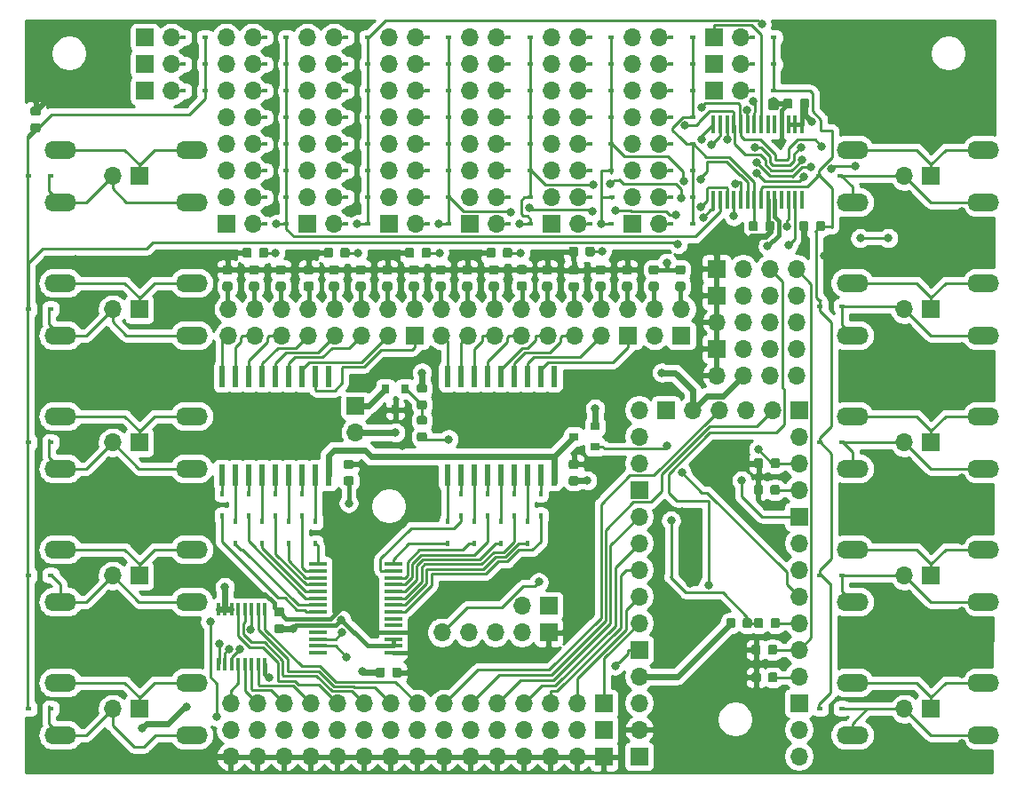
<source format=gbr>
%TF.GenerationSoftware,KiCad,Pcbnew,(5.1.5)-3*%
%TF.CreationDate,2020-02-14T17:13:17-06:00*%
%TF.ProjectId,Shield v.2,53686965-6c64-4207-962e-322e6b696361,rev?*%
%TF.SameCoordinates,Original*%
%TF.FileFunction,Copper,L1,Top*%
%TF.FilePolarity,Positive*%
%FSLAX46Y46*%
G04 Gerber Fmt 4.6, Leading zero omitted, Abs format (unit mm)*
G04 Created by KiCad (PCBNEW (5.1.5)-3) date 2020-02-14 17:13:17*
%MOMM*%
%LPD*%
G04 APERTURE LIST*
%TA.AperFunction,ComponentPad*%
%ADD10R,1.700000X1.700000*%
%TD*%
%TA.AperFunction,ComponentPad*%
%ADD11O,1.700000X1.700000*%
%TD*%
%TA.AperFunction,SMDPad,CuDef*%
%ADD12C,0.150000*%
%TD*%
%TA.AperFunction,SMDPad,CuDef*%
%ADD13R,0.450000X0.600000*%
%TD*%
%TA.AperFunction,SMDPad,CuDef*%
%ADD14R,0.600000X0.450000*%
%TD*%
%TA.AperFunction,ComponentPad*%
%ADD15O,3.048000X1.727200*%
%TD*%
%TA.AperFunction,SMDPad,CuDef*%
%ADD16R,0.400000X1.200000*%
%TD*%
%TA.AperFunction,SMDPad,CuDef*%
%ADD17R,0.450000X1.750000*%
%TD*%
%TA.AperFunction,SMDPad,CuDef*%
%ADD18R,1.750000X0.450000*%
%TD*%
%TA.AperFunction,SMDPad,CuDef*%
%ADD19R,0.600000X2.000000*%
%TD*%
%TA.AperFunction,SMDPad,CuDef*%
%ADD20R,0.900000X0.800000*%
%TD*%
%TA.AperFunction,SMDPad,CuDef*%
%ADD21R,0.800000X0.900000*%
%TD*%
%TA.AperFunction,ViaPad*%
%ADD22C,0.800000*%
%TD*%
%TA.AperFunction,Conductor*%
%ADD23C,0.250000*%
%TD*%
%TA.AperFunction,Conductor*%
%ADD24C,0.600000*%
%TD*%
%TA.AperFunction,Conductor*%
%ADD25C,0.400000*%
%TD*%
%TA.AperFunction,Conductor*%
%ADD26C,0.254000*%
%TD*%
G04 APERTURE END LIST*
D10*
%TO.P,J14,1*%
%TO.N,+5V*%
X168408616Y-81546092D03*
D11*
%TO.P,J14,2*%
%TO.N,GND*%
X170948616Y-81546092D03*
%TO.P,J14,3*%
%TO.N,/13*%
X173488616Y-81546092D03*
%TO.P,J14,4*%
%TO.N,/12*%
X176028616Y-81546092D03*
%TD*%
D10*
%TO.P,J10,1*%
%TO.N,+5V*%
X168408616Y-84086092D03*
D11*
%TO.P,J10,2*%
X168408616Y-86626092D03*
%TO.P,J10,3*%
%TO.N,GND*%
X170948616Y-84086092D03*
%TO.P,J10,4*%
X170948616Y-86626092D03*
%TO.P,J10,5*%
%TO.N,/SDA*%
X173488616Y-84086092D03*
%TO.P,J10,6*%
X173488616Y-86626092D03*
%TO.P,J10,7*%
%TO.N,/SCL*%
X176028616Y-84086092D03*
%TO.P,J10,8*%
X176028616Y-86626092D03*
%TD*%
%TO.P,J11,8*%
%TO.N,/SCL*%
X176028616Y-91706092D03*
%TO.P,J11,7*%
X176028616Y-89166092D03*
%TO.P,J11,6*%
%TO.N,/SDA*%
X173488616Y-91706092D03*
%TO.P,J11,5*%
X173488616Y-89166092D03*
%TO.P,J11,4*%
%TO.N,GND*%
X170948616Y-91706092D03*
%TO.P,J11,3*%
X170948616Y-89166092D03*
%TO.P,J11,2*%
%TO.N,+5V*%
X168408616Y-91706092D03*
D10*
%TO.P,J11,1*%
X168408616Y-89166092D03*
%TD*%
%TA.AperFunction,SMDPad,CuDef*%
D12*
%TO.P,R26,1*%
%TO.N,+5V*%
G36*
X123912691Y-79536053D02*
G01*
X123933926Y-79539203D01*
X123954750Y-79544419D01*
X123974962Y-79551651D01*
X123994368Y-79560830D01*
X124012781Y-79571866D01*
X124030024Y-79584654D01*
X124045930Y-79599070D01*
X124060346Y-79614976D01*
X124073134Y-79632219D01*
X124084170Y-79650632D01*
X124093349Y-79670038D01*
X124100581Y-79690250D01*
X124105797Y-79711074D01*
X124108947Y-79732309D01*
X124110000Y-79753750D01*
X124110000Y-80266250D01*
X124108947Y-80287691D01*
X124105797Y-80308926D01*
X124100581Y-80329750D01*
X124093349Y-80349962D01*
X124084170Y-80369368D01*
X124073134Y-80387781D01*
X124060346Y-80405024D01*
X124045930Y-80420930D01*
X124030024Y-80435346D01*
X124012781Y-80448134D01*
X123994368Y-80459170D01*
X123974962Y-80468349D01*
X123954750Y-80475581D01*
X123933926Y-80480797D01*
X123912691Y-80483947D01*
X123891250Y-80485000D01*
X123453750Y-80485000D01*
X123432309Y-80483947D01*
X123411074Y-80480797D01*
X123390250Y-80475581D01*
X123370038Y-80468349D01*
X123350632Y-80459170D01*
X123332219Y-80448134D01*
X123314976Y-80435346D01*
X123299070Y-80420930D01*
X123284654Y-80405024D01*
X123271866Y-80387781D01*
X123260830Y-80369368D01*
X123251651Y-80349962D01*
X123244419Y-80329750D01*
X123239203Y-80308926D01*
X123236053Y-80287691D01*
X123235000Y-80266250D01*
X123235000Y-79753750D01*
X123236053Y-79732309D01*
X123239203Y-79711074D01*
X123244419Y-79690250D01*
X123251651Y-79670038D01*
X123260830Y-79650632D01*
X123271866Y-79632219D01*
X123284654Y-79614976D01*
X123299070Y-79599070D01*
X123314976Y-79584654D01*
X123332219Y-79571866D01*
X123350632Y-79560830D01*
X123370038Y-79551651D01*
X123390250Y-79544419D01*
X123411074Y-79539203D01*
X123432309Y-79536053D01*
X123453750Y-79535000D01*
X123891250Y-79535000D01*
X123912691Y-79536053D01*
G37*
%TD.AperFunction*%
%TA.AperFunction,SMDPad,CuDef*%
%TO.P,R26,2*%
%TO.N,/Input Matrix/input_c1*%
G36*
X125487691Y-79536053D02*
G01*
X125508926Y-79539203D01*
X125529750Y-79544419D01*
X125549962Y-79551651D01*
X125569368Y-79560830D01*
X125587781Y-79571866D01*
X125605024Y-79584654D01*
X125620930Y-79599070D01*
X125635346Y-79614976D01*
X125648134Y-79632219D01*
X125659170Y-79650632D01*
X125668349Y-79670038D01*
X125675581Y-79690250D01*
X125680797Y-79711074D01*
X125683947Y-79732309D01*
X125685000Y-79753750D01*
X125685000Y-80266250D01*
X125683947Y-80287691D01*
X125680797Y-80308926D01*
X125675581Y-80329750D01*
X125668349Y-80349962D01*
X125659170Y-80369368D01*
X125648134Y-80387781D01*
X125635346Y-80405024D01*
X125620930Y-80420930D01*
X125605024Y-80435346D01*
X125587781Y-80448134D01*
X125569368Y-80459170D01*
X125549962Y-80468349D01*
X125529750Y-80475581D01*
X125508926Y-80480797D01*
X125487691Y-80483947D01*
X125466250Y-80485000D01*
X125028750Y-80485000D01*
X125007309Y-80483947D01*
X124986074Y-80480797D01*
X124965250Y-80475581D01*
X124945038Y-80468349D01*
X124925632Y-80459170D01*
X124907219Y-80448134D01*
X124889976Y-80435346D01*
X124874070Y-80420930D01*
X124859654Y-80405024D01*
X124846866Y-80387781D01*
X124835830Y-80369368D01*
X124826651Y-80349962D01*
X124819419Y-80329750D01*
X124814203Y-80308926D01*
X124811053Y-80287691D01*
X124810000Y-80266250D01*
X124810000Y-79753750D01*
X124811053Y-79732309D01*
X124814203Y-79711074D01*
X124819419Y-79690250D01*
X124826651Y-79670038D01*
X124835830Y-79650632D01*
X124846866Y-79632219D01*
X124859654Y-79614976D01*
X124874070Y-79599070D01*
X124889976Y-79584654D01*
X124907219Y-79571866D01*
X124925632Y-79560830D01*
X124945038Y-79551651D01*
X124965250Y-79544419D01*
X124986074Y-79539203D01*
X125007309Y-79536053D01*
X125028750Y-79535000D01*
X125466250Y-79535000D01*
X125487691Y-79536053D01*
G37*
%TD.AperFunction*%
%TD*%
%TA.AperFunction,SMDPad,CuDef*%
%TO.P,C1,2*%
%TO.N,GND*%
G36*
X127023691Y-115413053D02*
G01*
X127044926Y-115416203D01*
X127065750Y-115421419D01*
X127085962Y-115428651D01*
X127105368Y-115437830D01*
X127123781Y-115448866D01*
X127141024Y-115461654D01*
X127156930Y-115476070D01*
X127171346Y-115491976D01*
X127184134Y-115509219D01*
X127195170Y-115527632D01*
X127204349Y-115547038D01*
X127211581Y-115567250D01*
X127216797Y-115588074D01*
X127219947Y-115609309D01*
X127221000Y-115630750D01*
X127221000Y-116068250D01*
X127219947Y-116089691D01*
X127216797Y-116110926D01*
X127211581Y-116131750D01*
X127204349Y-116151962D01*
X127195170Y-116171368D01*
X127184134Y-116189781D01*
X127171346Y-116207024D01*
X127156930Y-116222930D01*
X127141024Y-116237346D01*
X127123781Y-116250134D01*
X127105368Y-116261170D01*
X127085962Y-116270349D01*
X127065750Y-116277581D01*
X127044926Y-116282797D01*
X127023691Y-116285947D01*
X127002250Y-116287000D01*
X126489750Y-116287000D01*
X126468309Y-116285947D01*
X126447074Y-116282797D01*
X126426250Y-116277581D01*
X126406038Y-116270349D01*
X126386632Y-116261170D01*
X126368219Y-116250134D01*
X126350976Y-116237346D01*
X126335070Y-116222930D01*
X126320654Y-116207024D01*
X126307866Y-116189781D01*
X126296830Y-116171368D01*
X126287651Y-116151962D01*
X126280419Y-116131750D01*
X126275203Y-116110926D01*
X126272053Y-116089691D01*
X126271000Y-116068250D01*
X126271000Y-115630750D01*
X126272053Y-115609309D01*
X126275203Y-115588074D01*
X126280419Y-115567250D01*
X126287651Y-115547038D01*
X126296830Y-115527632D01*
X126307866Y-115509219D01*
X126320654Y-115491976D01*
X126335070Y-115476070D01*
X126350976Y-115461654D01*
X126368219Y-115448866D01*
X126386632Y-115437830D01*
X126406038Y-115428651D01*
X126426250Y-115421419D01*
X126447074Y-115416203D01*
X126468309Y-115413053D01*
X126489750Y-115412000D01*
X127002250Y-115412000D01*
X127023691Y-115413053D01*
G37*
%TD.AperFunction*%
%TA.AperFunction,SMDPad,CuDef*%
%TO.P,C1,1*%
%TO.N,+5V*%
G36*
X127023691Y-113838053D02*
G01*
X127044926Y-113841203D01*
X127065750Y-113846419D01*
X127085962Y-113853651D01*
X127105368Y-113862830D01*
X127123781Y-113873866D01*
X127141024Y-113886654D01*
X127156930Y-113901070D01*
X127171346Y-113916976D01*
X127184134Y-113934219D01*
X127195170Y-113952632D01*
X127204349Y-113972038D01*
X127211581Y-113992250D01*
X127216797Y-114013074D01*
X127219947Y-114034309D01*
X127221000Y-114055750D01*
X127221000Y-114493250D01*
X127219947Y-114514691D01*
X127216797Y-114535926D01*
X127211581Y-114556750D01*
X127204349Y-114576962D01*
X127195170Y-114596368D01*
X127184134Y-114614781D01*
X127171346Y-114632024D01*
X127156930Y-114647930D01*
X127141024Y-114662346D01*
X127123781Y-114675134D01*
X127105368Y-114686170D01*
X127085962Y-114695349D01*
X127065750Y-114702581D01*
X127044926Y-114707797D01*
X127023691Y-114710947D01*
X127002250Y-114712000D01*
X126489750Y-114712000D01*
X126468309Y-114710947D01*
X126447074Y-114707797D01*
X126426250Y-114702581D01*
X126406038Y-114695349D01*
X126386632Y-114686170D01*
X126368219Y-114675134D01*
X126350976Y-114662346D01*
X126335070Y-114647930D01*
X126320654Y-114632024D01*
X126307866Y-114614781D01*
X126296830Y-114596368D01*
X126287651Y-114576962D01*
X126280419Y-114556750D01*
X126275203Y-114535926D01*
X126272053Y-114514691D01*
X126271000Y-114493250D01*
X126271000Y-114055750D01*
X126272053Y-114034309D01*
X126275203Y-114013074D01*
X126280419Y-113992250D01*
X126287651Y-113972038D01*
X126296830Y-113952632D01*
X126307866Y-113934219D01*
X126320654Y-113916976D01*
X126335070Y-113901070D01*
X126350976Y-113886654D01*
X126368219Y-113873866D01*
X126386632Y-113862830D01*
X126406038Y-113853651D01*
X126426250Y-113846419D01*
X126447074Y-113841203D01*
X126468309Y-113838053D01*
X126489750Y-113837000D01*
X127002250Y-113837000D01*
X127023691Y-113838053D01*
G37*
%TD.AperFunction*%
%TD*%
%TA.AperFunction,SMDPad,CuDef*%
%TO.P,C2,1*%
%TO.N,+5V*%
G36*
X175474691Y-65312053D02*
G01*
X175495926Y-65315203D01*
X175516750Y-65320419D01*
X175536962Y-65327651D01*
X175556368Y-65336830D01*
X175574781Y-65347866D01*
X175592024Y-65360654D01*
X175607930Y-65375070D01*
X175622346Y-65390976D01*
X175635134Y-65408219D01*
X175646170Y-65426632D01*
X175655349Y-65446038D01*
X175662581Y-65466250D01*
X175667797Y-65487074D01*
X175670947Y-65508309D01*
X175672000Y-65529750D01*
X175672000Y-66042250D01*
X175670947Y-66063691D01*
X175667797Y-66084926D01*
X175662581Y-66105750D01*
X175655349Y-66125962D01*
X175646170Y-66145368D01*
X175635134Y-66163781D01*
X175622346Y-66181024D01*
X175607930Y-66196930D01*
X175592024Y-66211346D01*
X175574781Y-66224134D01*
X175556368Y-66235170D01*
X175536962Y-66244349D01*
X175516750Y-66251581D01*
X175495926Y-66256797D01*
X175474691Y-66259947D01*
X175453250Y-66261000D01*
X175015750Y-66261000D01*
X174994309Y-66259947D01*
X174973074Y-66256797D01*
X174952250Y-66251581D01*
X174932038Y-66244349D01*
X174912632Y-66235170D01*
X174894219Y-66224134D01*
X174876976Y-66211346D01*
X174861070Y-66196930D01*
X174846654Y-66181024D01*
X174833866Y-66163781D01*
X174822830Y-66145368D01*
X174813651Y-66125962D01*
X174806419Y-66105750D01*
X174801203Y-66084926D01*
X174798053Y-66063691D01*
X174797000Y-66042250D01*
X174797000Y-65529750D01*
X174798053Y-65508309D01*
X174801203Y-65487074D01*
X174806419Y-65466250D01*
X174813651Y-65446038D01*
X174822830Y-65426632D01*
X174833866Y-65408219D01*
X174846654Y-65390976D01*
X174861070Y-65375070D01*
X174876976Y-65360654D01*
X174894219Y-65347866D01*
X174912632Y-65336830D01*
X174932038Y-65327651D01*
X174952250Y-65320419D01*
X174973074Y-65315203D01*
X174994309Y-65312053D01*
X175015750Y-65311000D01*
X175453250Y-65311000D01*
X175474691Y-65312053D01*
G37*
%TD.AperFunction*%
%TA.AperFunction,SMDPad,CuDef*%
%TO.P,C2,2*%
%TO.N,GND*%
G36*
X177049691Y-65312053D02*
G01*
X177070926Y-65315203D01*
X177091750Y-65320419D01*
X177111962Y-65327651D01*
X177131368Y-65336830D01*
X177149781Y-65347866D01*
X177167024Y-65360654D01*
X177182930Y-65375070D01*
X177197346Y-65390976D01*
X177210134Y-65408219D01*
X177221170Y-65426632D01*
X177230349Y-65446038D01*
X177237581Y-65466250D01*
X177242797Y-65487074D01*
X177245947Y-65508309D01*
X177247000Y-65529750D01*
X177247000Y-66042250D01*
X177245947Y-66063691D01*
X177242797Y-66084926D01*
X177237581Y-66105750D01*
X177230349Y-66125962D01*
X177221170Y-66145368D01*
X177210134Y-66163781D01*
X177197346Y-66181024D01*
X177182930Y-66196930D01*
X177167024Y-66211346D01*
X177149781Y-66224134D01*
X177131368Y-66235170D01*
X177111962Y-66244349D01*
X177091750Y-66251581D01*
X177070926Y-66256797D01*
X177049691Y-66259947D01*
X177028250Y-66261000D01*
X176590750Y-66261000D01*
X176569309Y-66259947D01*
X176548074Y-66256797D01*
X176527250Y-66251581D01*
X176507038Y-66244349D01*
X176487632Y-66235170D01*
X176469219Y-66224134D01*
X176451976Y-66211346D01*
X176436070Y-66196930D01*
X176421654Y-66181024D01*
X176408866Y-66163781D01*
X176397830Y-66145368D01*
X176388651Y-66125962D01*
X176381419Y-66105750D01*
X176376203Y-66084926D01*
X176373053Y-66063691D01*
X176372000Y-66042250D01*
X176372000Y-65529750D01*
X176373053Y-65508309D01*
X176376203Y-65487074D01*
X176381419Y-65466250D01*
X176388651Y-65446038D01*
X176397830Y-65426632D01*
X176408866Y-65408219D01*
X176421654Y-65390976D01*
X176436070Y-65375070D01*
X176451976Y-65360654D01*
X176469219Y-65347866D01*
X176487632Y-65336830D01*
X176507038Y-65327651D01*
X176527250Y-65320419D01*
X176548074Y-65315203D01*
X176569309Y-65312053D01*
X176590750Y-65311000D01*
X177028250Y-65311000D01*
X177049691Y-65312053D01*
G37*
%TD.AperFunction*%
%TD*%
%TA.AperFunction,SMDPad,CuDef*%
%TO.P,C3,2*%
%TO.N,GND*%
G36*
X136612691Y-119541053D02*
G01*
X136633926Y-119544203D01*
X136654750Y-119549419D01*
X136674962Y-119556651D01*
X136694368Y-119565830D01*
X136712781Y-119576866D01*
X136730024Y-119589654D01*
X136745930Y-119604070D01*
X136760346Y-119619976D01*
X136773134Y-119637219D01*
X136784170Y-119655632D01*
X136793349Y-119675038D01*
X136800581Y-119695250D01*
X136805797Y-119716074D01*
X136808947Y-119737309D01*
X136810000Y-119758750D01*
X136810000Y-120271250D01*
X136808947Y-120292691D01*
X136805797Y-120313926D01*
X136800581Y-120334750D01*
X136793349Y-120354962D01*
X136784170Y-120374368D01*
X136773134Y-120392781D01*
X136760346Y-120410024D01*
X136745930Y-120425930D01*
X136730024Y-120440346D01*
X136712781Y-120453134D01*
X136694368Y-120464170D01*
X136674962Y-120473349D01*
X136654750Y-120480581D01*
X136633926Y-120485797D01*
X136612691Y-120488947D01*
X136591250Y-120490000D01*
X136153750Y-120490000D01*
X136132309Y-120488947D01*
X136111074Y-120485797D01*
X136090250Y-120480581D01*
X136070038Y-120473349D01*
X136050632Y-120464170D01*
X136032219Y-120453134D01*
X136014976Y-120440346D01*
X135999070Y-120425930D01*
X135984654Y-120410024D01*
X135971866Y-120392781D01*
X135960830Y-120374368D01*
X135951651Y-120354962D01*
X135944419Y-120334750D01*
X135939203Y-120313926D01*
X135936053Y-120292691D01*
X135935000Y-120271250D01*
X135935000Y-119758750D01*
X135936053Y-119737309D01*
X135939203Y-119716074D01*
X135944419Y-119695250D01*
X135951651Y-119675038D01*
X135960830Y-119655632D01*
X135971866Y-119637219D01*
X135984654Y-119619976D01*
X135999070Y-119604070D01*
X136014976Y-119589654D01*
X136032219Y-119576866D01*
X136050632Y-119565830D01*
X136070038Y-119556651D01*
X136090250Y-119549419D01*
X136111074Y-119544203D01*
X136132309Y-119541053D01*
X136153750Y-119540000D01*
X136591250Y-119540000D01*
X136612691Y-119541053D01*
G37*
%TD.AperFunction*%
%TA.AperFunction,SMDPad,CuDef*%
%TO.P,C3,1*%
%TO.N,+5V*%
G36*
X138187691Y-119541053D02*
G01*
X138208926Y-119544203D01*
X138229750Y-119549419D01*
X138249962Y-119556651D01*
X138269368Y-119565830D01*
X138287781Y-119576866D01*
X138305024Y-119589654D01*
X138320930Y-119604070D01*
X138335346Y-119619976D01*
X138348134Y-119637219D01*
X138359170Y-119655632D01*
X138368349Y-119675038D01*
X138375581Y-119695250D01*
X138380797Y-119716074D01*
X138383947Y-119737309D01*
X138385000Y-119758750D01*
X138385000Y-120271250D01*
X138383947Y-120292691D01*
X138380797Y-120313926D01*
X138375581Y-120334750D01*
X138368349Y-120354962D01*
X138359170Y-120374368D01*
X138348134Y-120392781D01*
X138335346Y-120410024D01*
X138320930Y-120425930D01*
X138305024Y-120440346D01*
X138287781Y-120453134D01*
X138269368Y-120464170D01*
X138249962Y-120473349D01*
X138229750Y-120480581D01*
X138208926Y-120485797D01*
X138187691Y-120488947D01*
X138166250Y-120490000D01*
X137728750Y-120490000D01*
X137707309Y-120488947D01*
X137686074Y-120485797D01*
X137665250Y-120480581D01*
X137645038Y-120473349D01*
X137625632Y-120464170D01*
X137607219Y-120453134D01*
X137589976Y-120440346D01*
X137574070Y-120425930D01*
X137559654Y-120410024D01*
X137546866Y-120392781D01*
X137535830Y-120374368D01*
X137526651Y-120354962D01*
X137519419Y-120334750D01*
X137514203Y-120313926D01*
X137511053Y-120292691D01*
X137510000Y-120271250D01*
X137510000Y-119758750D01*
X137511053Y-119737309D01*
X137514203Y-119716074D01*
X137519419Y-119695250D01*
X137526651Y-119675038D01*
X137535830Y-119655632D01*
X137546866Y-119637219D01*
X137559654Y-119619976D01*
X137574070Y-119604070D01*
X137589976Y-119589654D01*
X137607219Y-119576866D01*
X137625632Y-119565830D01*
X137645038Y-119556651D01*
X137665250Y-119549419D01*
X137686074Y-119544203D01*
X137707309Y-119541053D01*
X137728750Y-119540000D01*
X138166250Y-119540000D01*
X138187691Y-119541053D01*
G37*
%TD.AperFunction*%
%TD*%
%TA.AperFunction,SMDPad,CuDef*%
%TO.P,C4,1*%
%TO.N,+5V*%
G36*
X155090691Y-99741053D02*
G01*
X155111926Y-99744203D01*
X155132750Y-99749419D01*
X155152962Y-99756651D01*
X155172368Y-99765830D01*
X155190781Y-99776866D01*
X155208024Y-99789654D01*
X155223930Y-99804070D01*
X155238346Y-99819976D01*
X155251134Y-99837219D01*
X155262170Y-99855632D01*
X155271349Y-99875038D01*
X155278581Y-99895250D01*
X155283797Y-99916074D01*
X155286947Y-99937309D01*
X155288000Y-99958750D01*
X155288000Y-100396250D01*
X155286947Y-100417691D01*
X155283797Y-100438926D01*
X155278581Y-100459750D01*
X155271349Y-100479962D01*
X155262170Y-100499368D01*
X155251134Y-100517781D01*
X155238346Y-100535024D01*
X155223930Y-100550930D01*
X155208024Y-100565346D01*
X155190781Y-100578134D01*
X155172368Y-100589170D01*
X155152962Y-100598349D01*
X155132750Y-100605581D01*
X155111926Y-100610797D01*
X155090691Y-100613947D01*
X155069250Y-100615000D01*
X154556750Y-100615000D01*
X154535309Y-100613947D01*
X154514074Y-100610797D01*
X154493250Y-100605581D01*
X154473038Y-100598349D01*
X154453632Y-100589170D01*
X154435219Y-100578134D01*
X154417976Y-100565346D01*
X154402070Y-100550930D01*
X154387654Y-100535024D01*
X154374866Y-100517781D01*
X154363830Y-100499368D01*
X154354651Y-100479962D01*
X154347419Y-100459750D01*
X154342203Y-100438926D01*
X154339053Y-100417691D01*
X154338000Y-100396250D01*
X154338000Y-99958750D01*
X154339053Y-99937309D01*
X154342203Y-99916074D01*
X154347419Y-99895250D01*
X154354651Y-99875038D01*
X154363830Y-99855632D01*
X154374866Y-99837219D01*
X154387654Y-99819976D01*
X154402070Y-99804070D01*
X154417976Y-99789654D01*
X154435219Y-99776866D01*
X154453632Y-99765830D01*
X154473038Y-99756651D01*
X154493250Y-99749419D01*
X154514074Y-99744203D01*
X154535309Y-99741053D01*
X154556750Y-99740000D01*
X155069250Y-99740000D01*
X155090691Y-99741053D01*
G37*
%TD.AperFunction*%
%TA.AperFunction,SMDPad,CuDef*%
%TO.P,C4,2*%
%TO.N,GND*%
G36*
X155090691Y-101316053D02*
G01*
X155111926Y-101319203D01*
X155132750Y-101324419D01*
X155152962Y-101331651D01*
X155172368Y-101340830D01*
X155190781Y-101351866D01*
X155208024Y-101364654D01*
X155223930Y-101379070D01*
X155238346Y-101394976D01*
X155251134Y-101412219D01*
X155262170Y-101430632D01*
X155271349Y-101450038D01*
X155278581Y-101470250D01*
X155283797Y-101491074D01*
X155286947Y-101512309D01*
X155288000Y-101533750D01*
X155288000Y-101971250D01*
X155286947Y-101992691D01*
X155283797Y-102013926D01*
X155278581Y-102034750D01*
X155271349Y-102054962D01*
X155262170Y-102074368D01*
X155251134Y-102092781D01*
X155238346Y-102110024D01*
X155223930Y-102125930D01*
X155208024Y-102140346D01*
X155190781Y-102153134D01*
X155172368Y-102164170D01*
X155152962Y-102173349D01*
X155132750Y-102180581D01*
X155111926Y-102185797D01*
X155090691Y-102188947D01*
X155069250Y-102190000D01*
X154556750Y-102190000D01*
X154535309Y-102188947D01*
X154514074Y-102185797D01*
X154493250Y-102180581D01*
X154473038Y-102173349D01*
X154453632Y-102164170D01*
X154435219Y-102153134D01*
X154417976Y-102140346D01*
X154402070Y-102125930D01*
X154387654Y-102110024D01*
X154374866Y-102092781D01*
X154363830Y-102074368D01*
X154354651Y-102054962D01*
X154347419Y-102034750D01*
X154342203Y-102013926D01*
X154339053Y-101992691D01*
X154338000Y-101971250D01*
X154338000Y-101533750D01*
X154339053Y-101512309D01*
X154342203Y-101491074D01*
X154347419Y-101470250D01*
X154354651Y-101450038D01*
X154363830Y-101430632D01*
X154374866Y-101412219D01*
X154387654Y-101394976D01*
X154402070Y-101379070D01*
X154417976Y-101364654D01*
X154435219Y-101351866D01*
X154453632Y-101340830D01*
X154473038Y-101331651D01*
X154493250Y-101324419D01*
X154514074Y-101319203D01*
X154535309Y-101316053D01*
X154556750Y-101315000D01*
X155069250Y-101315000D01*
X155090691Y-101316053D01*
G37*
%TD.AperFunction*%
%TD*%
%TA.AperFunction,SMDPad,CuDef*%
%TO.P,C5,1*%
%TO.N,+5V*%
G36*
X133627691Y-99741053D02*
G01*
X133648926Y-99744203D01*
X133669750Y-99749419D01*
X133689962Y-99756651D01*
X133709368Y-99765830D01*
X133727781Y-99776866D01*
X133745024Y-99789654D01*
X133760930Y-99804070D01*
X133775346Y-99819976D01*
X133788134Y-99837219D01*
X133799170Y-99855632D01*
X133808349Y-99875038D01*
X133815581Y-99895250D01*
X133820797Y-99916074D01*
X133823947Y-99937309D01*
X133825000Y-99958750D01*
X133825000Y-100396250D01*
X133823947Y-100417691D01*
X133820797Y-100438926D01*
X133815581Y-100459750D01*
X133808349Y-100479962D01*
X133799170Y-100499368D01*
X133788134Y-100517781D01*
X133775346Y-100535024D01*
X133760930Y-100550930D01*
X133745024Y-100565346D01*
X133727781Y-100578134D01*
X133709368Y-100589170D01*
X133689962Y-100598349D01*
X133669750Y-100605581D01*
X133648926Y-100610797D01*
X133627691Y-100613947D01*
X133606250Y-100615000D01*
X133093750Y-100615000D01*
X133072309Y-100613947D01*
X133051074Y-100610797D01*
X133030250Y-100605581D01*
X133010038Y-100598349D01*
X132990632Y-100589170D01*
X132972219Y-100578134D01*
X132954976Y-100565346D01*
X132939070Y-100550930D01*
X132924654Y-100535024D01*
X132911866Y-100517781D01*
X132900830Y-100499368D01*
X132891651Y-100479962D01*
X132884419Y-100459750D01*
X132879203Y-100438926D01*
X132876053Y-100417691D01*
X132875000Y-100396250D01*
X132875000Y-99958750D01*
X132876053Y-99937309D01*
X132879203Y-99916074D01*
X132884419Y-99895250D01*
X132891651Y-99875038D01*
X132900830Y-99855632D01*
X132911866Y-99837219D01*
X132924654Y-99819976D01*
X132939070Y-99804070D01*
X132954976Y-99789654D01*
X132972219Y-99776866D01*
X132990632Y-99765830D01*
X133010038Y-99756651D01*
X133030250Y-99749419D01*
X133051074Y-99744203D01*
X133072309Y-99741053D01*
X133093750Y-99740000D01*
X133606250Y-99740000D01*
X133627691Y-99741053D01*
G37*
%TD.AperFunction*%
%TA.AperFunction,SMDPad,CuDef*%
%TO.P,C5,2*%
%TO.N,GND*%
G36*
X133627691Y-101316053D02*
G01*
X133648926Y-101319203D01*
X133669750Y-101324419D01*
X133689962Y-101331651D01*
X133709368Y-101340830D01*
X133727781Y-101351866D01*
X133745024Y-101364654D01*
X133760930Y-101379070D01*
X133775346Y-101394976D01*
X133788134Y-101412219D01*
X133799170Y-101430632D01*
X133808349Y-101450038D01*
X133815581Y-101470250D01*
X133820797Y-101491074D01*
X133823947Y-101512309D01*
X133825000Y-101533750D01*
X133825000Y-101971250D01*
X133823947Y-101992691D01*
X133820797Y-102013926D01*
X133815581Y-102034750D01*
X133808349Y-102054962D01*
X133799170Y-102074368D01*
X133788134Y-102092781D01*
X133775346Y-102110024D01*
X133760930Y-102125930D01*
X133745024Y-102140346D01*
X133727781Y-102153134D01*
X133709368Y-102164170D01*
X133689962Y-102173349D01*
X133669750Y-102180581D01*
X133648926Y-102185797D01*
X133627691Y-102188947D01*
X133606250Y-102190000D01*
X133093750Y-102190000D01*
X133072309Y-102188947D01*
X133051074Y-102185797D01*
X133030250Y-102180581D01*
X133010038Y-102173349D01*
X132990632Y-102164170D01*
X132972219Y-102153134D01*
X132954976Y-102140346D01*
X132939070Y-102125930D01*
X132924654Y-102110024D01*
X132911866Y-102092781D01*
X132900830Y-102074368D01*
X132891651Y-102054962D01*
X132884419Y-102034750D01*
X132879203Y-102013926D01*
X132876053Y-101992691D01*
X132875000Y-101971250D01*
X132875000Y-101533750D01*
X132876053Y-101512309D01*
X132879203Y-101491074D01*
X132884419Y-101470250D01*
X132891651Y-101450038D01*
X132900830Y-101430632D01*
X132911866Y-101412219D01*
X132924654Y-101394976D01*
X132939070Y-101379070D01*
X132954976Y-101364654D01*
X132972219Y-101351866D01*
X132990632Y-101340830D01*
X133010038Y-101331651D01*
X133030250Y-101324419D01*
X133051074Y-101319203D01*
X133072309Y-101316053D01*
X133093750Y-101315000D01*
X133606250Y-101315000D01*
X133627691Y-101316053D01*
G37*
%TD.AperFunction*%
%TD*%
D13*
%TO.P,D1,2*%
%TO.N,Net-(D1-Pad2)*%
X142748000Y-107730000D03*
%TO.P,D1,1*%
%TO.N,/O.B0*%
X142748000Y-105630000D03*
%TD*%
%TO.P,D2,1*%
%TO.N,/O.B1*%
X144018000Y-102963000D03*
%TO.P,D2,2*%
%TO.N,Net-(D2-Pad2)*%
X144018000Y-105063000D03*
%TD*%
%TO.P,D3,2*%
%TO.N,Net-(D3-Pad2)*%
X145288000Y-107730000D03*
%TO.P,D3,1*%
%TO.N,/O.B2*%
X145288000Y-105630000D03*
%TD*%
%TO.P,D4,1*%
%TO.N,/O.B3*%
X146558000Y-102963000D03*
%TO.P,D4,2*%
%TO.N,Net-(D4-Pad2)*%
X146558000Y-105063000D03*
%TD*%
%TO.P,D5,2*%
%TO.N,Net-(D5-Pad2)*%
X147828000Y-107730000D03*
%TO.P,D5,1*%
%TO.N,/O.B4*%
X147828000Y-105630000D03*
%TD*%
%TO.P,D6,1*%
%TO.N,/O.B5*%
X149098000Y-102963000D03*
%TO.P,D6,2*%
%TO.N,Net-(D6-Pad2)*%
X149098000Y-105063000D03*
%TD*%
%TO.P,D7,2*%
%TO.N,Net-(D7-Pad2)*%
X150368000Y-107730000D03*
%TO.P,D7,1*%
%TO.N,/O.B6*%
X150368000Y-105630000D03*
%TD*%
%TO.P,D8,1*%
%TO.N,/O.B7*%
X151638000Y-102963000D03*
%TO.P,D8,2*%
%TO.N,Net-(D8-Pad2)*%
X151638000Y-105063000D03*
%TD*%
%TO.P,D9,2*%
%TO.N,Net-(D9-Pad2)*%
X121285000Y-105063000D03*
%TO.P,D9,1*%
%TO.N,/O.A0*%
X121285000Y-102963000D03*
%TD*%
%TO.P,D10,2*%
%TO.N,Net-(D10-Pad2)*%
X122555000Y-107730000D03*
%TO.P,D10,1*%
%TO.N,/O.A1*%
X122555000Y-105630000D03*
%TD*%
%TO.P,D11,2*%
%TO.N,Net-(D11-Pad2)*%
X123825000Y-105063000D03*
%TO.P,D11,1*%
%TO.N,/O.A2*%
X123825000Y-102963000D03*
%TD*%
%TO.P,D12,1*%
%TO.N,/O.A3*%
X125095000Y-105630000D03*
%TO.P,D12,2*%
%TO.N,Net-(D12-Pad2)*%
X125095000Y-107730000D03*
%TD*%
%TO.P,D13,2*%
%TO.N,Net-(D13-Pad2)*%
X126365000Y-105063000D03*
%TO.P,D13,1*%
%TO.N,/O.A4*%
X126365000Y-102963000D03*
%TD*%
%TO.P,D14,1*%
%TO.N,/O.A5*%
X127635000Y-105630000D03*
%TO.P,D14,2*%
%TO.N,Net-(D14-Pad2)*%
X127635000Y-107730000D03*
%TD*%
%TO.P,D15,2*%
%TO.N,Net-(D15-Pad2)*%
X128905000Y-105063000D03*
%TO.P,D15,1*%
%TO.N,/O.A6*%
X128905000Y-102963000D03*
%TD*%
%TO.P,D16,1*%
%TO.N,/O.A7*%
X130175000Y-105630000D03*
%TO.P,D16,2*%
%TO.N,Net-(D16-Pad2)*%
X130175000Y-107730000D03*
%TD*%
D14*
%TO.P,D17,2*%
%TO.N,/Input Matrix/input_c0*%
X102836000Y-123444000D03*
%TO.P,D17,1*%
%TO.N,Net-(D17-Pad1)*%
X104936000Y-123444000D03*
%TD*%
%TO.P,D18,2*%
%TO.N,/Input Matrix/input_c0*%
X102836000Y-110744000D03*
%TO.P,D18,1*%
%TO.N,Net-(D18-Pad1)*%
X104936000Y-110744000D03*
%TD*%
%TO.P,D19,1*%
%TO.N,Net-(D19-Pad1)*%
X104936000Y-98044000D03*
%TO.P,D19,2*%
%TO.N,/Input Matrix/input_c0*%
X102836000Y-98044000D03*
%TD*%
%TO.P,D20,1*%
%TO.N,Net-(D20-Pad1)*%
X104936000Y-85344000D03*
%TO.P,D20,2*%
%TO.N,/Input Matrix/input_c0*%
X102836000Y-85344000D03*
%TD*%
%TO.P,D21,1*%
%TO.N,Net-(D21-Pad1)*%
X104936000Y-72644000D03*
%TO.P,D21,2*%
%TO.N,/Input Matrix/input_c0*%
X102836000Y-72644000D03*
%TD*%
%TO.P,D22,2*%
%TO.N,/Input Matrix/input_c0*%
X119668000Y-64579500D03*
%TO.P,D22,1*%
%TO.N,Net-(D22-Pad1)*%
X117568000Y-64579500D03*
%TD*%
%TO.P,D23,2*%
%TO.N,/Input Matrix/input_c0*%
X119668000Y-62039500D03*
%TO.P,D23,1*%
%TO.N,Net-(D23-Pad1)*%
X117568000Y-62039500D03*
%TD*%
%TO.P,D24,1*%
%TO.N,Net-(D24-Pad1)*%
X117568000Y-59499500D03*
%TO.P,D24,2*%
%TO.N,/Input Matrix/input_c0*%
X119668000Y-59499500D03*
%TD*%
%TO.P,D25,2*%
%TO.N,/Input Matrix/input_c1*%
X127415000Y-77279500D03*
%TO.P,D25,1*%
%TO.N,Net-(D25-Pad1)*%
X125315000Y-77279500D03*
%TD*%
%TO.P,D26,2*%
%TO.N,/Input Matrix/input_c1*%
X127415000Y-74739500D03*
%TO.P,D26,1*%
%TO.N,Net-(D26-Pad1)*%
X125315000Y-74739500D03*
%TD*%
%TO.P,D27,2*%
%TO.N,/Input Matrix/input_c1*%
X127415000Y-72199500D03*
%TO.P,D27,1*%
%TO.N,Net-(D27-Pad1)*%
X125315000Y-72199500D03*
%TD*%
%TO.P,D28,1*%
%TO.N,Net-(D28-Pad1)*%
X125315000Y-69659500D03*
%TO.P,D28,2*%
%TO.N,/Input Matrix/input_c1*%
X127415000Y-69659500D03*
%TD*%
%TO.P,D29,1*%
%TO.N,Net-(D29-Pad1)*%
X125315000Y-67119500D03*
%TO.P,D29,2*%
%TO.N,/Input Matrix/input_c1*%
X127415000Y-67119500D03*
%TD*%
%TO.P,D30,1*%
%TO.N,Net-(D30-Pad1)*%
X125315000Y-64579500D03*
%TO.P,D30,2*%
%TO.N,/Input Matrix/input_c1*%
X127415000Y-64579500D03*
%TD*%
%TO.P,D31,2*%
%TO.N,/Input Matrix/input_c1*%
X127415000Y-62039500D03*
%TO.P,D31,1*%
%TO.N,Net-(D31-Pad1)*%
X125315000Y-62039500D03*
%TD*%
%TO.P,D32,2*%
%TO.N,/Input Matrix/input_c1*%
X127415000Y-59499500D03*
%TO.P,D32,1*%
%TO.N,Net-(D32-Pad1)*%
X125315000Y-59499500D03*
%TD*%
%TO.P,D33,2*%
%TO.N,/Input Matrix/input_c2*%
X135162000Y-77279500D03*
%TO.P,D33,1*%
%TO.N,Net-(D33-Pad1)*%
X133062000Y-77279500D03*
%TD*%
%TO.P,D34,1*%
%TO.N,Net-(D34-Pad1)*%
X133062000Y-74739500D03*
%TO.P,D34,2*%
%TO.N,/Input Matrix/input_c2*%
X135162000Y-74739500D03*
%TD*%
%TO.P,D35,1*%
%TO.N,Net-(D35-Pad1)*%
X133062000Y-72199500D03*
%TO.P,D35,2*%
%TO.N,/Input Matrix/input_c2*%
X135162000Y-72199500D03*
%TD*%
%TO.P,D36,2*%
%TO.N,/Input Matrix/input_c2*%
X135162000Y-69659500D03*
%TO.P,D36,1*%
%TO.N,Net-(D36-Pad1)*%
X133062000Y-69659500D03*
%TD*%
%TO.P,D37,2*%
%TO.N,/Input Matrix/input_c2*%
X135162000Y-67119500D03*
%TO.P,D37,1*%
%TO.N,Net-(D37-Pad1)*%
X133062000Y-67119500D03*
%TD*%
%TO.P,D38,2*%
%TO.N,/Input Matrix/input_c2*%
X135162000Y-64579500D03*
%TO.P,D38,1*%
%TO.N,Net-(D38-Pad1)*%
X133062000Y-64579500D03*
%TD*%
%TO.P,D39,1*%
%TO.N,Net-(D39-Pad1)*%
X133062000Y-62039500D03*
%TO.P,D39,2*%
%TO.N,/Input Matrix/input_c2*%
X135162000Y-62039500D03*
%TD*%
%TO.P,D40,1*%
%TO.N,Net-(D40-Pad1)*%
X133062000Y-59499500D03*
%TO.P,D40,2*%
%TO.N,/Input Matrix/input_c2*%
X135162000Y-59499500D03*
%TD*%
%TO.P,D41,1*%
%TO.N,Net-(D41-Pad1)*%
X140809000Y-77279500D03*
%TO.P,D41,2*%
%TO.N,/Input Matrix/input_c3*%
X142909000Y-77279500D03*
%TD*%
%TO.P,D42,2*%
%TO.N,/Input Matrix/input_c3*%
X142909000Y-74739500D03*
%TO.P,D42,1*%
%TO.N,Net-(D42-Pad1)*%
X140809000Y-74739500D03*
%TD*%
%TO.P,D43,1*%
%TO.N,Net-(D43-Pad1)*%
X140809000Y-72199500D03*
%TO.P,D43,2*%
%TO.N,/Input Matrix/input_c3*%
X142909000Y-72199500D03*
%TD*%
%TO.P,D44,1*%
%TO.N,Net-(D44-Pad1)*%
X140809000Y-69659500D03*
%TO.P,D44,2*%
%TO.N,/Input Matrix/input_c3*%
X142909000Y-69659500D03*
%TD*%
%TO.P,D45,1*%
%TO.N,Net-(D45-Pad1)*%
X140809000Y-67119500D03*
%TO.P,D45,2*%
%TO.N,/Input Matrix/input_c3*%
X142909000Y-67119500D03*
%TD*%
%TO.P,D46,2*%
%TO.N,/Input Matrix/input_c3*%
X142909000Y-64579500D03*
%TO.P,D46,1*%
%TO.N,Net-(D46-Pad1)*%
X140809000Y-64579500D03*
%TD*%
%TO.P,D47,2*%
%TO.N,/Input Matrix/input_c3*%
X142909000Y-62039500D03*
%TO.P,D47,1*%
%TO.N,Net-(D47-Pad1)*%
X140809000Y-62039500D03*
%TD*%
%TO.P,D48,2*%
%TO.N,/Input Matrix/input_c3*%
X142909000Y-59499500D03*
%TO.P,D48,1*%
%TO.N,Net-(D48-Pad1)*%
X140809000Y-59499500D03*
%TD*%
%TO.P,D49,2*%
%TO.N,/Input Matrix/input_c4*%
X150656000Y-77279500D03*
%TO.P,D49,1*%
%TO.N,Net-(D49-Pad1)*%
X148556000Y-77279500D03*
%TD*%
%TO.P,D50,1*%
%TO.N,Net-(D50-Pad1)*%
X148556000Y-74739500D03*
%TO.P,D50,2*%
%TO.N,/Input Matrix/input_c4*%
X150656000Y-74739500D03*
%TD*%
%TO.P,D51,1*%
%TO.N,Net-(D51-Pad1)*%
X148556000Y-72199500D03*
%TO.P,D51,2*%
%TO.N,/Input Matrix/input_c4*%
X150656000Y-72199500D03*
%TD*%
%TO.P,D52,2*%
%TO.N,/Input Matrix/input_c4*%
X150656000Y-69659500D03*
%TO.P,D52,1*%
%TO.N,Net-(D52-Pad1)*%
X148556000Y-69659500D03*
%TD*%
%TO.P,D53,2*%
%TO.N,/Input Matrix/input_c4*%
X150656000Y-67119500D03*
%TO.P,D53,1*%
%TO.N,Net-(D53-Pad1)*%
X148556000Y-67119500D03*
%TD*%
%TO.P,D54,1*%
%TO.N,Net-(D54-Pad1)*%
X148556000Y-64579500D03*
%TO.P,D54,2*%
%TO.N,/Input Matrix/input_c4*%
X150656000Y-64579500D03*
%TD*%
%TO.P,D55,1*%
%TO.N,Net-(D55-Pad1)*%
X148556000Y-62039500D03*
%TO.P,D55,2*%
%TO.N,/Input Matrix/input_c4*%
X150656000Y-62039500D03*
%TD*%
%TO.P,D56,1*%
%TO.N,Net-(D56-Pad1)*%
X148556000Y-59499500D03*
%TO.P,D56,2*%
%TO.N,/Input Matrix/input_c4*%
X150656000Y-59499500D03*
%TD*%
%TO.P,D57,1*%
%TO.N,Net-(D57-Pad1)*%
X156303000Y-77279500D03*
%TO.P,D57,2*%
%TO.N,/Input Matrix/input_c5*%
X158403000Y-77279500D03*
%TD*%
%TO.P,D58,2*%
%TO.N,/Input Matrix/input_c5*%
X158437000Y-74739500D03*
%TO.P,D58,1*%
%TO.N,Net-(D58-Pad1)*%
X156337000Y-74739500D03*
%TD*%
%TO.P,D59,1*%
%TO.N,Net-(D59-Pad1)*%
X156303000Y-72199500D03*
%TO.P,D59,2*%
%TO.N,/Input Matrix/input_c5*%
X158403000Y-72199500D03*
%TD*%
%TO.P,D60,1*%
%TO.N,Net-(D60-Pad1)*%
X156303000Y-69659500D03*
%TO.P,D60,2*%
%TO.N,/Input Matrix/input_c5*%
X158403000Y-69659500D03*
%TD*%
%TO.P,D61,1*%
%TO.N,Net-(D61-Pad1)*%
X156303000Y-67119500D03*
%TO.P,D61,2*%
%TO.N,/Input Matrix/input_c5*%
X158403000Y-67119500D03*
%TD*%
%TO.P,D62,2*%
%TO.N,/Input Matrix/input_c5*%
X158403000Y-64579500D03*
%TO.P,D62,1*%
%TO.N,Net-(D62-Pad1)*%
X156303000Y-64579500D03*
%TD*%
%TO.P,D63,2*%
%TO.N,/Input Matrix/input_c5*%
X158403000Y-62039500D03*
%TO.P,D63,1*%
%TO.N,Net-(D63-Pad1)*%
X156303000Y-62039500D03*
%TD*%
%TO.P,D64,2*%
%TO.N,/Input Matrix/input_c5*%
X158403000Y-59499500D03*
%TO.P,D64,1*%
%TO.N,Net-(D64-Pad1)*%
X156303000Y-59499500D03*
%TD*%
%TO.P,D65,1*%
%TO.N,Net-(D65-Pad1)*%
X164050000Y-77279500D03*
%TO.P,D65,2*%
%TO.N,/Input Matrix/input_c6*%
X166150000Y-77279500D03*
%TD*%
%TO.P,D66,1*%
%TO.N,Net-(D66-Pad1)*%
X164050000Y-74739500D03*
%TO.P,D66,2*%
%TO.N,/Input Matrix/input_c6*%
X166150000Y-74739500D03*
%TD*%
%TO.P,D67,2*%
%TO.N,/Input Matrix/input_c6*%
X166150000Y-72199500D03*
%TO.P,D67,1*%
%TO.N,Net-(D67-Pad1)*%
X164050000Y-72199500D03*
%TD*%
%TO.P,D68,2*%
%TO.N,/Input Matrix/input_c6*%
X166150000Y-69659500D03*
%TO.P,D68,1*%
%TO.N,Net-(D68-Pad1)*%
X164050000Y-69659500D03*
%TD*%
%TO.P,D69,2*%
%TO.N,/Input Matrix/input_c6*%
X166150000Y-67119500D03*
%TO.P,D69,1*%
%TO.N,Net-(D69-Pad1)*%
X164050000Y-67119500D03*
%TD*%
%TO.P,D70,2*%
%TO.N,/Input Matrix/input_c6*%
X166150000Y-64579500D03*
%TO.P,D70,1*%
%TO.N,Net-(D70-Pad1)*%
X164050000Y-64579500D03*
%TD*%
%TO.P,D71,1*%
%TO.N,Net-(D71-Pad1)*%
X164050000Y-62039500D03*
%TO.P,D71,2*%
%TO.N,/Input Matrix/input_c6*%
X166150000Y-62039500D03*
%TD*%
%TO.P,D72,1*%
%TO.N,Net-(D72-Pad1)*%
X164050000Y-59499500D03*
%TO.P,D72,2*%
%TO.N,/Input Matrix/input_c6*%
X166150000Y-59499500D03*
%TD*%
%TO.P,D73,2*%
%TO.N,/Input Matrix/input_c7*%
X178274000Y-123444000D03*
%TO.P,D73,1*%
%TO.N,Net-(D73-Pad1)*%
X180374000Y-123444000D03*
%TD*%
%TO.P,D74,1*%
%TO.N,Net-(D74-Pad1)*%
X180374000Y-110744000D03*
%TO.P,D74,2*%
%TO.N,/Input Matrix/input_c7*%
X178274000Y-110744000D03*
%TD*%
%TO.P,D75,1*%
%TO.N,Net-(D75-Pad1)*%
X180374000Y-98107500D03*
%TO.P,D75,2*%
%TO.N,/Input Matrix/input_c7*%
X178274000Y-98107500D03*
%TD*%
%TO.P,D76,2*%
%TO.N,/Input Matrix/input_c7*%
X178274000Y-85090000D03*
%TO.P,D76,1*%
%TO.N,Net-(D76-Pad1)*%
X180374000Y-85090000D03*
%TD*%
%TO.P,D77,1*%
%TO.N,Net-(D77-Pad1)*%
X180247000Y-72644000D03*
%TO.P,D77,2*%
%TO.N,/Input Matrix/input_c7*%
X178147000Y-72644000D03*
%TD*%
%TO.P,D78,1*%
%TO.N,Net-(D78-Pad1)*%
X171797000Y-64579500D03*
%TO.P,D78,2*%
%TO.N,/Input Matrix/input_c7*%
X173897000Y-64579500D03*
%TD*%
%TO.P,D79,2*%
%TO.N,/Input Matrix/input_c7*%
X173897000Y-62039500D03*
%TO.P,D79,1*%
%TO.N,Net-(D79-Pad1)*%
X171797000Y-62039500D03*
%TD*%
%TO.P,D80,1*%
%TO.N,Net-(D80-Pad1)*%
X171797000Y-59499500D03*
%TO.P,D80,2*%
%TO.N,/Input Matrix/input_c7*%
X173897000Y-59499500D03*
%TD*%
D10*
%TO.P,J1,1*%
%TO.N,/RST*%
X161036000Y-128016000D03*
D11*
%TO.P,J1,2*%
%TO.N,+5V*%
X161036000Y-125476000D03*
%TO.P,J1,3*%
%TO.N,/Aref*%
X161036000Y-122936000D03*
%TO.P,J1,4*%
%TO.N,GND*%
X161036000Y-120396000D03*
%TD*%
D10*
%TO.P,J2,1*%
%TO.N,/A0*%
X161036000Y-117856000D03*
D11*
%TO.P,J2,2*%
%TO.N,/A1*%
X161036000Y-115316000D03*
%TO.P,J2,3*%
%TO.N,/A2*%
X161036000Y-112776000D03*
%TO.P,J2,4*%
%TO.N,/A3*%
X161036000Y-110236000D03*
%TO.P,J2,5*%
%TO.N,/A4*%
X161036000Y-107696000D03*
%TO.P,J2,6*%
%TO.N,/A5*%
X161036000Y-105156000D03*
%TD*%
%TO.P,J3,4*%
%TO.N,/3V*%
X161036000Y-94996000D03*
%TO.P,J3,3*%
%TO.N,/14*%
X161036000Y-97536000D03*
%TO.P,J3,2*%
%TO.N,/16*%
X161036000Y-100076000D03*
D10*
%TO.P,J3,1*%
%TO.N,/15*%
X161036000Y-102616000D03*
%TD*%
%TO.P,J4,1*%
%TO.N,/En*%
X163576000Y-94996000D03*
D11*
%TO.P,J4,2*%
%TO.N,GND*%
X166116000Y-94996000D03*
%TO.P,J4,3*%
%TO.N,/A8*%
X168656000Y-94996000D03*
%TO.P,J4,4*%
%TO.N,/A7*%
X171196000Y-94996000D03*
%TO.P,J4,5*%
%TO.N,/A6*%
X173736000Y-94996000D03*
%TD*%
%TO.P,J5,5*%
%TO.N,/9\002A*%
X142240000Y-116205000D03*
%TO.P,J5,4*%
%TO.N,/SCL*%
X144780000Y-116205000D03*
%TO.P,J5,3*%
%TO.N,/SDA*%
X147320000Y-116205000D03*
%TO.P,J5,2*%
%TO.N,GND*%
X149860000Y-116205000D03*
D10*
%TO.P,J5,1*%
%TO.N,+5V*%
X152400000Y-116205000D03*
%TD*%
%TO.P,J6,1*%
%TO.N,/USB*%
X176276000Y-122936000D03*
D11*
%TO.P,J6,2*%
%TO.N,Net-(J6-Pad2)*%
X176276000Y-125476000D03*
%TO.P,J6,3*%
%TO.N,/BAT*%
X176276000Y-128016000D03*
%TD*%
D10*
%TO.P,J7,1*%
%TO.N,/5\002A*%
X176276000Y-105156000D03*
D11*
%TO.P,J7,2*%
%TO.N,/7*%
X176276000Y-107696000D03*
%TO.P,J7,3*%
%TO.N,/9\002A*%
X176276000Y-110236000D03*
%TO.P,J7,4*%
%TO.N,/10\002A*%
X176276000Y-112776000D03*
%TO.P,J7,5*%
%TO.N,/11\002A*%
X176276000Y-115316000D03*
%TO.P,J7,6*%
%TO.N,/12*%
X176276000Y-117856000D03*
%TO.P,J7,7*%
%TO.N,/13*%
X176276000Y-120396000D03*
%TD*%
D10*
%TO.P,J8,1*%
%TO.N,/RX*%
X176276000Y-94996000D03*
D11*
%TO.P,J8,2*%
%TO.N,/TX*%
X176276000Y-97536000D03*
%TO.P,J8,3*%
%TO.N,/SDA*%
X176276000Y-100076000D03*
%TO.P,J8,4*%
%TO.N,/SCL*%
X176276000Y-102616000D03*
%TD*%
D10*
%TO.P,J15,1*%
%TO.N,Net-(J15-Pad1)*%
X133985000Y-94615000D03*
D11*
%TO.P,J15,2*%
%TO.N,GND*%
X133985000Y-97155000D03*
%TD*%
D10*
%TO.P,J16,1*%
%TO.N,/A7*%
X165068162Y-87904138D03*
D11*
%TO.P,J16,2*%
%TO.N,Net-(J16-Pad2)*%
X165068162Y-85364138D03*
%TO.P,J16,3*%
%TO.N,/5\002A*%
X162528162Y-87904138D03*
%TO.P,J16,4*%
%TO.N,Net-(J16-Pad4)*%
X162528162Y-85364138D03*
%TD*%
%TO.P,J17,16*%
%TO.N,Net-(J17-Pad16)*%
X142208162Y-85364138D03*
%TO.P,J17,15*%
%TO.N,Net-(J17-Pad15)*%
X142208162Y-87904138D03*
%TO.P,J17,14*%
%TO.N,Net-(J17-Pad14)*%
X144748162Y-85364138D03*
%TO.P,J17,13*%
%TO.N,Net-(J17-Pad13)*%
X144748162Y-87904138D03*
%TO.P,J17,12*%
%TO.N,Net-(J17-Pad12)*%
X147288162Y-85364138D03*
%TO.P,J17,11*%
%TO.N,Net-(J17-Pad11)*%
X147288162Y-87904138D03*
%TO.P,J17,10*%
%TO.N,Net-(J17-Pad10)*%
X149828162Y-85364138D03*
%TO.P,J17,9*%
%TO.N,Net-(J17-Pad9)*%
X149828162Y-87904138D03*
%TO.P,J17,8*%
%TO.N,Net-(J17-Pad8)*%
X152368162Y-85364138D03*
%TO.P,J17,7*%
%TO.N,Net-(J17-Pad7)*%
X152368162Y-87904138D03*
%TO.P,J17,6*%
%TO.N,Net-(J17-Pad6)*%
X154908162Y-85364138D03*
%TO.P,J17,5*%
%TO.N,Net-(J17-Pad5)*%
X154908162Y-87904138D03*
%TO.P,J17,4*%
%TO.N,Net-(J17-Pad4)*%
X157448162Y-85364138D03*
%TO.P,J17,3*%
%TO.N,Net-(J17-Pad3)*%
X157448162Y-87904138D03*
%TO.P,J17,2*%
%TO.N,Net-(J17-Pad2)*%
X159988162Y-85364138D03*
D10*
%TO.P,J17,1*%
%TO.N,Net-(J17-Pad1)*%
X159988162Y-87904138D03*
%TD*%
%TO.P,J18,1*%
%TO.N,Net-(J18-Pad1)*%
X139668162Y-87904138D03*
D11*
%TO.P,J18,2*%
%TO.N,Net-(J18-Pad2)*%
X139668162Y-85364138D03*
%TO.P,J18,3*%
%TO.N,Net-(J18-Pad3)*%
X137128162Y-87904138D03*
%TO.P,J18,4*%
%TO.N,Net-(J18-Pad4)*%
X137128162Y-85364138D03*
%TO.P,J18,5*%
%TO.N,Net-(J18-Pad5)*%
X134588162Y-87904138D03*
%TO.P,J18,6*%
%TO.N,Net-(J18-Pad6)*%
X134588162Y-85364138D03*
%TO.P,J18,7*%
%TO.N,Net-(J18-Pad7)*%
X132048162Y-87904138D03*
%TO.P,J18,8*%
%TO.N,Net-(J18-Pad8)*%
X132048162Y-85364138D03*
%TO.P,J18,9*%
%TO.N,Net-(J18-Pad9)*%
X129508162Y-87904138D03*
%TO.P,J18,10*%
%TO.N,Net-(J18-Pad10)*%
X129508162Y-85364138D03*
%TO.P,J18,11*%
%TO.N,Net-(J18-Pad11)*%
X126968162Y-87904138D03*
%TO.P,J18,12*%
%TO.N,Net-(J18-Pad12)*%
X126968162Y-85364138D03*
%TO.P,J18,13*%
%TO.N,Net-(J18-Pad13)*%
X124428162Y-87904138D03*
%TO.P,J18,14*%
%TO.N,Net-(J18-Pad14)*%
X124428162Y-85364138D03*
%TO.P,J18,15*%
%TO.N,Net-(J18-Pad15)*%
X121888162Y-87904138D03*
%TO.P,J18,16*%
%TO.N,Net-(J18-Pad16)*%
X121888162Y-85364138D03*
%TD*%
%TO.P,J_c1,16*%
%TO.N,Net-(D32-Pad1)*%
X124206000Y-59499500D03*
%TO.P,J_c1,15*%
%TO.N,/Input Matrix/input_r7*%
X121666000Y-59499500D03*
%TO.P,J_c1,14*%
%TO.N,Net-(D31-Pad1)*%
X124206000Y-62039500D03*
%TO.P,J_c1,13*%
%TO.N,/Input Matrix/input_r6*%
X121666000Y-62039500D03*
%TO.P,J_c1,12*%
%TO.N,Net-(D30-Pad1)*%
X124206000Y-64579500D03*
%TO.P,J_c1,11*%
%TO.N,/Input Matrix/input_r5*%
X121666000Y-64579500D03*
%TO.P,J_c1,10*%
%TO.N,Net-(D29-Pad1)*%
X124206000Y-67119500D03*
%TO.P,J_c1,9*%
%TO.N,/Input Matrix/input_r4*%
X121666000Y-67119500D03*
%TO.P,J_c1,8*%
%TO.N,Net-(D28-Pad1)*%
X124206000Y-69659500D03*
%TO.P,J_c1,7*%
%TO.N,/Input Matrix/input_r3*%
X121666000Y-69659500D03*
%TO.P,J_c1,6*%
%TO.N,Net-(D27-Pad1)*%
X124206000Y-72199500D03*
%TO.P,J_c1,5*%
%TO.N,/Input Matrix/input_r2*%
X121666000Y-72199500D03*
%TO.P,J_c1,4*%
%TO.N,Net-(D26-Pad1)*%
X124206000Y-74739500D03*
%TO.P,J_c1,3*%
%TO.N,/Input Matrix/input_r1*%
X121666000Y-74739500D03*
%TO.P,J_c1,2*%
%TO.N,Net-(D25-Pad1)*%
X124206000Y-77279500D03*
D10*
%TO.P,J_c1,1*%
%TO.N,/Input Matrix/input_r0*%
X121666000Y-77279500D03*
%TD*%
%TO.P,J_c2,1*%
%TO.N,/Input Matrix/input_r0*%
X129413000Y-77279500D03*
D11*
%TO.P,J_c2,2*%
%TO.N,Net-(D33-Pad1)*%
X131953000Y-77279500D03*
%TO.P,J_c2,3*%
%TO.N,/Input Matrix/input_r1*%
X129413000Y-74739500D03*
%TO.P,J_c2,4*%
%TO.N,Net-(D34-Pad1)*%
X131953000Y-74739500D03*
%TO.P,J_c2,5*%
%TO.N,/Input Matrix/input_r2*%
X129413000Y-72199500D03*
%TO.P,J_c2,6*%
%TO.N,Net-(D35-Pad1)*%
X131953000Y-72199500D03*
%TO.P,J_c2,7*%
%TO.N,/Input Matrix/input_r3*%
X129413000Y-69659500D03*
%TO.P,J_c2,8*%
%TO.N,Net-(D36-Pad1)*%
X131953000Y-69659500D03*
%TO.P,J_c2,9*%
%TO.N,/Input Matrix/input_r4*%
X129413000Y-67119500D03*
%TO.P,J_c2,10*%
%TO.N,Net-(D37-Pad1)*%
X131953000Y-67119500D03*
%TO.P,J_c2,11*%
%TO.N,/Input Matrix/input_r5*%
X129413000Y-64579500D03*
%TO.P,J_c2,12*%
%TO.N,Net-(D38-Pad1)*%
X131953000Y-64579500D03*
%TO.P,J_c2,13*%
%TO.N,/Input Matrix/input_r6*%
X129413000Y-62039500D03*
%TO.P,J_c2,14*%
%TO.N,Net-(D39-Pad1)*%
X131953000Y-62039500D03*
%TO.P,J_c2,15*%
%TO.N,/Input Matrix/input_r7*%
X129413000Y-59499500D03*
%TO.P,J_c2,16*%
%TO.N,Net-(D40-Pad1)*%
X131953000Y-59499500D03*
%TD*%
%TO.P,J_c3,16*%
%TO.N,Net-(D48-Pad1)*%
X139700000Y-59499500D03*
%TO.P,J_c3,15*%
%TO.N,/Input Matrix/input_r7*%
X137160000Y-59499500D03*
%TO.P,J_c3,14*%
%TO.N,Net-(D47-Pad1)*%
X139700000Y-62039500D03*
%TO.P,J_c3,13*%
%TO.N,/Input Matrix/input_r6*%
X137160000Y-62039500D03*
%TO.P,J_c3,12*%
%TO.N,Net-(D46-Pad1)*%
X139700000Y-64579500D03*
%TO.P,J_c3,11*%
%TO.N,/Input Matrix/input_r5*%
X137160000Y-64579500D03*
%TO.P,J_c3,10*%
%TO.N,Net-(D45-Pad1)*%
X139700000Y-67119500D03*
%TO.P,J_c3,9*%
%TO.N,/Input Matrix/input_r4*%
X137160000Y-67119500D03*
%TO.P,J_c3,8*%
%TO.N,Net-(D44-Pad1)*%
X139700000Y-69659500D03*
%TO.P,J_c3,7*%
%TO.N,/Input Matrix/input_r3*%
X137160000Y-69659500D03*
%TO.P,J_c3,6*%
%TO.N,Net-(D43-Pad1)*%
X139700000Y-72199500D03*
%TO.P,J_c3,5*%
%TO.N,/Input Matrix/input_r2*%
X137160000Y-72199500D03*
%TO.P,J_c3,4*%
%TO.N,Net-(D42-Pad1)*%
X139700000Y-74739500D03*
%TO.P,J_c3,3*%
%TO.N,/Input Matrix/input_r1*%
X137160000Y-74739500D03*
%TO.P,J_c3,2*%
%TO.N,Net-(D41-Pad1)*%
X139700000Y-77279500D03*
D10*
%TO.P,J_c3,1*%
%TO.N,/Input Matrix/input_r0*%
X137160000Y-77279500D03*
%TD*%
%TO.P,J_c4,1*%
%TO.N,/Input Matrix/input_r0*%
X144907000Y-77279500D03*
D11*
%TO.P,J_c4,2*%
%TO.N,Net-(D49-Pad1)*%
X147447000Y-77279500D03*
%TO.P,J_c4,3*%
%TO.N,/Input Matrix/input_r1*%
X144907000Y-74739500D03*
%TO.P,J_c4,4*%
%TO.N,Net-(D50-Pad1)*%
X147447000Y-74739500D03*
%TO.P,J_c4,5*%
%TO.N,/Input Matrix/input_r2*%
X144907000Y-72199500D03*
%TO.P,J_c4,6*%
%TO.N,Net-(D51-Pad1)*%
X147447000Y-72199500D03*
%TO.P,J_c4,7*%
%TO.N,/Input Matrix/input_r3*%
X144907000Y-69659500D03*
%TO.P,J_c4,8*%
%TO.N,Net-(D52-Pad1)*%
X147447000Y-69659500D03*
%TO.P,J_c4,9*%
%TO.N,/Input Matrix/input_r4*%
X144907000Y-67119500D03*
%TO.P,J_c4,10*%
%TO.N,Net-(D53-Pad1)*%
X147447000Y-67119500D03*
%TO.P,J_c4,11*%
%TO.N,/Input Matrix/input_r5*%
X144907000Y-64579500D03*
%TO.P,J_c4,12*%
%TO.N,Net-(D54-Pad1)*%
X147447000Y-64579500D03*
%TO.P,J_c4,13*%
%TO.N,/Input Matrix/input_r6*%
X144907000Y-62039500D03*
%TO.P,J_c4,14*%
%TO.N,Net-(D55-Pad1)*%
X147447000Y-62039500D03*
%TO.P,J_c4,15*%
%TO.N,/Input Matrix/input_r7*%
X144907000Y-59499500D03*
%TO.P,J_c4,16*%
%TO.N,Net-(D56-Pad1)*%
X147447000Y-59499500D03*
%TD*%
%TO.P,J_c5,16*%
%TO.N,Net-(D64-Pad1)*%
X155194000Y-59499500D03*
%TO.P,J_c5,15*%
%TO.N,/Input Matrix/input_r7*%
X152654000Y-59499500D03*
%TO.P,J_c5,14*%
%TO.N,Net-(D63-Pad1)*%
X155194000Y-62039500D03*
%TO.P,J_c5,13*%
%TO.N,/Input Matrix/input_r6*%
X152654000Y-62039500D03*
%TO.P,J_c5,12*%
%TO.N,Net-(D62-Pad1)*%
X155194000Y-64579500D03*
%TO.P,J_c5,11*%
%TO.N,/Input Matrix/input_r5*%
X152654000Y-64579500D03*
%TO.P,J_c5,10*%
%TO.N,Net-(D61-Pad1)*%
X155194000Y-67119500D03*
%TO.P,J_c5,9*%
%TO.N,/Input Matrix/input_r4*%
X152654000Y-67119500D03*
%TO.P,J_c5,8*%
%TO.N,Net-(D60-Pad1)*%
X155194000Y-69659500D03*
%TO.P,J_c5,7*%
%TO.N,/Input Matrix/input_r3*%
X152654000Y-69659500D03*
%TO.P,J_c5,6*%
%TO.N,Net-(D59-Pad1)*%
X155194000Y-72199500D03*
%TO.P,J_c5,5*%
%TO.N,/Input Matrix/input_r2*%
X152654000Y-72199500D03*
%TO.P,J_c5,4*%
%TO.N,Net-(D58-Pad1)*%
X155194000Y-74739500D03*
%TO.P,J_c5,3*%
%TO.N,/Input Matrix/input_r1*%
X152654000Y-74739500D03*
%TO.P,J_c5,2*%
%TO.N,Net-(D57-Pad1)*%
X155194000Y-77279500D03*
D10*
%TO.P,J_c5,1*%
%TO.N,/Input Matrix/input_r0*%
X152654000Y-77279500D03*
%TD*%
%TO.P,J_c6,1*%
%TO.N,/Input Matrix/input_r0*%
X160401000Y-77279500D03*
D11*
%TO.P,J_c6,2*%
%TO.N,Net-(D65-Pad1)*%
X162941000Y-77279500D03*
%TO.P,J_c6,3*%
%TO.N,/Input Matrix/input_r1*%
X160401000Y-74739500D03*
%TO.P,J_c6,4*%
%TO.N,Net-(D66-Pad1)*%
X162941000Y-74739500D03*
%TO.P,J_c6,5*%
%TO.N,/Input Matrix/input_r2*%
X160401000Y-72199500D03*
%TO.P,J_c6,6*%
%TO.N,Net-(D67-Pad1)*%
X162941000Y-72199500D03*
%TO.P,J_c6,7*%
%TO.N,/Input Matrix/input_r3*%
X160401000Y-69659500D03*
%TO.P,J_c6,8*%
%TO.N,Net-(D68-Pad1)*%
X162941000Y-69659500D03*
%TO.P,J_c6,9*%
%TO.N,/Input Matrix/input_r4*%
X160401000Y-67119500D03*
%TO.P,J_c6,10*%
%TO.N,Net-(D69-Pad1)*%
X162941000Y-67119500D03*
%TO.P,J_c6,11*%
%TO.N,/Input Matrix/input_r5*%
X160401000Y-64579500D03*
%TO.P,J_c6,12*%
%TO.N,Net-(D70-Pad1)*%
X162941000Y-64579500D03*
%TO.P,J_c6,13*%
%TO.N,/Input Matrix/input_r6*%
X160401000Y-62039500D03*
%TO.P,J_c6,14*%
%TO.N,Net-(D71-Pad1)*%
X162941000Y-62039500D03*
%TO.P,J_c6,15*%
%TO.N,/Input Matrix/input_r7*%
X160401000Y-59499500D03*
%TO.P,J_c6,16*%
%TO.N,Net-(D72-Pad1)*%
X162941000Y-59499500D03*
%TD*%
%TO.P,J_c0_r1,2*%
%TO.N,Net-(D18-Pad1)*%
X110845000Y-110799500D03*
D10*
%TO.P,J_c0_r1,1*%
%TO.N,/Input Matrix/input_r1*%
X113385000Y-110799500D03*
%TD*%
%TO.P,J_c0_r2,1*%
%TO.N,/Input Matrix/input_r2*%
X113385000Y-98099500D03*
D11*
%TO.P,J_c0_r2,2*%
%TO.N,Net-(D19-Pad1)*%
X110845000Y-98099500D03*
%TD*%
%TO.P,J_c0_r0,2*%
%TO.N,Net-(D17-Pad1)*%
X110845000Y-123499500D03*
D10*
%TO.P,J_c0_r0,1*%
%TO.N,/Input Matrix/input_r0*%
X113385000Y-123499500D03*
%TD*%
D11*
%TO.P,J_c0_r3,2*%
%TO.N,Net-(D20-Pad1)*%
X110845000Y-85399500D03*
D10*
%TO.P,J_c0_r3,1*%
%TO.N,/Input Matrix/input_r3*%
X113385000Y-85399500D03*
%TD*%
D11*
%TO.P,J_c0_r4,2*%
%TO.N,Net-(D21-Pad1)*%
X110845000Y-72699500D03*
D10*
%TO.P,J_c0_r4,1*%
%TO.N,/Input Matrix/input_r4*%
X113385000Y-72699500D03*
%TD*%
%TO.P,J19F2,1*%
%TO.N,/Input Matrix/input_r5*%
X113919000Y-64579500D03*
D11*
%TO.P,J19F2,2*%
%TO.N,Net-(D22-Pad1)*%
X116459000Y-64579500D03*
%TD*%
%TO.P,J19G1,2*%
%TO.N,Net-(D23-Pad1)*%
X116459000Y-62039500D03*
D10*
%TO.P,J19G1,1*%
%TO.N,/Input Matrix/input_r6*%
X113919000Y-62039500D03*
%TD*%
%TO.P,J_c0,1*%
%TO.N,/Input Matrix/input_r7*%
X113919000Y-59499500D03*
D11*
%TO.P,J_c0,2*%
%TO.N,Net-(D24-Pad1)*%
X116459000Y-59499500D03*
%TD*%
%TO.P,J_c7_r0,2*%
%TO.N,Net-(D73-Pad1)*%
X186345000Y-123499500D03*
D10*
%TO.P,J_c7_r0,1*%
%TO.N,/Input Matrix/input_r0*%
X188885000Y-123499500D03*
%TD*%
D11*
%TO.P,J_c7_r1,2*%
%TO.N,Net-(D74-Pad1)*%
X186345000Y-110799500D03*
D10*
%TO.P,J_c7_r1,1*%
%TO.N,/Input Matrix/input_r1*%
X188885000Y-110799500D03*
%TD*%
D11*
%TO.P,J_c7_r2,2*%
%TO.N,Net-(D75-Pad1)*%
X186345000Y-98099500D03*
D10*
%TO.P,J_c7_r2,1*%
%TO.N,/Input Matrix/input_r2*%
X188885000Y-98099500D03*
%TD*%
%TO.P,J_c7_r3,1*%
%TO.N,/Input Matrix/input_r3*%
X188885000Y-85399500D03*
D11*
%TO.P,J_c7_r3,2*%
%TO.N,Net-(D76-Pad1)*%
X186345000Y-85399500D03*
%TD*%
%TO.P,J_c7_r4,2*%
%TO.N,Net-(D77-Pad1)*%
X186345000Y-72699500D03*
D10*
%TO.P,J_c7_r4,1*%
%TO.N,/Input Matrix/input_r4*%
X188885000Y-72699500D03*
%TD*%
%TO.P,J26F1,1*%
%TO.N,/Input Matrix/input_r5*%
X168148000Y-64579500D03*
D11*
%TO.P,J26F1,2*%
%TO.N,Net-(D78-Pad1)*%
X170688000Y-64579500D03*
%TD*%
D10*
%TO.P,J26G1,1*%
%TO.N,/Input Matrix/input_r6*%
X168148000Y-62039500D03*
D11*
%TO.P,J26G1,2*%
%TO.N,Net-(D79-Pad1)*%
X170688000Y-62039500D03*
%TD*%
%TO.P,J_c7,2*%
%TO.N,Net-(D80-Pad1)*%
X170688000Y-59499500D03*
D10*
%TO.P,J_c7,1*%
%TO.N,/Input Matrix/input_r7*%
X168148000Y-59499500D03*
%TD*%
%TA.AperFunction,SMDPad,CuDef*%
D12*
%TO.P,R1,1*%
%TO.N,+5V*%
G36*
X172655191Y-102142053D02*
G01*
X172676426Y-102145203D01*
X172697250Y-102150419D01*
X172717462Y-102157651D01*
X172736868Y-102166830D01*
X172755281Y-102177866D01*
X172772524Y-102190654D01*
X172788430Y-102205070D01*
X172802846Y-102220976D01*
X172815634Y-102238219D01*
X172826670Y-102256632D01*
X172835849Y-102276038D01*
X172843081Y-102296250D01*
X172848297Y-102317074D01*
X172851447Y-102338309D01*
X172852500Y-102359750D01*
X172852500Y-102872250D01*
X172851447Y-102893691D01*
X172848297Y-102914926D01*
X172843081Y-102935750D01*
X172835849Y-102955962D01*
X172826670Y-102975368D01*
X172815634Y-102993781D01*
X172802846Y-103011024D01*
X172788430Y-103026930D01*
X172772524Y-103041346D01*
X172755281Y-103054134D01*
X172736868Y-103065170D01*
X172717462Y-103074349D01*
X172697250Y-103081581D01*
X172676426Y-103086797D01*
X172655191Y-103089947D01*
X172633750Y-103091000D01*
X172196250Y-103091000D01*
X172174809Y-103089947D01*
X172153574Y-103086797D01*
X172132750Y-103081581D01*
X172112538Y-103074349D01*
X172093132Y-103065170D01*
X172074719Y-103054134D01*
X172057476Y-103041346D01*
X172041570Y-103026930D01*
X172027154Y-103011024D01*
X172014366Y-102993781D01*
X172003330Y-102975368D01*
X171994151Y-102955962D01*
X171986919Y-102935750D01*
X171981703Y-102914926D01*
X171978553Y-102893691D01*
X171977500Y-102872250D01*
X171977500Y-102359750D01*
X171978553Y-102338309D01*
X171981703Y-102317074D01*
X171986919Y-102296250D01*
X171994151Y-102276038D01*
X172003330Y-102256632D01*
X172014366Y-102238219D01*
X172027154Y-102220976D01*
X172041570Y-102205070D01*
X172057476Y-102190654D01*
X172074719Y-102177866D01*
X172093132Y-102166830D01*
X172112538Y-102157651D01*
X172132750Y-102150419D01*
X172153574Y-102145203D01*
X172174809Y-102142053D01*
X172196250Y-102141000D01*
X172633750Y-102141000D01*
X172655191Y-102142053D01*
G37*
%TD.AperFunction*%
%TA.AperFunction,SMDPad,CuDef*%
%TO.P,R1,2*%
%TO.N,/SCL*%
G36*
X174230191Y-102142053D02*
G01*
X174251426Y-102145203D01*
X174272250Y-102150419D01*
X174292462Y-102157651D01*
X174311868Y-102166830D01*
X174330281Y-102177866D01*
X174347524Y-102190654D01*
X174363430Y-102205070D01*
X174377846Y-102220976D01*
X174390634Y-102238219D01*
X174401670Y-102256632D01*
X174410849Y-102276038D01*
X174418081Y-102296250D01*
X174423297Y-102317074D01*
X174426447Y-102338309D01*
X174427500Y-102359750D01*
X174427500Y-102872250D01*
X174426447Y-102893691D01*
X174423297Y-102914926D01*
X174418081Y-102935750D01*
X174410849Y-102955962D01*
X174401670Y-102975368D01*
X174390634Y-102993781D01*
X174377846Y-103011024D01*
X174363430Y-103026930D01*
X174347524Y-103041346D01*
X174330281Y-103054134D01*
X174311868Y-103065170D01*
X174292462Y-103074349D01*
X174272250Y-103081581D01*
X174251426Y-103086797D01*
X174230191Y-103089947D01*
X174208750Y-103091000D01*
X173771250Y-103091000D01*
X173749809Y-103089947D01*
X173728574Y-103086797D01*
X173707750Y-103081581D01*
X173687538Y-103074349D01*
X173668132Y-103065170D01*
X173649719Y-103054134D01*
X173632476Y-103041346D01*
X173616570Y-103026930D01*
X173602154Y-103011024D01*
X173589366Y-102993781D01*
X173578330Y-102975368D01*
X173569151Y-102955962D01*
X173561919Y-102935750D01*
X173556703Y-102914926D01*
X173553553Y-102893691D01*
X173552500Y-102872250D01*
X173552500Y-102359750D01*
X173553553Y-102338309D01*
X173556703Y-102317074D01*
X173561919Y-102296250D01*
X173569151Y-102276038D01*
X173578330Y-102256632D01*
X173589366Y-102238219D01*
X173602154Y-102220976D01*
X173616570Y-102205070D01*
X173632476Y-102190654D01*
X173649719Y-102177866D01*
X173668132Y-102166830D01*
X173687538Y-102157651D01*
X173707750Y-102150419D01*
X173728574Y-102145203D01*
X173749809Y-102142053D01*
X173771250Y-102141000D01*
X174208750Y-102141000D01*
X174230191Y-102142053D01*
G37*
%TD.AperFunction*%
%TD*%
%TA.AperFunction,SMDPad,CuDef*%
%TO.P,R2,2*%
%TO.N,/SDA*%
G36*
X174255691Y-99602053D02*
G01*
X174276926Y-99605203D01*
X174297750Y-99610419D01*
X174317962Y-99617651D01*
X174337368Y-99626830D01*
X174355781Y-99637866D01*
X174373024Y-99650654D01*
X174388930Y-99665070D01*
X174403346Y-99680976D01*
X174416134Y-99698219D01*
X174427170Y-99716632D01*
X174436349Y-99736038D01*
X174443581Y-99756250D01*
X174448797Y-99777074D01*
X174451947Y-99798309D01*
X174453000Y-99819750D01*
X174453000Y-100332250D01*
X174451947Y-100353691D01*
X174448797Y-100374926D01*
X174443581Y-100395750D01*
X174436349Y-100415962D01*
X174427170Y-100435368D01*
X174416134Y-100453781D01*
X174403346Y-100471024D01*
X174388930Y-100486930D01*
X174373024Y-100501346D01*
X174355781Y-100514134D01*
X174337368Y-100525170D01*
X174317962Y-100534349D01*
X174297750Y-100541581D01*
X174276926Y-100546797D01*
X174255691Y-100549947D01*
X174234250Y-100551000D01*
X173796750Y-100551000D01*
X173775309Y-100549947D01*
X173754074Y-100546797D01*
X173733250Y-100541581D01*
X173713038Y-100534349D01*
X173693632Y-100525170D01*
X173675219Y-100514134D01*
X173657976Y-100501346D01*
X173642070Y-100486930D01*
X173627654Y-100471024D01*
X173614866Y-100453781D01*
X173603830Y-100435368D01*
X173594651Y-100415962D01*
X173587419Y-100395750D01*
X173582203Y-100374926D01*
X173579053Y-100353691D01*
X173578000Y-100332250D01*
X173578000Y-99819750D01*
X173579053Y-99798309D01*
X173582203Y-99777074D01*
X173587419Y-99756250D01*
X173594651Y-99736038D01*
X173603830Y-99716632D01*
X173614866Y-99698219D01*
X173627654Y-99680976D01*
X173642070Y-99665070D01*
X173657976Y-99650654D01*
X173675219Y-99637866D01*
X173693632Y-99626830D01*
X173713038Y-99617651D01*
X173733250Y-99610419D01*
X173754074Y-99605203D01*
X173775309Y-99602053D01*
X173796750Y-99601000D01*
X174234250Y-99601000D01*
X174255691Y-99602053D01*
G37*
%TD.AperFunction*%
%TA.AperFunction,SMDPad,CuDef*%
%TO.P,R2,1*%
%TO.N,+5V*%
G36*
X172680691Y-99602053D02*
G01*
X172701926Y-99605203D01*
X172722750Y-99610419D01*
X172742962Y-99617651D01*
X172762368Y-99626830D01*
X172780781Y-99637866D01*
X172798024Y-99650654D01*
X172813930Y-99665070D01*
X172828346Y-99680976D01*
X172841134Y-99698219D01*
X172852170Y-99716632D01*
X172861349Y-99736038D01*
X172868581Y-99756250D01*
X172873797Y-99777074D01*
X172876947Y-99798309D01*
X172878000Y-99819750D01*
X172878000Y-100332250D01*
X172876947Y-100353691D01*
X172873797Y-100374926D01*
X172868581Y-100395750D01*
X172861349Y-100415962D01*
X172852170Y-100435368D01*
X172841134Y-100453781D01*
X172828346Y-100471024D01*
X172813930Y-100486930D01*
X172798024Y-100501346D01*
X172780781Y-100514134D01*
X172762368Y-100525170D01*
X172742962Y-100534349D01*
X172722750Y-100541581D01*
X172701926Y-100546797D01*
X172680691Y-100549947D01*
X172659250Y-100551000D01*
X172221750Y-100551000D01*
X172200309Y-100549947D01*
X172179074Y-100546797D01*
X172158250Y-100541581D01*
X172138038Y-100534349D01*
X172118632Y-100525170D01*
X172100219Y-100514134D01*
X172082976Y-100501346D01*
X172067070Y-100486930D01*
X172052654Y-100471024D01*
X172039866Y-100453781D01*
X172028830Y-100435368D01*
X172019651Y-100415962D01*
X172012419Y-100395750D01*
X172007203Y-100374926D01*
X172004053Y-100353691D01*
X172003000Y-100332250D01*
X172003000Y-99819750D01*
X172004053Y-99798309D01*
X172007203Y-99777074D01*
X172012419Y-99756250D01*
X172019651Y-99736038D01*
X172028830Y-99716632D01*
X172039866Y-99698219D01*
X172052654Y-99680976D01*
X172067070Y-99665070D01*
X172082976Y-99650654D01*
X172100219Y-99637866D01*
X172118632Y-99626830D01*
X172138038Y-99617651D01*
X172158250Y-99610419D01*
X172179074Y-99605203D01*
X172200309Y-99602053D01*
X172221750Y-99601000D01*
X172659250Y-99601000D01*
X172680691Y-99602053D01*
G37*
%TD.AperFunction*%
%TD*%
%TA.AperFunction,SMDPad,CuDef*%
%TO.P,R3,1*%
%TO.N,GND*%
G36*
X165250691Y-81199053D02*
G01*
X165271926Y-81202203D01*
X165292750Y-81207419D01*
X165312962Y-81214651D01*
X165332368Y-81223830D01*
X165350781Y-81234866D01*
X165368024Y-81247654D01*
X165383930Y-81262070D01*
X165398346Y-81277976D01*
X165411134Y-81295219D01*
X165422170Y-81313632D01*
X165431349Y-81333038D01*
X165438581Y-81353250D01*
X165443797Y-81374074D01*
X165446947Y-81395309D01*
X165448000Y-81416750D01*
X165448000Y-81854250D01*
X165446947Y-81875691D01*
X165443797Y-81896926D01*
X165438581Y-81917750D01*
X165431349Y-81937962D01*
X165422170Y-81957368D01*
X165411134Y-81975781D01*
X165398346Y-81993024D01*
X165383930Y-82008930D01*
X165368024Y-82023346D01*
X165350781Y-82036134D01*
X165332368Y-82047170D01*
X165312962Y-82056349D01*
X165292750Y-82063581D01*
X165271926Y-82068797D01*
X165250691Y-82071947D01*
X165229250Y-82073000D01*
X164716750Y-82073000D01*
X164695309Y-82071947D01*
X164674074Y-82068797D01*
X164653250Y-82063581D01*
X164633038Y-82056349D01*
X164613632Y-82047170D01*
X164595219Y-82036134D01*
X164577976Y-82023346D01*
X164562070Y-82008930D01*
X164547654Y-81993024D01*
X164534866Y-81975781D01*
X164523830Y-81957368D01*
X164514651Y-81937962D01*
X164507419Y-81917750D01*
X164502203Y-81896926D01*
X164499053Y-81875691D01*
X164498000Y-81854250D01*
X164498000Y-81416750D01*
X164499053Y-81395309D01*
X164502203Y-81374074D01*
X164507419Y-81353250D01*
X164514651Y-81333038D01*
X164523830Y-81313632D01*
X164534866Y-81295219D01*
X164547654Y-81277976D01*
X164562070Y-81262070D01*
X164577976Y-81247654D01*
X164595219Y-81234866D01*
X164613632Y-81223830D01*
X164633038Y-81214651D01*
X164653250Y-81207419D01*
X164674074Y-81202203D01*
X164695309Y-81199053D01*
X164716750Y-81198000D01*
X165229250Y-81198000D01*
X165250691Y-81199053D01*
G37*
%TD.AperFunction*%
%TA.AperFunction,SMDPad,CuDef*%
%TO.P,R3,2*%
%TO.N,Net-(J16-Pad2)*%
G36*
X165250691Y-82774053D02*
G01*
X165271926Y-82777203D01*
X165292750Y-82782419D01*
X165312962Y-82789651D01*
X165332368Y-82798830D01*
X165350781Y-82809866D01*
X165368024Y-82822654D01*
X165383930Y-82837070D01*
X165398346Y-82852976D01*
X165411134Y-82870219D01*
X165422170Y-82888632D01*
X165431349Y-82908038D01*
X165438581Y-82928250D01*
X165443797Y-82949074D01*
X165446947Y-82970309D01*
X165448000Y-82991750D01*
X165448000Y-83429250D01*
X165446947Y-83450691D01*
X165443797Y-83471926D01*
X165438581Y-83492750D01*
X165431349Y-83512962D01*
X165422170Y-83532368D01*
X165411134Y-83550781D01*
X165398346Y-83568024D01*
X165383930Y-83583930D01*
X165368024Y-83598346D01*
X165350781Y-83611134D01*
X165332368Y-83622170D01*
X165312962Y-83631349D01*
X165292750Y-83638581D01*
X165271926Y-83643797D01*
X165250691Y-83646947D01*
X165229250Y-83648000D01*
X164716750Y-83648000D01*
X164695309Y-83646947D01*
X164674074Y-83643797D01*
X164653250Y-83638581D01*
X164633038Y-83631349D01*
X164613632Y-83622170D01*
X164595219Y-83611134D01*
X164577976Y-83598346D01*
X164562070Y-83583930D01*
X164547654Y-83568024D01*
X164534866Y-83550781D01*
X164523830Y-83532368D01*
X164514651Y-83512962D01*
X164507419Y-83492750D01*
X164502203Y-83471926D01*
X164499053Y-83450691D01*
X164498000Y-83429250D01*
X164498000Y-82991750D01*
X164499053Y-82970309D01*
X164502203Y-82949074D01*
X164507419Y-82928250D01*
X164514651Y-82908038D01*
X164523830Y-82888632D01*
X164534866Y-82870219D01*
X164547654Y-82852976D01*
X164562070Y-82837070D01*
X164577976Y-82822654D01*
X164595219Y-82809866D01*
X164613632Y-82798830D01*
X164633038Y-82789651D01*
X164653250Y-82782419D01*
X164674074Y-82777203D01*
X164695309Y-82774053D01*
X164716750Y-82773000D01*
X165229250Y-82773000D01*
X165250691Y-82774053D01*
G37*
%TD.AperFunction*%
%TD*%
%TA.AperFunction,SMDPad,CuDef*%
%TO.P,R4,2*%
%TO.N,Net-(J16-Pad4)*%
G36*
X162710691Y-82774053D02*
G01*
X162731926Y-82777203D01*
X162752750Y-82782419D01*
X162772962Y-82789651D01*
X162792368Y-82798830D01*
X162810781Y-82809866D01*
X162828024Y-82822654D01*
X162843930Y-82837070D01*
X162858346Y-82852976D01*
X162871134Y-82870219D01*
X162882170Y-82888632D01*
X162891349Y-82908038D01*
X162898581Y-82928250D01*
X162903797Y-82949074D01*
X162906947Y-82970309D01*
X162908000Y-82991750D01*
X162908000Y-83429250D01*
X162906947Y-83450691D01*
X162903797Y-83471926D01*
X162898581Y-83492750D01*
X162891349Y-83512962D01*
X162882170Y-83532368D01*
X162871134Y-83550781D01*
X162858346Y-83568024D01*
X162843930Y-83583930D01*
X162828024Y-83598346D01*
X162810781Y-83611134D01*
X162792368Y-83622170D01*
X162772962Y-83631349D01*
X162752750Y-83638581D01*
X162731926Y-83643797D01*
X162710691Y-83646947D01*
X162689250Y-83648000D01*
X162176750Y-83648000D01*
X162155309Y-83646947D01*
X162134074Y-83643797D01*
X162113250Y-83638581D01*
X162093038Y-83631349D01*
X162073632Y-83622170D01*
X162055219Y-83611134D01*
X162037976Y-83598346D01*
X162022070Y-83583930D01*
X162007654Y-83568024D01*
X161994866Y-83550781D01*
X161983830Y-83532368D01*
X161974651Y-83512962D01*
X161967419Y-83492750D01*
X161962203Y-83471926D01*
X161959053Y-83450691D01*
X161958000Y-83429250D01*
X161958000Y-82991750D01*
X161959053Y-82970309D01*
X161962203Y-82949074D01*
X161967419Y-82928250D01*
X161974651Y-82908038D01*
X161983830Y-82888632D01*
X161994866Y-82870219D01*
X162007654Y-82852976D01*
X162022070Y-82837070D01*
X162037976Y-82822654D01*
X162055219Y-82809866D01*
X162073632Y-82798830D01*
X162093038Y-82789651D01*
X162113250Y-82782419D01*
X162134074Y-82777203D01*
X162155309Y-82774053D01*
X162176750Y-82773000D01*
X162689250Y-82773000D01*
X162710691Y-82774053D01*
G37*
%TD.AperFunction*%
%TA.AperFunction,SMDPad,CuDef*%
%TO.P,R4,1*%
%TO.N,GND*%
G36*
X162710691Y-81199053D02*
G01*
X162731926Y-81202203D01*
X162752750Y-81207419D01*
X162772962Y-81214651D01*
X162792368Y-81223830D01*
X162810781Y-81234866D01*
X162828024Y-81247654D01*
X162843930Y-81262070D01*
X162858346Y-81277976D01*
X162871134Y-81295219D01*
X162882170Y-81313632D01*
X162891349Y-81333038D01*
X162898581Y-81353250D01*
X162903797Y-81374074D01*
X162906947Y-81395309D01*
X162908000Y-81416750D01*
X162908000Y-81854250D01*
X162906947Y-81875691D01*
X162903797Y-81896926D01*
X162898581Y-81917750D01*
X162891349Y-81937962D01*
X162882170Y-81957368D01*
X162871134Y-81975781D01*
X162858346Y-81993024D01*
X162843930Y-82008930D01*
X162828024Y-82023346D01*
X162810781Y-82036134D01*
X162792368Y-82047170D01*
X162772962Y-82056349D01*
X162752750Y-82063581D01*
X162731926Y-82068797D01*
X162710691Y-82071947D01*
X162689250Y-82073000D01*
X162176750Y-82073000D01*
X162155309Y-82071947D01*
X162134074Y-82068797D01*
X162113250Y-82063581D01*
X162093038Y-82056349D01*
X162073632Y-82047170D01*
X162055219Y-82036134D01*
X162037976Y-82023346D01*
X162022070Y-82008930D01*
X162007654Y-81993024D01*
X161994866Y-81975781D01*
X161983830Y-81957368D01*
X161974651Y-81937962D01*
X161967419Y-81917750D01*
X161962203Y-81896926D01*
X161959053Y-81875691D01*
X161958000Y-81854250D01*
X161958000Y-81416750D01*
X161959053Y-81395309D01*
X161962203Y-81374074D01*
X161967419Y-81353250D01*
X161974651Y-81333038D01*
X161983830Y-81313632D01*
X161994866Y-81295219D01*
X162007654Y-81277976D01*
X162022070Y-81262070D01*
X162037976Y-81247654D01*
X162055219Y-81234866D01*
X162073632Y-81223830D01*
X162093038Y-81214651D01*
X162113250Y-81207419D01*
X162134074Y-81202203D01*
X162155309Y-81199053D01*
X162176750Y-81198000D01*
X162689250Y-81198000D01*
X162710691Y-81199053D01*
G37*
%TD.AperFunction*%
%TD*%
%TA.AperFunction,SMDPad,CuDef*%
%TO.P,R5,1*%
%TO.N,+5V*%
G36*
X160170691Y-81199053D02*
G01*
X160191926Y-81202203D01*
X160212750Y-81207419D01*
X160232962Y-81214651D01*
X160252368Y-81223830D01*
X160270781Y-81234866D01*
X160288024Y-81247654D01*
X160303930Y-81262070D01*
X160318346Y-81277976D01*
X160331134Y-81295219D01*
X160342170Y-81313632D01*
X160351349Y-81333038D01*
X160358581Y-81353250D01*
X160363797Y-81374074D01*
X160366947Y-81395309D01*
X160368000Y-81416750D01*
X160368000Y-81854250D01*
X160366947Y-81875691D01*
X160363797Y-81896926D01*
X160358581Y-81917750D01*
X160351349Y-81937962D01*
X160342170Y-81957368D01*
X160331134Y-81975781D01*
X160318346Y-81993024D01*
X160303930Y-82008930D01*
X160288024Y-82023346D01*
X160270781Y-82036134D01*
X160252368Y-82047170D01*
X160232962Y-82056349D01*
X160212750Y-82063581D01*
X160191926Y-82068797D01*
X160170691Y-82071947D01*
X160149250Y-82073000D01*
X159636750Y-82073000D01*
X159615309Y-82071947D01*
X159594074Y-82068797D01*
X159573250Y-82063581D01*
X159553038Y-82056349D01*
X159533632Y-82047170D01*
X159515219Y-82036134D01*
X159497976Y-82023346D01*
X159482070Y-82008930D01*
X159467654Y-81993024D01*
X159454866Y-81975781D01*
X159443830Y-81957368D01*
X159434651Y-81937962D01*
X159427419Y-81917750D01*
X159422203Y-81896926D01*
X159419053Y-81875691D01*
X159418000Y-81854250D01*
X159418000Y-81416750D01*
X159419053Y-81395309D01*
X159422203Y-81374074D01*
X159427419Y-81353250D01*
X159434651Y-81333038D01*
X159443830Y-81313632D01*
X159454866Y-81295219D01*
X159467654Y-81277976D01*
X159482070Y-81262070D01*
X159497976Y-81247654D01*
X159515219Y-81234866D01*
X159533632Y-81223830D01*
X159553038Y-81214651D01*
X159573250Y-81207419D01*
X159594074Y-81202203D01*
X159615309Y-81199053D01*
X159636750Y-81198000D01*
X160149250Y-81198000D01*
X160170691Y-81199053D01*
G37*
%TD.AperFunction*%
%TA.AperFunction,SMDPad,CuDef*%
%TO.P,R5,2*%
%TO.N,Net-(J17-Pad2)*%
G36*
X160170691Y-82774053D02*
G01*
X160191926Y-82777203D01*
X160212750Y-82782419D01*
X160232962Y-82789651D01*
X160252368Y-82798830D01*
X160270781Y-82809866D01*
X160288024Y-82822654D01*
X160303930Y-82837070D01*
X160318346Y-82852976D01*
X160331134Y-82870219D01*
X160342170Y-82888632D01*
X160351349Y-82908038D01*
X160358581Y-82928250D01*
X160363797Y-82949074D01*
X160366947Y-82970309D01*
X160368000Y-82991750D01*
X160368000Y-83429250D01*
X160366947Y-83450691D01*
X160363797Y-83471926D01*
X160358581Y-83492750D01*
X160351349Y-83512962D01*
X160342170Y-83532368D01*
X160331134Y-83550781D01*
X160318346Y-83568024D01*
X160303930Y-83583930D01*
X160288024Y-83598346D01*
X160270781Y-83611134D01*
X160252368Y-83622170D01*
X160232962Y-83631349D01*
X160212750Y-83638581D01*
X160191926Y-83643797D01*
X160170691Y-83646947D01*
X160149250Y-83648000D01*
X159636750Y-83648000D01*
X159615309Y-83646947D01*
X159594074Y-83643797D01*
X159573250Y-83638581D01*
X159553038Y-83631349D01*
X159533632Y-83622170D01*
X159515219Y-83611134D01*
X159497976Y-83598346D01*
X159482070Y-83583930D01*
X159467654Y-83568024D01*
X159454866Y-83550781D01*
X159443830Y-83532368D01*
X159434651Y-83512962D01*
X159427419Y-83492750D01*
X159422203Y-83471926D01*
X159419053Y-83450691D01*
X159418000Y-83429250D01*
X159418000Y-82991750D01*
X159419053Y-82970309D01*
X159422203Y-82949074D01*
X159427419Y-82928250D01*
X159434651Y-82908038D01*
X159443830Y-82888632D01*
X159454866Y-82870219D01*
X159467654Y-82852976D01*
X159482070Y-82837070D01*
X159497976Y-82822654D01*
X159515219Y-82809866D01*
X159533632Y-82798830D01*
X159553038Y-82789651D01*
X159573250Y-82782419D01*
X159594074Y-82777203D01*
X159615309Y-82774053D01*
X159636750Y-82773000D01*
X160149250Y-82773000D01*
X160170691Y-82774053D01*
G37*
%TD.AperFunction*%
%TD*%
%TA.AperFunction,SMDPad,CuDef*%
%TO.P,R6,1*%
%TO.N,+5V*%
G36*
X157630691Y-81199053D02*
G01*
X157651926Y-81202203D01*
X157672750Y-81207419D01*
X157692962Y-81214651D01*
X157712368Y-81223830D01*
X157730781Y-81234866D01*
X157748024Y-81247654D01*
X157763930Y-81262070D01*
X157778346Y-81277976D01*
X157791134Y-81295219D01*
X157802170Y-81313632D01*
X157811349Y-81333038D01*
X157818581Y-81353250D01*
X157823797Y-81374074D01*
X157826947Y-81395309D01*
X157828000Y-81416750D01*
X157828000Y-81854250D01*
X157826947Y-81875691D01*
X157823797Y-81896926D01*
X157818581Y-81917750D01*
X157811349Y-81937962D01*
X157802170Y-81957368D01*
X157791134Y-81975781D01*
X157778346Y-81993024D01*
X157763930Y-82008930D01*
X157748024Y-82023346D01*
X157730781Y-82036134D01*
X157712368Y-82047170D01*
X157692962Y-82056349D01*
X157672750Y-82063581D01*
X157651926Y-82068797D01*
X157630691Y-82071947D01*
X157609250Y-82073000D01*
X157096750Y-82073000D01*
X157075309Y-82071947D01*
X157054074Y-82068797D01*
X157033250Y-82063581D01*
X157013038Y-82056349D01*
X156993632Y-82047170D01*
X156975219Y-82036134D01*
X156957976Y-82023346D01*
X156942070Y-82008930D01*
X156927654Y-81993024D01*
X156914866Y-81975781D01*
X156903830Y-81957368D01*
X156894651Y-81937962D01*
X156887419Y-81917750D01*
X156882203Y-81896926D01*
X156879053Y-81875691D01*
X156878000Y-81854250D01*
X156878000Y-81416750D01*
X156879053Y-81395309D01*
X156882203Y-81374074D01*
X156887419Y-81353250D01*
X156894651Y-81333038D01*
X156903830Y-81313632D01*
X156914866Y-81295219D01*
X156927654Y-81277976D01*
X156942070Y-81262070D01*
X156957976Y-81247654D01*
X156975219Y-81234866D01*
X156993632Y-81223830D01*
X157013038Y-81214651D01*
X157033250Y-81207419D01*
X157054074Y-81202203D01*
X157075309Y-81199053D01*
X157096750Y-81198000D01*
X157609250Y-81198000D01*
X157630691Y-81199053D01*
G37*
%TD.AperFunction*%
%TA.AperFunction,SMDPad,CuDef*%
%TO.P,R6,2*%
%TO.N,Net-(J17-Pad4)*%
G36*
X157630691Y-82774053D02*
G01*
X157651926Y-82777203D01*
X157672750Y-82782419D01*
X157692962Y-82789651D01*
X157712368Y-82798830D01*
X157730781Y-82809866D01*
X157748024Y-82822654D01*
X157763930Y-82837070D01*
X157778346Y-82852976D01*
X157791134Y-82870219D01*
X157802170Y-82888632D01*
X157811349Y-82908038D01*
X157818581Y-82928250D01*
X157823797Y-82949074D01*
X157826947Y-82970309D01*
X157828000Y-82991750D01*
X157828000Y-83429250D01*
X157826947Y-83450691D01*
X157823797Y-83471926D01*
X157818581Y-83492750D01*
X157811349Y-83512962D01*
X157802170Y-83532368D01*
X157791134Y-83550781D01*
X157778346Y-83568024D01*
X157763930Y-83583930D01*
X157748024Y-83598346D01*
X157730781Y-83611134D01*
X157712368Y-83622170D01*
X157692962Y-83631349D01*
X157672750Y-83638581D01*
X157651926Y-83643797D01*
X157630691Y-83646947D01*
X157609250Y-83648000D01*
X157096750Y-83648000D01*
X157075309Y-83646947D01*
X157054074Y-83643797D01*
X157033250Y-83638581D01*
X157013038Y-83631349D01*
X156993632Y-83622170D01*
X156975219Y-83611134D01*
X156957976Y-83598346D01*
X156942070Y-83583930D01*
X156927654Y-83568024D01*
X156914866Y-83550781D01*
X156903830Y-83532368D01*
X156894651Y-83512962D01*
X156887419Y-83492750D01*
X156882203Y-83471926D01*
X156879053Y-83450691D01*
X156878000Y-83429250D01*
X156878000Y-82991750D01*
X156879053Y-82970309D01*
X156882203Y-82949074D01*
X156887419Y-82928250D01*
X156894651Y-82908038D01*
X156903830Y-82888632D01*
X156914866Y-82870219D01*
X156927654Y-82852976D01*
X156942070Y-82837070D01*
X156957976Y-82822654D01*
X156975219Y-82809866D01*
X156993632Y-82798830D01*
X157013038Y-82789651D01*
X157033250Y-82782419D01*
X157054074Y-82777203D01*
X157075309Y-82774053D01*
X157096750Y-82773000D01*
X157609250Y-82773000D01*
X157630691Y-82774053D01*
G37*
%TD.AperFunction*%
%TD*%
%TA.AperFunction,SMDPad,CuDef*%
%TO.P,R7,2*%
%TO.N,Net-(J17-Pad6)*%
G36*
X155090691Y-82799553D02*
G01*
X155111926Y-82802703D01*
X155132750Y-82807919D01*
X155152962Y-82815151D01*
X155172368Y-82824330D01*
X155190781Y-82835366D01*
X155208024Y-82848154D01*
X155223930Y-82862570D01*
X155238346Y-82878476D01*
X155251134Y-82895719D01*
X155262170Y-82914132D01*
X155271349Y-82933538D01*
X155278581Y-82953750D01*
X155283797Y-82974574D01*
X155286947Y-82995809D01*
X155288000Y-83017250D01*
X155288000Y-83454750D01*
X155286947Y-83476191D01*
X155283797Y-83497426D01*
X155278581Y-83518250D01*
X155271349Y-83538462D01*
X155262170Y-83557868D01*
X155251134Y-83576281D01*
X155238346Y-83593524D01*
X155223930Y-83609430D01*
X155208024Y-83623846D01*
X155190781Y-83636634D01*
X155172368Y-83647670D01*
X155152962Y-83656849D01*
X155132750Y-83664081D01*
X155111926Y-83669297D01*
X155090691Y-83672447D01*
X155069250Y-83673500D01*
X154556750Y-83673500D01*
X154535309Y-83672447D01*
X154514074Y-83669297D01*
X154493250Y-83664081D01*
X154473038Y-83656849D01*
X154453632Y-83647670D01*
X154435219Y-83636634D01*
X154417976Y-83623846D01*
X154402070Y-83609430D01*
X154387654Y-83593524D01*
X154374866Y-83576281D01*
X154363830Y-83557868D01*
X154354651Y-83538462D01*
X154347419Y-83518250D01*
X154342203Y-83497426D01*
X154339053Y-83476191D01*
X154338000Y-83454750D01*
X154338000Y-83017250D01*
X154339053Y-82995809D01*
X154342203Y-82974574D01*
X154347419Y-82953750D01*
X154354651Y-82933538D01*
X154363830Y-82914132D01*
X154374866Y-82895719D01*
X154387654Y-82878476D01*
X154402070Y-82862570D01*
X154417976Y-82848154D01*
X154435219Y-82835366D01*
X154453632Y-82824330D01*
X154473038Y-82815151D01*
X154493250Y-82807919D01*
X154514074Y-82802703D01*
X154535309Y-82799553D01*
X154556750Y-82798500D01*
X155069250Y-82798500D01*
X155090691Y-82799553D01*
G37*
%TD.AperFunction*%
%TA.AperFunction,SMDPad,CuDef*%
%TO.P,R7,1*%
%TO.N,+5V*%
G36*
X155090691Y-81224553D02*
G01*
X155111926Y-81227703D01*
X155132750Y-81232919D01*
X155152962Y-81240151D01*
X155172368Y-81249330D01*
X155190781Y-81260366D01*
X155208024Y-81273154D01*
X155223930Y-81287570D01*
X155238346Y-81303476D01*
X155251134Y-81320719D01*
X155262170Y-81339132D01*
X155271349Y-81358538D01*
X155278581Y-81378750D01*
X155283797Y-81399574D01*
X155286947Y-81420809D01*
X155288000Y-81442250D01*
X155288000Y-81879750D01*
X155286947Y-81901191D01*
X155283797Y-81922426D01*
X155278581Y-81943250D01*
X155271349Y-81963462D01*
X155262170Y-81982868D01*
X155251134Y-82001281D01*
X155238346Y-82018524D01*
X155223930Y-82034430D01*
X155208024Y-82048846D01*
X155190781Y-82061634D01*
X155172368Y-82072670D01*
X155152962Y-82081849D01*
X155132750Y-82089081D01*
X155111926Y-82094297D01*
X155090691Y-82097447D01*
X155069250Y-82098500D01*
X154556750Y-82098500D01*
X154535309Y-82097447D01*
X154514074Y-82094297D01*
X154493250Y-82089081D01*
X154473038Y-82081849D01*
X154453632Y-82072670D01*
X154435219Y-82061634D01*
X154417976Y-82048846D01*
X154402070Y-82034430D01*
X154387654Y-82018524D01*
X154374866Y-82001281D01*
X154363830Y-81982868D01*
X154354651Y-81963462D01*
X154347419Y-81943250D01*
X154342203Y-81922426D01*
X154339053Y-81901191D01*
X154338000Y-81879750D01*
X154338000Y-81442250D01*
X154339053Y-81420809D01*
X154342203Y-81399574D01*
X154347419Y-81378750D01*
X154354651Y-81358538D01*
X154363830Y-81339132D01*
X154374866Y-81320719D01*
X154387654Y-81303476D01*
X154402070Y-81287570D01*
X154417976Y-81273154D01*
X154435219Y-81260366D01*
X154453632Y-81249330D01*
X154473038Y-81240151D01*
X154493250Y-81232919D01*
X154514074Y-81227703D01*
X154535309Y-81224553D01*
X154556750Y-81223500D01*
X155069250Y-81223500D01*
X155090691Y-81224553D01*
G37*
%TD.AperFunction*%
%TD*%
%TA.AperFunction,SMDPad,CuDef*%
%TO.P,R8,1*%
%TO.N,+5V*%
G36*
X152550691Y-81199053D02*
G01*
X152571926Y-81202203D01*
X152592750Y-81207419D01*
X152612962Y-81214651D01*
X152632368Y-81223830D01*
X152650781Y-81234866D01*
X152668024Y-81247654D01*
X152683930Y-81262070D01*
X152698346Y-81277976D01*
X152711134Y-81295219D01*
X152722170Y-81313632D01*
X152731349Y-81333038D01*
X152738581Y-81353250D01*
X152743797Y-81374074D01*
X152746947Y-81395309D01*
X152748000Y-81416750D01*
X152748000Y-81854250D01*
X152746947Y-81875691D01*
X152743797Y-81896926D01*
X152738581Y-81917750D01*
X152731349Y-81937962D01*
X152722170Y-81957368D01*
X152711134Y-81975781D01*
X152698346Y-81993024D01*
X152683930Y-82008930D01*
X152668024Y-82023346D01*
X152650781Y-82036134D01*
X152632368Y-82047170D01*
X152612962Y-82056349D01*
X152592750Y-82063581D01*
X152571926Y-82068797D01*
X152550691Y-82071947D01*
X152529250Y-82073000D01*
X152016750Y-82073000D01*
X151995309Y-82071947D01*
X151974074Y-82068797D01*
X151953250Y-82063581D01*
X151933038Y-82056349D01*
X151913632Y-82047170D01*
X151895219Y-82036134D01*
X151877976Y-82023346D01*
X151862070Y-82008930D01*
X151847654Y-81993024D01*
X151834866Y-81975781D01*
X151823830Y-81957368D01*
X151814651Y-81937962D01*
X151807419Y-81917750D01*
X151802203Y-81896926D01*
X151799053Y-81875691D01*
X151798000Y-81854250D01*
X151798000Y-81416750D01*
X151799053Y-81395309D01*
X151802203Y-81374074D01*
X151807419Y-81353250D01*
X151814651Y-81333038D01*
X151823830Y-81313632D01*
X151834866Y-81295219D01*
X151847654Y-81277976D01*
X151862070Y-81262070D01*
X151877976Y-81247654D01*
X151895219Y-81234866D01*
X151913632Y-81223830D01*
X151933038Y-81214651D01*
X151953250Y-81207419D01*
X151974074Y-81202203D01*
X151995309Y-81199053D01*
X152016750Y-81198000D01*
X152529250Y-81198000D01*
X152550691Y-81199053D01*
G37*
%TD.AperFunction*%
%TA.AperFunction,SMDPad,CuDef*%
%TO.P,R8,2*%
%TO.N,Net-(J17-Pad8)*%
G36*
X152550691Y-82774053D02*
G01*
X152571926Y-82777203D01*
X152592750Y-82782419D01*
X152612962Y-82789651D01*
X152632368Y-82798830D01*
X152650781Y-82809866D01*
X152668024Y-82822654D01*
X152683930Y-82837070D01*
X152698346Y-82852976D01*
X152711134Y-82870219D01*
X152722170Y-82888632D01*
X152731349Y-82908038D01*
X152738581Y-82928250D01*
X152743797Y-82949074D01*
X152746947Y-82970309D01*
X152748000Y-82991750D01*
X152748000Y-83429250D01*
X152746947Y-83450691D01*
X152743797Y-83471926D01*
X152738581Y-83492750D01*
X152731349Y-83512962D01*
X152722170Y-83532368D01*
X152711134Y-83550781D01*
X152698346Y-83568024D01*
X152683930Y-83583930D01*
X152668024Y-83598346D01*
X152650781Y-83611134D01*
X152632368Y-83622170D01*
X152612962Y-83631349D01*
X152592750Y-83638581D01*
X152571926Y-83643797D01*
X152550691Y-83646947D01*
X152529250Y-83648000D01*
X152016750Y-83648000D01*
X151995309Y-83646947D01*
X151974074Y-83643797D01*
X151953250Y-83638581D01*
X151933038Y-83631349D01*
X151913632Y-83622170D01*
X151895219Y-83611134D01*
X151877976Y-83598346D01*
X151862070Y-83583930D01*
X151847654Y-83568024D01*
X151834866Y-83550781D01*
X151823830Y-83532368D01*
X151814651Y-83512962D01*
X151807419Y-83492750D01*
X151802203Y-83471926D01*
X151799053Y-83450691D01*
X151798000Y-83429250D01*
X151798000Y-82991750D01*
X151799053Y-82970309D01*
X151802203Y-82949074D01*
X151807419Y-82928250D01*
X151814651Y-82908038D01*
X151823830Y-82888632D01*
X151834866Y-82870219D01*
X151847654Y-82852976D01*
X151862070Y-82837070D01*
X151877976Y-82822654D01*
X151895219Y-82809866D01*
X151913632Y-82798830D01*
X151933038Y-82789651D01*
X151953250Y-82782419D01*
X151974074Y-82777203D01*
X151995309Y-82774053D01*
X152016750Y-82773000D01*
X152529250Y-82773000D01*
X152550691Y-82774053D01*
G37*
%TD.AperFunction*%
%TD*%
%TA.AperFunction,SMDPad,CuDef*%
%TO.P,R9,2*%
%TO.N,Net-(J17-Pad10)*%
G36*
X150137691Y-82748553D02*
G01*
X150158926Y-82751703D01*
X150179750Y-82756919D01*
X150199962Y-82764151D01*
X150219368Y-82773330D01*
X150237781Y-82784366D01*
X150255024Y-82797154D01*
X150270930Y-82811570D01*
X150285346Y-82827476D01*
X150298134Y-82844719D01*
X150309170Y-82863132D01*
X150318349Y-82882538D01*
X150325581Y-82902750D01*
X150330797Y-82923574D01*
X150333947Y-82944809D01*
X150335000Y-82966250D01*
X150335000Y-83403750D01*
X150333947Y-83425191D01*
X150330797Y-83446426D01*
X150325581Y-83467250D01*
X150318349Y-83487462D01*
X150309170Y-83506868D01*
X150298134Y-83525281D01*
X150285346Y-83542524D01*
X150270930Y-83558430D01*
X150255024Y-83572846D01*
X150237781Y-83585634D01*
X150219368Y-83596670D01*
X150199962Y-83605849D01*
X150179750Y-83613081D01*
X150158926Y-83618297D01*
X150137691Y-83621447D01*
X150116250Y-83622500D01*
X149603750Y-83622500D01*
X149582309Y-83621447D01*
X149561074Y-83618297D01*
X149540250Y-83613081D01*
X149520038Y-83605849D01*
X149500632Y-83596670D01*
X149482219Y-83585634D01*
X149464976Y-83572846D01*
X149449070Y-83558430D01*
X149434654Y-83542524D01*
X149421866Y-83525281D01*
X149410830Y-83506868D01*
X149401651Y-83487462D01*
X149394419Y-83467250D01*
X149389203Y-83446426D01*
X149386053Y-83425191D01*
X149385000Y-83403750D01*
X149385000Y-82966250D01*
X149386053Y-82944809D01*
X149389203Y-82923574D01*
X149394419Y-82902750D01*
X149401651Y-82882538D01*
X149410830Y-82863132D01*
X149421866Y-82844719D01*
X149434654Y-82827476D01*
X149449070Y-82811570D01*
X149464976Y-82797154D01*
X149482219Y-82784366D01*
X149500632Y-82773330D01*
X149520038Y-82764151D01*
X149540250Y-82756919D01*
X149561074Y-82751703D01*
X149582309Y-82748553D01*
X149603750Y-82747500D01*
X150116250Y-82747500D01*
X150137691Y-82748553D01*
G37*
%TD.AperFunction*%
%TA.AperFunction,SMDPad,CuDef*%
%TO.P,R9,1*%
%TO.N,+5V*%
G36*
X150137691Y-81173553D02*
G01*
X150158926Y-81176703D01*
X150179750Y-81181919D01*
X150199962Y-81189151D01*
X150219368Y-81198330D01*
X150237781Y-81209366D01*
X150255024Y-81222154D01*
X150270930Y-81236570D01*
X150285346Y-81252476D01*
X150298134Y-81269719D01*
X150309170Y-81288132D01*
X150318349Y-81307538D01*
X150325581Y-81327750D01*
X150330797Y-81348574D01*
X150333947Y-81369809D01*
X150335000Y-81391250D01*
X150335000Y-81828750D01*
X150333947Y-81850191D01*
X150330797Y-81871426D01*
X150325581Y-81892250D01*
X150318349Y-81912462D01*
X150309170Y-81931868D01*
X150298134Y-81950281D01*
X150285346Y-81967524D01*
X150270930Y-81983430D01*
X150255024Y-81997846D01*
X150237781Y-82010634D01*
X150219368Y-82021670D01*
X150199962Y-82030849D01*
X150179750Y-82038081D01*
X150158926Y-82043297D01*
X150137691Y-82046447D01*
X150116250Y-82047500D01*
X149603750Y-82047500D01*
X149582309Y-82046447D01*
X149561074Y-82043297D01*
X149540250Y-82038081D01*
X149520038Y-82030849D01*
X149500632Y-82021670D01*
X149482219Y-82010634D01*
X149464976Y-81997846D01*
X149449070Y-81983430D01*
X149434654Y-81967524D01*
X149421866Y-81950281D01*
X149410830Y-81931868D01*
X149401651Y-81912462D01*
X149394419Y-81892250D01*
X149389203Y-81871426D01*
X149386053Y-81850191D01*
X149385000Y-81828750D01*
X149385000Y-81391250D01*
X149386053Y-81369809D01*
X149389203Y-81348574D01*
X149394419Y-81327750D01*
X149401651Y-81307538D01*
X149410830Y-81288132D01*
X149421866Y-81269719D01*
X149434654Y-81252476D01*
X149449070Y-81236570D01*
X149464976Y-81222154D01*
X149482219Y-81209366D01*
X149500632Y-81198330D01*
X149520038Y-81189151D01*
X149540250Y-81181919D01*
X149561074Y-81176703D01*
X149582309Y-81173553D01*
X149603750Y-81172500D01*
X150116250Y-81172500D01*
X150137691Y-81173553D01*
G37*
%TD.AperFunction*%
%TD*%
%TA.AperFunction,SMDPad,CuDef*%
%TO.P,R10,1*%
%TO.N,+5V*%
G36*
X147470691Y-81199053D02*
G01*
X147491926Y-81202203D01*
X147512750Y-81207419D01*
X147532962Y-81214651D01*
X147552368Y-81223830D01*
X147570781Y-81234866D01*
X147588024Y-81247654D01*
X147603930Y-81262070D01*
X147618346Y-81277976D01*
X147631134Y-81295219D01*
X147642170Y-81313632D01*
X147651349Y-81333038D01*
X147658581Y-81353250D01*
X147663797Y-81374074D01*
X147666947Y-81395309D01*
X147668000Y-81416750D01*
X147668000Y-81854250D01*
X147666947Y-81875691D01*
X147663797Y-81896926D01*
X147658581Y-81917750D01*
X147651349Y-81937962D01*
X147642170Y-81957368D01*
X147631134Y-81975781D01*
X147618346Y-81993024D01*
X147603930Y-82008930D01*
X147588024Y-82023346D01*
X147570781Y-82036134D01*
X147552368Y-82047170D01*
X147532962Y-82056349D01*
X147512750Y-82063581D01*
X147491926Y-82068797D01*
X147470691Y-82071947D01*
X147449250Y-82073000D01*
X146936750Y-82073000D01*
X146915309Y-82071947D01*
X146894074Y-82068797D01*
X146873250Y-82063581D01*
X146853038Y-82056349D01*
X146833632Y-82047170D01*
X146815219Y-82036134D01*
X146797976Y-82023346D01*
X146782070Y-82008930D01*
X146767654Y-81993024D01*
X146754866Y-81975781D01*
X146743830Y-81957368D01*
X146734651Y-81937962D01*
X146727419Y-81917750D01*
X146722203Y-81896926D01*
X146719053Y-81875691D01*
X146718000Y-81854250D01*
X146718000Y-81416750D01*
X146719053Y-81395309D01*
X146722203Y-81374074D01*
X146727419Y-81353250D01*
X146734651Y-81333038D01*
X146743830Y-81313632D01*
X146754866Y-81295219D01*
X146767654Y-81277976D01*
X146782070Y-81262070D01*
X146797976Y-81247654D01*
X146815219Y-81234866D01*
X146833632Y-81223830D01*
X146853038Y-81214651D01*
X146873250Y-81207419D01*
X146894074Y-81202203D01*
X146915309Y-81199053D01*
X146936750Y-81198000D01*
X147449250Y-81198000D01*
X147470691Y-81199053D01*
G37*
%TD.AperFunction*%
%TA.AperFunction,SMDPad,CuDef*%
%TO.P,R10,2*%
%TO.N,Net-(J17-Pad12)*%
G36*
X147470691Y-82774053D02*
G01*
X147491926Y-82777203D01*
X147512750Y-82782419D01*
X147532962Y-82789651D01*
X147552368Y-82798830D01*
X147570781Y-82809866D01*
X147588024Y-82822654D01*
X147603930Y-82837070D01*
X147618346Y-82852976D01*
X147631134Y-82870219D01*
X147642170Y-82888632D01*
X147651349Y-82908038D01*
X147658581Y-82928250D01*
X147663797Y-82949074D01*
X147666947Y-82970309D01*
X147668000Y-82991750D01*
X147668000Y-83429250D01*
X147666947Y-83450691D01*
X147663797Y-83471926D01*
X147658581Y-83492750D01*
X147651349Y-83512962D01*
X147642170Y-83532368D01*
X147631134Y-83550781D01*
X147618346Y-83568024D01*
X147603930Y-83583930D01*
X147588024Y-83598346D01*
X147570781Y-83611134D01*
X147552368Y-83622170D01*
X147532962Y-83631349D01*
X147512750Y-83638581D01*
X147491926Y-83643797D01*
X147470691Y-83646947D01*
X147449250Y-83648000D01*
X146936750Y-83648000D01*
X146915309Y-83646947D01*
X146894074Y-83643797D01*
X146873250Y-83638581D01*
X146853038Y-83631349D01*
X146833632Y-83622170D01*
X146815219Y-83611134D01*
X146797976Y-83598346D01*
X146782070Y-83583930D01*
X146767654Y-83568024D01*
X146754866Y-83550781D01*
X146743830Y-83532368D01*
X146734651Y-83512962D01*
X146727419Y-83492750D01*
X146722203Y-83471926D01*
X146719053Y-83450691D01*
X146718000Y-83429250D01*
X146718000Y-82991750D01*
X146719053Y-82970309D01*
X146722203Y-82949074D01*
X146727419Y-82928250D01*
X146734651Y-82908038D01*
X146743830Y-82888632D01*
X146754866Y-82870219D01*
X146767654Y-82852976D01*
X146782070Y-82837070D01*
X146797976Y-82822654D01*
X146815219Y-82809866D01*
X146833632Y-82798830D01*
X146853038Y-82789651D01*
X146873250Y-82782419D01*
X146894074Y-82777203D01*
X146915309Y-82774053D01*
X146936750Y-82773000D01*
X147449250Y-82773000D01*
X147470691Y-82774053D01*
G37*
%TD.AperFunction*%
%TD*%
%TA.AperFunction,SMDPad,CuDef*%
%TO.P,R11,2*%
%TO.N,Net-(J17-Pad14)*%
G36*
X144930691Y-82774053D02*
G01*
X144951926Y-82777203D01*
X144972750Y-82782419D01*
X144992962Y-82789651D01*
X145012368Y-82798830D01*
X145030781Y-82809866D01*
X145048024Y-82822654D01*
X145063930Y-82837070D01*
X145078346Y-82852976D01*
X145091134Y-82870219D01*
X145102170Y-82888632D01*
X145111349Y-82908038D01*
X145118581Y-82928250D01*
X145123797Y-82949074D01*
X145126947Y-82970309D01*
X145128000Y-82991750D01*
X145128000Y-83429250D01*
X145126947Y-83450691D01*
X145123797Y-83471926D01*
X145118581Y-83492750D01*
X145111349Y-83512962D01*
X145102170Y-83532368D01*
X145091134Y-83550781D01*
X145078346Y-83568024D01*
X145063930Y-83583930D01*
X145048024Y-83598346D01*
X145030781Y-83611134D01*
X145012368Y-83622170D01*
X144992962Y-83631349D01*
X144972750Y-83638581D01*
X144951926Y-83643797D01*
X144930691Y-83646947D01*
X144909250Y-83648000D01*
X144396750Y-83648000D01*
X144375309Y-83646947D01*
X144354074Y-83643797D01*
X144333250Y-83638581D01*
X144313038Y-83631349D01*
X144293632Y-83622170D01*
X144275219Y-83611134D01*
X144257976Y-83598346D01*
X144242070Y-83583930D01*
X144227654Y-83568024D01*
X144214866Y-83550781D01*
X144203830Y-83532368D01*
X144194651Y-83512962D01*
X144187419Y-83492750D01*
X144182203Y-83471926D01*
X144179053Y-83450691D01*
X144178000Y-83429250D01*
X144178000Y-82991750D01*
X144179053Y-82970309D01*
X144182203Y-82949074D01*
X144187419Y-82928250D01*
X144194651Y-82908038D01*
X144203830Y-82888632D01*
X144214866Y-82870219D01*
X144227654Y-82852976D01*
X144242070Y-82837070D01*
X144257976Y-82822654D01*
X144275219Y-82809866D01*
X144293632Y-82798830D01*
X144313038Y-82789651D01*
X144333250Y-82782419D01*
X144354074Y-82777203D01*
X144375309Y-82774053D01*
X144396750Y-82773000D01*
X144909250Y-82773000D01*
X144930691Y-82774053D01*
G37*
%TD.AperFunction*%
%TA.AperFunction,SMDPad,CuDef*%
%TO.P,R11,1*%
%TO.N,+5V*%
G36*
X144930691Y-81199053D02*
G01*
X144951926Y-81202203D01*
X144972750Y-81207419D01*
X144992962Y-81214651D01*
X145012368Y-81223830D01*
X145030781Y-81234866D01*
X145048024Y-81247654D01*
X145063930Y-81262070D01*
X145078346Y-81277976D01*
X145091134Y-81295219D01*
X145102170Y-81313632D01*
X145111349Y-81333038D01*
X145118581Y-81353250D01*
X145123797Y-81374074D01*
X145126947Y-81395309D01*
X145128000Y-81416750D01*
X145128000Y-81854250D01*
X145126947Y-81875691D01*
X145123797Y-81896926D01*
X145118581Y-81917750D01*
X145111349Y-81937962D01*
X145102170Y-81957368D01*
X145091134Y-81975781D01*
X145078346Y-81993024D01*
X145063930Y-82008930D01*
X145048024Y-82023346D01*
X145030781Y-82036134D01*
X145012368Y-82047170D01*
X144992962Y-82056349D01*
X144972750Y-82063581D01*
X144951926Y-82068797D01*
X144930691Y-82071947D01*
X144909250Y-82073000D01*
X144396750Y-82073000D01*
X144375309Y-82071947D01*
X144354074Y-82068797D01*
X144333250Y-82063581D01*
X144313038Y-82056349D01*
X144293632Y-82047170D01*
X144275219Y-82036134D01*
X144257976Y-82023346D01*
X144242070Y-82008930D01*
X144227654Y-81993024D01*
X144214866Y-81975781D01*
X144203830Y-81957368D01*
X144194651Y-81937962D01*
X144187419Y-81917750D01*
X144182203Y-81896926D01*
X144179053Y-81875691D01*
X144178000Y-81854250D01*
X144178000Y-81416750D01*
X144179053Y-81395309D01*
X144182203Y-81374074D01*
X144187419Y-81353250D01*
X144194651Y-81333038D01*
X144203830Y-81313632D01*
X144214866Y-81295219D01*
X144227654Y-81277976D01*
X144242070Y-81262070D01*
X144257976Y-81247654D01*
X144275219Y-81234866D01*
X144293632Y-81223830D01*
X144313038Y-81214651D01*
X144333250Y-81207419D01*
X144354074Y-81202203D01*
X144375309Y-81199053D01*
X144396750Y-81198000D01*
X144909250Y-81198000D01*
X144930691Y-81199053D01*
G37*
%TD.AperFunction*%
%TD*%
%TA.AperFunction,SMDPad,CuDef*%
%TO.P,R12,1*%
%TO.N,+5V*%
G36*
X142390691Y-81199053D02*
G01*
X142411926Y-81202203D01*
X142432750Y-81207419D01*
X142452962Y-81214651D01*
X142472368Y-81223830D01*
X142490781Y-81234866D01*
X142508024Y-81247654D01*
X142523930Y-81262070D01*
X142538346Y-81277976D01*
X142551134Y-81295219D01*
X142562170Y-81313632D01*
X142571349Y-81333038D01*
X142578581Y-81353250D01*
X142583797Y-81374074D01*
X142586947Y-81395309D01*
X142588000Y-81416750D01*
X142588000Y-81854250D01*
X142586947Y-81875691D01*
X142583797Y-81896926D01*
X142578581Y-81917750D01*
X142571349Y-81937962D01*
X142562170Y-81957368D01*
X142551134Y-81975781D01*
X142538346Y-81993024D01*
X142523930Y-82008930D01*
X142508024Y-82023346D01*
X142490781Y-82036134D01*
X142472368Y-82047170D01*
X142452962Y-82056349D01*
X142432750Y-82063581D01*
X142411926Y-82068797D01*
X142390691Y-82071947D01*
X142369250Y-82073000D01*
X141856750Y-82073000D01*
X141835309Y-82071947D01*
X141814074Y-82068797D01*
X141793250Y-82063581D01*
X141773038Y-82056349D01*
X141753632Y-82047170D01*
X141735219Y-82036134D01*
X141717976Y-82023346D01*
X141702070Y-82008930D01*
X141687654Y-81993024D01*
X141674866Y-81975781D01*
X141663830Y-81957368D01*
X141654651Y-81937962D01*
X141647419Y-81917750D01*
X141642203Y-81896926D01*
X141639053Y-81875691D01*
X141638000Y-81854250D01*
X141638000Y-81416750D01*
X141639053Y-81395309D01*
X141642203Y-81374074D01*
X141647419Y-81353250D01*
X141654651Y-81333038D01*
X141663830Y-81313632D01*
X141674866Y-81295219D01*
X141687654Y-81277976D01*
X141702070Y-81262070D01*
X141717976Y-81247654D01*
X141735219Y-81234866D01*
X141753632Y-81223830D01*
X141773038Y-81214651D01*
X141793250Y-81207419D01*
X141814074Y-81202203D01*
X141835309Y-81199053D01*
X141856750Y-81198000D01*
X142369250Y-81198000D01*
X142390691Y-81199053D01*
G37*
%TD.AperFunction*%
%TA.AperFunction,SMDPad,CuDef*%
%TO.P,R12,2*%
%TO.N,Net-(J17-Pad16)*%
G36*
X142390691Y-82774053D02*
G01*
X142411926Y-82777203D01*
X142432750Y-82782419D01*
X142452962Y-82789651D01*
X142472368Y-82798830D01*
X142490781Y-82809866D01*
X142508024Y-82822654D01*
X142523930Y-82837070D01*
X142538346Y-82852976D01*
X142551134Y-82870219D01*
X142562170Y-82888632D01*
X142571349Y-82908038D01*
X142578581Y-82928250D01*
X142583797Y-82949074D01*
X142586947Y-82970309D01*
X142588000Y-82991750D01*
X142588000Y-83429250D01*
X142586947Y-83450691D01*
X142583797Y-83471926D01*
X142578581Y-83492750D01*
X142571349Y-83512962D01*
X142562170Y-83532368D01*
X142551134Y-83550781D01*
X142538346Y-83568024D01*
X142523930Y-83583930D01*
X142508024Y-83598346D01*
X142490781Y-83611134D01*
X142472368Y-83622170D01*
X142452962Y-83631349D01*
X142432750Y-83638581D01*
X142411926Y-83643797D01*
X142390691Y-83646947D01*
X142369250Y-83648000D01*
X141856750Y-83648000D01*
X141835309Y-83646947D01*
X141814074Y-83643797D01*
X141793250Y-83638581D01*
X141773038Y-83631349D01*
X141753632Y-83622170D01*
X141735219Y-83611134D01*
X141717976Y-83598346D01*
X141702070Y-83583930D01*
X141687654Y-83568024D01*
X141674866Y-83550781D01*
X141663830Y-83532368D01*
X141654651Y-83512962D01*
X141647419Y-83492750D01*
X141642203Y-83471926D01*
X141639053Y-83450691D01*
X141638000Y-83429250D01*
X141638000Y-82991750D01*
X141639053Y-82970309D01*
X141642203Y-82949074D01*
X141647419Y-82928250D01*
X141654651Y-82908038D01*
X141663830Y-82888632D01*
X141674866Y-82870219D01*
X141687654Y-82852976D01*
X141702070Y-82837070D01*
X141717976Y-82822654D01*
X141735219Y-82809866D01*
X141753632Y-82798830D01*
X141773038Y-82789651D01*
X141793250Y-82782419D01*
X141814074Y-82777203D01*
X141835309Y-82774053D01*
X141856750Y-82773000D01*
X142369250Y-82773000D01*
X142390691Y-82774053D01*
G37*
%TD.AperFunction*%
%TD*%
%TA.AperFunction,SMDPad,CuDef*%
%TO.P,R13,2*%
%TO.N,Net-(J18-Pad2)*%
G36*
X139850691Y-82774053D02*
G01*
X139871926Y-82777203D01*
X139892750Y-82782419D01*
X139912962Y-82789651D01*
X139932368Y-82798830D01*
X139950781Y-82809866D01*
X139968024Y-82822654D01*
X139983930Y-82837070D01*
X139998346Y-82852976D01*
X140011134Y-82870219D01*
X140022170Y-82888632D01*
X140031349Y-82908038D01*
X140038581Y-82928250D01*
X140043797Y-82949074D01*
X140046947Y-82970309D01*
X140048000Y-82991750D01*
X140048000Y-83429250D01*
X140046947Y-83450691D01*
X140043797Y-83471926D01*
X140038581Y-83492750D01*
X140031349Y-83512962D01*
X140022170Y-83532368D01*
X140011134Y-83550781D01*
X139998346Y-83568024D01*
X139983930Y-83583930D01*
X139968024Y-83598346D01*
X139950781Y-83611134D01*
X139932368Y-83622170D01*
X139912962Y-83631349D01*
X139892750Y-83638581D01*
X139871926Y-83643797D01*
X139850691Y-83646947D01*
X139829250Y-83648000D01*
X139316750Y-83648000D01*
X139295309Y-83646947D01*
X139274074Y-83643797D01*
X139253250Y-83638581D01*
X139233038Y-83631349D01*
X139213632Y-83622170D01*
X139195219Y-83611134D01*
X139177976Y-83598346D01*
X139162070Y-83583930D01*
X139147654Y-83568024D01*
X139134866Y-83550781D01*
X139123830Y-83532368D01*
X139114651Y-83512962D01*
X139107419Y-83492750D01*
X139102203Y-83471926D01*
X139099053Y-83450691D01*
X139098000Y-83429250D01*
X139098000Y-82991750D01*
X139099053Y-82970309D01*
X139102203Y-82949074D01*
X139107419Y-82928250D01*
X139114651Y-82908038D01*
X139123830Y-82888632D01*
X139134866Y-82870219D01*
X139147654Y-82852976D01*
X139162070Y-82837070D01*
X139177976Y-82822654D01*
X139195219Y-82809866D01*
X139213632Y-82798830D01*
X139233038Y-82789651D01*
X139253250Y-82782419D01*
X139274074Y-82777203D01*
X139295309Y-82774053D01*
X139316750Y-82773000D01*
X139829250Y-82773000D01*
X139850691Y-82774053D01*
G37*
%TD.AperFunction*%
%TA.AperFunction,SMDPad,CuDef*%
%TO.P,R13,1*%
%TO.N,+5V*%
G36*
X139850691Y-81199053D02*
G01*
X139871926Y-81202203D01*
X139892750Y-81207419D01*
X139912962Y-81214651D01*
X139932368Y-81223830D01*
X139950781Y-81234866D01*
X139968024Y-81247654D01*
X139983930Y-81262070D01*
X139998346Y-81277976D01*
X140011134Y-81295219D01*
X140022170Y-81313632D01*
X140031349Y-81333038D01*
X140038581Y-81353250D01*
X140043797Y-81374074D01*
X140046947Y-81395309D01*
X140048000Y-81416750D01*
X140048000Y-81854250D01*
X140046947Y-81875691D01*
X140043797Y-81896926D01*
X140038581Y-81917750D01*
X140031349Y-81937962D01*
X140022170Y-81957368D01*
X140011134Y-81975781D01*
X139998346Y-81993024D01*
X139983930Y-82008930D01*
X139968024Y-82023346D01*
X139950781Y-82036134D01*
X139932368Y-82047170D01*
X139912962Y-82056349D01*
X139892750Y-82063581D01*
X139871926Y-82068797D01*
X139850691Y-82071947D01*
X139829250Y-82073000D01*
X139316750Y-82073000D01*
X139295309Y-82071947D01*
X139274074Y-82068797D01*
X139253250Y-82063581D01*
X139233038Y-82056349D01*
X139213632Y-82047170D01*
X139195219Y-82036134D01*
X139177976Y-82023346D01*
X139162070Y-82008930D01*
X139147654Y-81993024D01*
X139134866Y-81975781D01*
X139123830Y-81957368D01*
X139114651Y-81937962D01*
X139107419Y-81917750D01*
X139102203Y-81896926D01*
X139099053Y-81875691D01*
X139098000Y-81854250D01*
X139098000Y-81416750D01*
X139099053Y-81395309D01*
X139102203Y-81374074D01*
X139107419Y-81353250D01*
X139114651Y-81333038D01*
X139123830Y-81313632D01*
X139134866Y-81295219D01*
X139147654Y-81277976D01*
X139162070Y-81262070D01*
X139177976Y-81247654D01*
X139195219Y-81234866D01*
X139213632Y-81223830D01*
X139233038Y-81214651D01*
X139253250Y-81207419D01*
X139274074Y-81202203D01*
X139295309Y-81199053D01*
X139316750Y-81198000D01*
X139829250Y-81198000D01*
X139850691Y-81199053D01*
G37*
%TD.AperFunction*%
%TD*%
%TA.AperFunction,SMDPad,CuDef*%
%TO.P,R14,2*%
%TO.N,Net-(J18-Pad4)*%
G36*
X137310691Y-82774053D02*
G01*
X137331926Y-82777203D01*
X137352750Y-82782419D01*
X137372962Y-82789651D01*
X137392368Y-82798830D01*
X137410781Y-82809866D01*
X137428024Y-82822654D01*
X137443930Y-82837070D01*
X137458346Y-82852976D01*
X137471134Y-82870219D01*
X137482170Y-82888632D01*
X137491349Y-82908038D01*
X137498581Y-82928250D01*
X137503797Y-82949074D01*
X137506947Y-82970309D01*
X137508000Y-82991750D01*
X137508000Y-83429250D01*
X137506947Y-83450691D01*
X137503797Y-83471926D01*
X137498581Y-83492750D01*
X137491349Y-83512962D01*
X137482170Y-83532368D01*
X137471134Y-83550781D01*
X137458346Y-83568024D01*
X137443930Y-83583930D01*
X137428024Y-83598346D01*
X137410781Y-83611134D01*
X137392368Y-83622170D01*
X137372962Y-83631349D01*
X137352750Y-83638581D01*
X137331926Y-83643797D01*
X137310691Y-83646947D01*
X137289250Y-83648000D01*
X136776750Y-83648000D01*
X136755309Y-83646947D01*
X136734074Y-83643797D01*
X136713250Y-83638581D01*
X136693038Y-83631349D01*
X136673632Y-83622170D01*
X136655219Y-83611134D01*
X136637976Y-83598346D01*
X136622070Y-83583930D01*
X136607654Y-83568024D01*
X136594866Y-83550781D01*
X136583830Y-83532368D01*
X136574651Y-83512962D01*
X136567419Y-83492750D01*
X136562203Y-83471926D01*
X136559053Y-83450691D01*
X136558000Y-83429250D01*
X136558000Y-82991750D01*
X136559053Y-82970309D01*
X136562203Y-82949074D01*
X136567419Y-82928250D01*
X136574651Y-82908038D01*
X136583830Y-82888632D01*
X136594866Y-82870219D01*
X136607654Y-82852976D01*
X136622070Y-82837070D01*
X136637976Y-82822654D01*
X136655219Y-82809866D01*
X136673632Y-82798830D01*
X136693038Y-82789651D01*
X136713250Y-82782419D01*
X136734074Y-82777203D01*
X136755309Y-82774053D01*
X136776750Y-82773000D01*
X137289250Y-82773000D01*
X137310691Y-82774053D01*
G37*
%TD.AperFunction*%
%TA.AperFunction,SMDPad,CuDef*%
%TO.P,R14,1*%
%TO.N,+5V*%
G36*
X137310691Y-81199053D02*
G01*
X137331926Y-81202203D01*
X137352750Y-81207419D01*
X137372962Y-81214651D01*
X137392368Y-81223830D01*
X137410781Y-81234866D01*
X137428024Y-81247654D01*
X137443930Y-81262070D01*
X137458346Y-81277976D01*
X137471134Y-81295219D01*
X137482170Y-81313632D01*
X137491349Y-81333038D01*
X137498581Y-81353250D01*
X137503797Y-81374074D01*
X137506947Y-81395309D01*
X137508000Y-81416750D01*
X137508000Y-81854250D01*
X137506947Y-81875691D01*
X137503797Y-81896926D01*
X137498581Y-81917750D01*
X137491349Y-81937962D01*
X137482170Y-81957368D01*
X137471134Y-81975781D01*
X137458346Y-81993024D01*
X137443930Y-82008930D01*
X137428024Y-82023346D01*
X137410781Y-82036134D01*
X137392368Y-82047170D01*
X137372962Y-82056349D01*
X137352750Y-82063581D01*
X137331926Y-82068797D01*
X137310691Y-82071947D01*
X137289250Y-82073000D01*
X136776750Y-82073000D01*
X136755309Y-82071947D01*
X136734074Y-82068797D01*
X136713250Y-82063581D01*
X136693038Y-82056349D01*
X136673632Y-82047170D01*
X136655219Y-82036134D01*
X136637976Y-82023346D01*
X136622070Y-82008930D01*
X136607654Y-81993024D01*
X136594866Y-81975781D01*
X136583830Y-81957368D01*
X136574651Y-81937962D01*
X136567419Y-81917750D01*
X136562203Y-81896926D01*
X136559053Y-81875691D01*
X136558000Y-81854250D01*
X136558000Y-81416750D01*
X136559053Y-81395309D01*
X136562203Y-81374074D01*
X136567419Y-81353250D01*
X136574651Y-81333038D01*
X136583830Y-81313632D01*
X136594866Y-81295219D01*
X136607654Y-81277976D01*
X136622070Y-81262070D01*
X136637976Y-81247654D01*
X136655219Y-81234866D01*
X136673632Y-81223830D01*
X136693038Y-81214651D01*
X136713250Y-81207419D01*
X136734074Y-81202203D01*
X136755309Y-81199053D01*
X136776750Y-81198000D01*
X137289250Y-81198000D01*
X137310691Y-81199053D01*
G37*
%TD.AperFunction*%
%TD*%
%TA.AperFunction,SMDPad,CuDef*%
%TO.P,R15,1*%
%TO.N,+5V*%
G36*
X134770691Y-81199053D02*
G01*
X134791926Y-81202203D01*
X134812750Y-81207419D01*
X134832962Y-81214651D01*
X134852368Y-81223830D01*
X134870781Y-81234866D01*
X134888024Y-81247654D01*
X134903930Y-81262070D01*
X134918346Y-81277976D01*
X134931134Y-81295219D01*
X134942170Y-81313632D01*
X134951349Y-81333038D01*
X134958581Y-81353250D01*
X134963797Y-81374074D01*
X134966947Y-81395309D01*
X134968000Y-81416750D01*
X134968000Y-81854250D01*
X134966947Y-81875691D01*
X134963797Y-81896926D01*
X134958581Y-81917750D01*
X134951349Y-81937962D01*
X134942170Y-81957368D01*
X134931134Y-81975781D01*
X134918346Y-81993024D01*
X134903930Y-82008930D01*
X134888024Y-82023346D01*
X134870781Y-82036134D01*
X134852368Y-82047170D01*
X134832962Y-82056349D01*
X134812750Y-82063581D01*
X134791926Y-82068797D01*
X134770691Y-82071947D01*
X134749250Y-82073000D01*
X134236750Y-82073000D01*
X134215309Y-82071947D01*
X134194074Y-82068797D01*
X134173250Y-82063581D01*
X134153038Y-82056349D01*
X134133632Y-82047170D01*
X134115219Y-82036134D01*
X134097976Y-82023346D01*
X134082070Y-82008930D01*
X134067654Y-81993024D01*
X134054866Y-81975781D01*
X134043830Y-81957368D01*
X134034651Y-81937962D01*
X134027419Y-81917750D01*
X134022203Y-81896926D01*
X134019053Y-81875691D01*
X134018000Y-81854250D01*
X134018000Y-81416750D01*
X134019053Y-81395309D01*
X134022203Y-81374074D01*
X134027419Y-81353250D01*
X134034651Y-81333038D01*
X134043830Y-81313632D01*
X134054866Y-81295219D01*
X134067654Y-81277976D01*
X134082070Y-81262070D01*
X134097976Y-81247654D01*
X134115219Y-81234866D01*
X134133632Y-81223830D01*
X134153038Y-81214651D01*
X134173250Y-81207419D01*
X134194074Y-81202203D01*
X134215309Y-81199053D01*
X134236750Y-81198000D01*
X134749250Y-81198000D01*
X134770691Y-81199053D01*
G37*
%TD.AperFunction*%
%TA.AperFunction,SMDPad,CuDef*%
%TO.P,R15,2*%
%TO.N,Net-(J18-Pad6)*%
G36*
X134770691Y-82774053D02*
G01*
X134791926Y-82777203D01*
X134812750Y-82782419D01*
X134832962Y-82789651D01*
X134852368Y-82798830D01*
X134870781Y-82809866D01*
X134888024Y-82822654D01*
X134903930Y-82837070D01*
X134918346Y-82852976D01*
X134931134Y-82870219D01*
X134942170Y-82888632D01*
X134951349Y-82908038D01*
X134958581Y-82928250D01*
X134963797Y-82949074D01*
X134966947Y-82970309D01*
X134968000Y-82991750D01*
X134968000Y-83429250D01*
X134966947Y-83450691D01*
X134963797Y-83471926D01*
X134958581Y-83492750D01*
X134951349Y-83512962D01*
X134942170Y-83532368D01*
X134931134Y-83550781D01*
X134918346Y-83568024D01*
X134903930Y-83583930D01*
X134888024Y-83598346D01*
X134870781Y-83611134D01*
X134852368Y-83622170D01*
X134832962Y-83631349D01*
X134812750Y-83638581D01*
X134791926Y-83643797D01*
X134770691Y-83646947D01*
X134749250Y-83648000D01*
X134236750Y-83648000D01*
X134215309Y-83646947D01*
X134194074Y-83643797D01*
X134173250Y-83638581D01*
X134153038Y-83631349D01*
X134133632Y-83622170D01*
X134115219Y-83611134D01*
X134097976Y-83598346D01*
X134082070Y-83583930D01*
X134067654Y-83568024D01*
X134054866Y-83550781D01*
X134043830Y-83532368D01*
X134034651Y-83512962D01*
X134027419Y-83492750D01*
X134022203Y-83471926D01*
X134019053Y-83450691D01*
X134018000Y-83429250D01*
X134018000Y-82991750D01*
X134019053Y-82970309D01*
X134022203Y-82949074D01*
X134027419Y-82928250D01*
X134034651Y-82908038D01*
X134043830Y-82888632D01*
X134054866Y-82870219D01*
X134067654Y-82852976D01*
X134082070Y-82837070D01*
X134097976Y-82822654D01*
X134115219Y-82809866D01*
X134133632Y-82798830D01*
X134153038Y-82789651D01*
X134173250Y-82782419D01*
X134194074Y-82777203D01*
X134215309Y-82774053D01*
X134236750Y-82773000D01*
X134749250Y-82773000D01*
X134770691Y-82774053D01*
G37*
%TD.AperFunction*%
%TD*%
%TA.AperFunction,SMDPad,CuDef*%
%TO.P,R16,2*%
%TO.N,Net-(J18-Pad8)*%
G36*
X132230691Y-82774053D02*
G01*
X132251926Y-82777203D01*
X132272750Y-82782419D01*
X132292962Y-82789651D01*
X132312368Y-82798830D01*
X132330781Y-82809866D01*
X132348024Y-82822654D01*
X132363930Y-82837070D01*
X132378346Y-82852976D01*
X132391134Y-82870219D01*
X132402170Y-82888632D01*
X132411349Y-82908038D01*
X132418581Y-82928250D01*
X132423797Y-82949074D01*
X132426947Y-82970309D01*
X132428000Y-82991750D01*
X132428000Y-83429250D01*
X132426947Y-83450691D01*
X132423797Y-83471926D01*
X132418581Y-83492750D01*
X132411349Y-83512962D01*
X132402170Y-83532368D01*
X132391134Y-83550781D01*
X132378346Y-83568024D01*
X132363930Y-83583930D01*
X132348024Y-83598346D01*
X132330781Y-83611134D01*
X132312368Y-83622170D01*
X132292962Y-83631349D01*
X132272750Y-83638581D01*
X132251926Y-83643797D01*
X132230691Y-83646947D01*
X132209250Y-83648000D01*
X131696750Y-83648000D01*
X131675309Y-83646947D01*
X131654074Y-83643797D01*
X131633250Y-83638581D01*
X131613038Y-83631349D01*
X131593632Y-83622170D01*
X131575219Y-83611134D01*
X131557976Y-83598346D01*
X131542070Y-83583930D01*
X131527654Y-83568024D01*
X131514866Y-83550781D01*
X131503830Y-83532368D01*
X131494651Y-83512962D01*
X131487419Y-83492750D01*
X131482203Y-83471926D01*
X131479053Y-83450691D01*
X131478000Y-83429250D01*
X131478000Y-82991750D01*
X131479053Y-82970309D01*
X131482203Y-82949074D01*
X131487419Y-82928250D01*
X131494651Y-82908038D01*
X131503830Y-82888632D01*
X131514866Y-82870219D01*
X131527654Y-82852976D01*
X131542070Y-82837070D01*
X131557976Y-82822654D01*
X131575219Y-82809866D01*
X131593632Y-82798830D01*
X131613038Y-82789651D01*
X131633250Y-82782419D01*
X131654074Y-82777203D01*
X131675309Y-82774053D01*
X131696750Y-82773000D01*
X132209250Y-82773000D01*
X132230691Y-82774053D01*
G37*
%TD.AperFunction*%
%TA.AperFunction,SMDPad,CuDef*%
%TO.P,R16,1*%
%TO.N,+5V*%
G36*
X132230691Y-81199053D02*
G01*
X132251926Y-81202203D01*
X132272750Y-81207419D01*
X132292962Y-81214651D01*
X132312368Y-81223830D01*
X132330781Y-81234866D01*
X132348024Y-81247654D01*
X132363930Y-81262070D01*
X132378346Y-81277976D01*
X132391134Y-81295219D01*
X132402170Y-81313632D01*
X132411349Y-81333038D01*
X132418581Y-81353250D01*
X132423797Y-81374074D01*
X132426947Y-81395309D01*
X132428000Y-81416750D01*
X132428000Y-81854250D01*
X132426947Y-81875691D01*
X132423797Y-81896926D01*
X132418581Y-81917750D01*
X132411349Y-81937962D01*
X132402170Y-81957368D01*
X132391134Y-81975781D01*
X132378346Y-81993024D01*
X132363930Y-82008930D01*
X132348024Y-82023346D01*
X132330781Y-82036134D01*
X132312368Y-82047170D01*
X132292962Y-82056349D01*
X132272750Y-82063581D01*
X132251926Y-82068797D01*
X132230691Y-82071947D01*
X132209250Y-82073000D01*
X131696750Y-82073000D01*
X131675309Y-82071947D01*
X131654074Y-82068797D01*
X131633250Y-82063581D01*
X131613038Y-82056349D01*
X131593632Y-82047170D01*
X131575219Y-82036134D01*
X131557976Y-82023346D01*
X131542070Y-82008930D01*
X131527654Y-81993024D01*
X131514866Y-81975781D01*
X131503830Y-81957368D01*
X131494651Y-81937962D01*
X131487419Y-81917750D01*
X131482203Y-81896926D01*
X131479053Y-81875691D01*
X131478000Y-81854250D01*
X131478000Y-81416750D01*
X131479053Y-81395309D01*
X131482203Y-81374074D01*
X131487419Y-81353250D01*
X131494651Y-81333038D01*
X131503830Y-81313632D01*
X131514866Y-81295219D01*
X131527654Y-81277976D01*
X131542070Y-81262070D01*
X131557976Y-81247654D01*
X131575219Y-81234866D01*
X131593632Y-81223830D01*
X131613038Y-81214651D01*
X131633250Y-81207419D01*
X131654074Y-81202203D01*
X131675309Y-81199053D01*
X131696750Y-81198000D01*
X132209250Y-81198000D01*
X132230691Y-81199053D01*
G37*
%TD.AperFunction*%
%TD*%
%TA.AperFunction,SMDPad,CuDef*%
%TO.P,R17,1*%
%TO.N,+5V*%
G36*
X129817691Y-81199053D02*
G01*
X129838926Y-81202203D01*
X129859750Y-81207419D01*
X129879962Y-81214651D01*
X129899368Y-81223830D01*
X129917781Y-81234866D01*
X129935024Y-81247654D01*
X129950930Y-81262070D01*
X129965346Y-81277976D01*
X129978134Y-81295219D01*
X129989170Y-81313632D01*
X129998349Y-81333038D01*
X130005581Y-81353250D01*
X130010797Y-81374074D01*
X130013947Y-81395309D01*
X130015000Y-81416750D01*
X130015000Y-81854250D01*
X130013947Y-81875691D01*
X130010797Y-81896926D01*
X130005581Y-81917750D01*
X129998349Y-81937962D01*
X129989170Y-81957368D01*
X129978134Y-81975781D01*
X129965346Y-81993024D01*
X129950930Y-82008930D01*
X129935024Y-82023346D01*
X129917781Y-82036134D01*
X129899368Y-82047170D01*
X129879962Y-82056349D01*
X129859750Y-82063581D01*
X129838926Y-82068797D01*
X129817691Y-82071947D01*
X129796250Y-82073000D01*
X129283750Y-82073000D01*
X129262309Y-82071947D01*
X129241074Y-82068797D01*
X129220250Y-82063581D01*
X129200038Y-82056349D01*
X129180632Y-82047170D01*
X129162219Y-82036134D01*
X129144976Y-82023346D01*
X129129070Y-82008930D01*
X129114654Y-81993024D01*
X129101866Y-81975781D01*
X129090830Y-81957368D01*
X129081651Y-81937962D01*
X129074419Y-81917750D01*
X129069203Y-81896926D01*
X129066053Y-81875691D01*
X129065000Y-81854250D01*
X129065000Y-81416750D01*
X129066053Y-81395309D01*
X129069203Y-81374074D01*
X129074419Y-81353250D01*
X129081651Y-81333038D01*
X129090830Y-81313632D01*
X129101866Y-81295219D01*
X129114654Y-81277976D01*
X129129070Y-81262070D01*
X129144976Y-81247654D01*
X129162219Y-81234866D01*
X129180632Y-81223830D01*
X129200038Y-81214651D01*
X129220250Y-81207419D01*
X129241074Y-81202203D01*
X129262309Y-81199053D01*
X129283750Y-81198000D01*
X129796250Y-81198000D01*
X129817691Y-81199053D01*
G37*
%TD.AperFunction*%
%TA.AperFunction,SMDPad,CuDef*%
%TO.P,R17,2*%
%TO.N,Net-(J18-Pad10)*%
G36*
X129817691Y-82774053D02*
G01*
X129838926Y-82777203D01*
X129859750Y-82782419D01*
X129879962Y-82789651D01*
X129899368Y-82798830D01*
X129917781Y-82809866D01*
X129935024Y-82822654D01*
X129950930Y-82837070D01*
X129965346Y-82852976D01*
X129978134Y-82870219D01*
X129989170Y-82888632D01*
X129998349Y-82908038D01*
X130005581Y-82928250D01*
X130010797Y-82949074D01*
X130013947Y-82970309D01*
X130015000Y-82991750D01*
X130015000Y-83429250D01*
X130013947Y-83450691D01*
X130010797Y-83471926D01*
X130005581Y-83492750D01*
X129998349Y-83512962D01*
X129989170Y-83532368D01*
X129978134Y-83550781D01*
X129965346Y-83568024D01*
X129950930Y-83583930D01*
X129935024Y-83598346D01*
X129917781Y-83611134D01*
X129899368Y-83622170D01*
X129879962Y-83631349D01*
X129859750Y-83638581D01*
X129838926Y-83643797D01*
X129817691Y-83646947D01*
X129796250Y-83648000D01*
X129283750Y-83648000D01*
X129262309Y-83646947D01*
X129241074Y-83643797D01*
X129220250Y-83638581D01*
X129200038Y-83631349D01*
X129180632Y-83622170D01*
X129162219Y-83611134D01*
X129144976Y-83598346D01*
X129129070Y-83583930D01*
X129114654Y-83568024D01*
X129101866Y-83550781D01*
X129090830Y-83532368D01*
X129081651Y-83512962D01*
X129074419Y-83492750D01*
X129069203Y-83471926D01*
X129066053Y-83450691D01*
X129065000Y-83429250D01*
X129065000Y-82991750D01*
X129066053Y-82970309D01*
X129069203Y-82949074D01*
X129074419Y-82928250D01*
X129081651Y-82908038D01*
X129090830Y-82888632D01*
X129101866Y-82870219D01*
X129114654Y-82852976D01*
X129129070Y-82837070D01*
X129144976Y-82822654D01*
X129162219Y-82809866D01*
X129180632Y-82798830D01*
X129200038Y-82789651D01*
X129220250Y-82782419D01*
X129241074Y-82777203D01*
X129262309Y-82774053D01*
X129283750Y-82773000D01*
X129796250Y-82773000D01*
X129817691Y-82774053D01*
G37*
%TD.AperFunction*%
%TD*%
%TA.AperFunction,SMDPad,CuDef*%
%TO.P,R18,2*%
%TO.N,Net-(J18-Pad12)*%
G36*
X127150691Y-82774053D02*
G01*
X127171926Y-82777203D01*
X127192750Y-82782419D01*
X127212962Y-82789651D01*
X127232368Y-82798830D01*
X127250781Y-82809866D01*
X127268024Y-82822654D01*
X127283930Y-82837070D01*
X127298346Y-82852976D01*
X127311134Y-82870219D01*
X127322170Y-82888632D01*
X127331349Y-82908038D01*
X127338581Y-82928250D01*
X127343797Y-82949074D01*
X127346947Y-82970309D01*
X127348000Y-82991750D01*
X127348000Y-83429250D01*
X127346947Y-83450691D01*
X127343797Y-83471926D01*
X127338581Y-83492750D01*
X127331349Y-83512962D01*
X127322170Y-83532368D01*
X127311134Y-83550781D01*
X127298346Y-83568024D01*
X127283930Y-83583930D01*
X127268024Y-83598346D01*
X127250781Y-83611134D01*
X127232368Y-83622170D01*
X127212962Y-83631349D01*
X127192750Y-83638581D01*
X127171926Y-83643797D01*
X127150691Y-83646947D01*
X127129250Y-83648000D01*
X126616750Y-83648000D01*
X126595309Y-83646947D01*
X126574074Y-83643797D01*
X126553250Y-83638581D01*
X126533038Y-83631349D01*
X126513632Y-83622170D01*
X126495219Y-83611134D01*
X126477976Y-83598346D01*
X126462070Y-83583930D01*
X126447654Y-83568024D01*
X126434866Y-83550781D01*
X126423830Y-83532368D01*
X126414651Y-83512962D01*
X126407419Y-83492750D01*
X126402203Y-83471926D01*
X126399053Y-83450691D01*
X126398000Y-83429250D01*
X126398000Y-82991750D01*
X126399053Y-82970309D01*
X126402203Y-82949074D01*
X126407419Y-82928250D01*
X126414651Y-82908038D01*
X126423830Y-82888632D01*
X126434866Y-82870219D01*
X126447654Y-82852976D01*
X126462070Y-82837070D01*
X126477976Y-82822654D01*
X126495219Y-82809866D01*
X126513632Y-82798830D01*
X126533038Y-82789651D01*
X126553250Y-82782419D01*
X126574074Y-82777203D01*
X126595309Y-82774053D01*
X126616750Y-82773000D01*
X127129250Y-82773000D01*
X127150691Y-82774053D01*
G37*
%TD.AperFunction*%
%TA.AperFunction,SMDPad,CuDef*%
%TO.P,R18,1*%
%TO.N,+5V*%
G36*
X127150691Y-81199053D02*
G01*
X127171926Y-81202203D01*
X127192750Y-81207419D01*
X127212962Y-81214651D01*
X127232368Y-81223830D01*
X127250781Y-81234866D01*
X127268024Y-81247654D01*
X127283930Y-81262070D01*
X127298346Y-81277976D01*
X127311134Y-81295219D01*
X127322170Y-81313632D01*
X127331349Y-81333038D01*
X127338581Y-81353250D01*
X127343797Y-81374074D01*
X127346947Y-81395309D01*
X127348000Y-81416750D01*
X127348000Y-81854250D01*
X127346947Y-81875691D01*
X127343797Y-81896926D01*
X127338581Y-81917750D01*
X127331349Y-81937962D01*
X127322170Y-81957368D01*
X127311134Y-81975781D01*
X127298346Y-81993024D01*
X127283930Y-82008930D01*
X127268024Y-82023346D01*
X127250781Y-82036134D01*
X127232368Y-82047170D01*
X127212962Y-82056349D01*
X127192750Y-82063581D01*
X127171926Y-82068797D01*
X127150691Y-82071947D01*
X127129250Y-82073000D01*
X126616750Y-82073000D01*
X126595309Y-82071947D01*
X126574074Y-82068797D01*
X126553250Y-82063581D01*
X126533038Y-82056349D01*
X126513632Y-82047170D01*
X126495219Y-82036134D01*
X126477976Y-82023346D01*
X126462070Y-82008930D01*
X126447654Y-81993024D01*
X126434866Y-81975781D01*
X126423830Y-81957368D01*
X126414651Y-81937962D01*
X126407419Y-81917750D01*
X126402203Y-81896926D01*
X126399053Y-81875691D01*
X126398000Y-81854250D01*
X126398000Y-81416750D01*
X126399053Y-81395309D01*
X126402203Y-81374074D01*
X126407419Y-81353250D01*
X126414651Y-81333038D01*
X126423830Y-81313632D01*
X126434866Y-81295219D01*
X126447654Y-81277976D01*
X126462070Y-81262070D01*
X126477976Y-81247654D01*
X126495219Y-81234866D01*
X126513632Y-81223830D01*
X126533038Y-81214651D01*
X126553250Y-81207419D01*
X126574074Y-81202203D01*
X126595309Y-81199053D01*
X126616750Y-81198000D01*
X127129250Y-81198000D01*
X127150691Y-81199053D01*
G37*
%TD.AperFunction*%
%TD*%
%TA.AperFunction,SMDPad,CuDef*%
%TO.P,R19,1*%
%TO.N,+5V*%
G36*
X124610691Y-81199053D02*
G01*
X124631926Y-81202203D01*
X124652750Y-81207419D01*
X124672962Y-81214651D01*
X124692368Y-81223830D01*
X124710781Y-81234866D01*
X124728024Y-81247654D01*
X124743930Y-81262070D01*
X124758346Y-81277976D01*
X124771134Y-81295219D01*
X124782170Y-81313632D01*
X124791349Y-81333038D01*
X124798581Y-81353250D01*
X124803797Y-81374074D01*
X124806947Y-81395309D01*
X124808000Y-81416750D01*
X124808000Y-81854250D01*
X124806947Y-81875691D01*
X124803797Y-81896926D01*
X124798581Y-81917750D01*
X124791349Y-81937962D01*
X124782170Y-81957368D01*
X124771134Y-81975781D01*
X124758346Y-81993024D01*
X124743930Y-82008930D01*
X124728024Y-82023346D01*
X124710781Y-82036134D01*
X124692368Y-82047170D01*
X124672962Y-82056349D01*
X124652750Y-82063581D01*
X124631926Y-82068797D01*
X124610691Y-82071947D01*
X124589250Y-82073000D01*
X124076750Y-82073000D01*
X124055309Y-82071947D01*
X124034074Y-82068797D01*
X124013250Y-82063581D01*
X123993038Y-82056349D01*
X123973632Y-82047170D01*
X123955219Y-82036134D01*
X123937976Y-82023346D01*
X123922070Y-82008930D01*
X123907654Y-81993024D01*
X123894866Y-81975781D01*
X123883830Y-81957368D01*
X123874651Y-81937962D01*
X123867419Y-81917750D01*
X123862203Y-81896926D01*
X123859053Y-81875691D01*
X123858000Y-81854250D01*
X123858000Y-81416750D01*
X123859053Y-81395309D01*
X123862203Y-81374074D01*
X123867419Y-81353250D01*
X123874651Y-81333038D01*
X123883830Y-81313632D01*
X123894866Y-81295219D01*
X123907654Y-81277976D01*
X123922070Y-81262070D01*
X123937976Y-81247654D01*
X123955219Y-81234866D01*
X123973632Y-81223830D01*
X123993038Y-81214651D01*
X124013250Y-81207419D01*
X124034074Y-81202203D01*
X124055309Y-81199053D01*
X124076750Y-81198000D01*
X124589250Y-81198000D01*
X124610691Y-81199053D01*
G37*
%TD.AperFunction*%
%TA.AperFunction,SMDPad,CuDef*%
%TO.P,R19,2*%
%TO.N,Net-(J18-Pad14)*%
G36*
X124610691Y-82774053D02*
G01*
X124631926Y-82777203D01*
X124652750Y-82782419D01*
X124672962Y-82789651D01*
X124692368Y-82798830D01*
X124710781Y-82809866D01*
X124728024Y-82822654D01*
X124743930Y-82837070D01*
X124758346Y-82852976D01*
X124771134Y-82870219D01*
X124782170Y-82888632D01*
X124791349Y-82908038D01*
X124798581Y-82928250D01*
X124803797Y-82949074D01*
X124806947Y-82970309D01*
X124808000Y-82991750D01*
X124808000Y-83429250D01*
X124806947Y-83450691D01*
X124803797Y-83471926D01*
X124798581Y-83492750D01*
X124791349Y-83512962D01*
X124782170Y-83532368D01*
X124771134Y-83550781D01*
X124758346Y-83568024D01*
X124743930Y-83583930D01*
X124728024Y-83598346D01*
X124710781Y-83611134D01*
X124692368Y-83622170D01*
X124672962Y-83631349D01*
X124652750Y-83638581D01*
X124631926Y-83643797D01*
X124610691Y-83646947D01*
X124589250Y-83648000D01*
X124076750Y-83648000D01*
X124055309Y-83646947D01*
X124034074Y-83643797D01*
X124013250Y-83638581D01*
X123993038Y-83631349D01*
X123973632Y-83622170D01*
X123955219Y-83611134D01*
X123937976Y-83598346D01*
X123922070Y-83583930D01*
X123907654Y-83568024D01*
X123894866Y-83550781D01*
X123883830Y-83532368D01*
X123874651Y-83512962D01*
X123867419Y-83492750D01*
X123862203Y-83471926D01*
X123859053Y-83450691D01*
X123858000Y-83429250D01*
X123858000Y-82991750D01*
X123859053Y-82970309D01*
X123862203Y-82949074D01*
X123867419Y-82928250D01*
X123874651Y-82908038D01*
X123883830Y-82888632D01*
X123894866Y-82870219D01*
X123907654Y-82852976D01*
X123922070Y-82837070D01*
X123937976Y-82822654D01*
X123955219Y-82809866D01*
X123973632Y-82798830D01*
X123993038Y-82789651D01*
X124013250Y-82782419D01*
X124034074Y-82777203D01*
X124055309Y-82774053D01*
X124076750Y-82773000D01*
X124589250Y-82773000D01*
X124610691Y-82774053D01*
G37*
%TD.AperFunction*%
%TD*%
%TA.AperFunction,SMDPad,CuDef*%
%TO.P,R20,2*%
%TO.N,Net-(J18-Pad16)*%
G36*
X122070691Y-82774053D02*
G01*
X122091926Y-82777203D01*
X122112750Y-82782419D01*
X122132962Y-82789651D01*
X122152368Y-82798830D01*
X122170781Y-82809866D01*
X122188024Y-82822654D01*
X122203930Y-82837070D01*
X122218346Y-82852976D01*
X122231134Y-82870219D01*
X122242170Y-82888632D01*
X122251349Y-82908038D01*
X122258581Y-82928250D01*
X122263797Y-82949074D01*
X122266947Y-82970309D01*
X122268000Y-82991750D01*
X122268000Y-83429250D01*
X122266947Y-83450691D01*
X122263797Y-83471926D01*
X122258581Y-83492750D01*
X122251349Y-83512962D01*
X122242170Y-83532368D01*
X122231134Y-83550781D01*
X122218346Y-83568024D01*
X122203930Y-83583930D01*
X122188024Y-83598346D01*
X122170781Y-83611134D01*
X122152368Y-83622170D01*
X122132962Y-83631349D01*
X122112750Y-83638581D01*
X122091926Y-83643797D01*
X122070691Y-83646947D01*
X122049250Y-83648000D01*
X121536750Y-83648000D01*
X121515309Y-83646947D01*
X121494074Y-83643797D01*
X121473250Y-83638581D01*
X121453038Y-83631349D01*
X121433632Y-83622170D01*
X121415219Y-83611134D01*
X121397976Y-83598346D01*
X121382070Y-83583930D01*
X121367654Y-83568024D01*
X121354866Y-83550781D01*
X121343830Y-83532368D01*
X121334651Y-83512962D01*
X121327419Y-83492750D01*
X121322203Y-83471926D01*
X121319053Y-83450691D01*
X121318000Y-83429250D01*
X121318000Y-82991750D01*
X121319053Y-82970309D01*
X121322203Y-82949074D01*
X121327419Y-82928250D01*
X121334651Y-82908038D01*
X121343830Y-82888632D01*
X121354866Y-82870219D01*
X121367654Y-82852976D01*
X121382070Y-82837070D01*
X121397976Y-82822654D01*
X121415219Y-82809866D01*
X121433632Y-82798830D01*
X121453038Y-82789651D01*
X121473250Y-82782419D01*
X121494074Y-82777203D01*
X121515309Y-82774053D01*
X121536750Y-82773000D01*
X122049250Y-82773000D01*
X122070691Y-82774053D01*
G37*
%TD.AperFunction*%
%TA.AperFunction,SMDPad,CuDef*%
%TO.P,R20,1*%
%TO.N,+5V*%
G36*
X122070691Y-81199053D02*
G01*
X122091926Y-81202203D01*
X122112750Y-81207419D01*
X122132962Y-81214651D01*
X122152368Y-81223830D01*
X122170781Y-81234866D01*
X122188024Y-81247654D01*
X122203930Y-81262070D01*
X122218346Y-81277976D01*
X122231134Y-81295219D01*
X122242170Y-81313632D01*
X122251349Y-81333038D01*
X122258581Y-81353250D01*
X122263797Y-81374074D01*
X122266947Y-81395309D01*
X122268000Y-81416750D01*
X122268000Y-81854250D01*
X122266947Y-81875691D01*
X122263797Y-81896926D01*
X122258581Y-81917750D01*
X122251349Y-81937962D01*
X122242170Y-81957368D01*
X122231134Y-81975781D01*
X122218346Y-81993024D01*
X122203930Y-82008930D01*
X122188024Y-82023346D01*
X122170781Y-82036134D01*
X122152368Y-82047170D01*
X122132962Y-82056349D01*
X122112750Y-82063581D01*
X122091926Y-82068797D01*
X122070691Y-82071947D01*
X122049250Y-82073000D01*
X121536750Y-82073000D01*
X121515309Y-82071947D01*
X121494074Y-82068797D01*
X121473250Y-82063581D01*
X121453038Y-82056349D01*
X121433632Y-82047170D01*
X121415219Y-82036134D01*
X121397976Y-82023346D01*
X121382070Y-82008930D01*
X121367654Y-81993024D01*
X121354866Y-81975781D01*
X121343830Y-81957368D01*
X121334651Y-81937962D01*
X121327419Y-81917750D01*
X121322203Y-81896926D01*
X121319053Y-81875691D01*
X121318000Y-81854250D01*
X121318000Y-81416750D01*
X121319053Y-81395309D01*
X121322203Y-81374074D01*
X121327419Y-81353250D01*
X121334651Y-81333038D01*
X121343830Y-81313632D01*
X121354866Y-81295219D01*
X121367654Y-81277976D01*
X121382070Y-81262070D01*
X121397976Y-81247654D01*
X121415219Y-81234866D01*
X121433632Y-81223830D01*
X121453038Y-81214651D01*
X121473250Y-81207419D01*
X121494074Y-81202203D01*
X121515309Y-81199053D01*
X121536750Y-81198000D01*
X122049250Y-81198000D01*
X122070691Y-81199053D01*
G37*
%TD.AperFunction*%
%TD*%
D15*
%TO.P,SW1,2*%
%TO.N,Net-(D17-Pad1)*%
X105870000Y-125999500D03*
%TO.P,SW1,1*%
%TO.N,/Input Matrix/input_r0*%
X105870000Y-120999500D03*
%TO.P,SW1,2*%
%TO.N,Net-(D17-Pad1)*%
X118370000Y-125999500D03*
%TO.P,SW1,1*%
%TO.N,/Input Matrix/input_r0*%
X118370000Y-120999500D03*
%TD*%
%TO.P,SW2,1*%
%TO.N,/Input Matrix/input_r1*%
X118370000Y-108299500D03*
%TO.P,SW2,2*%
%TO.N,Net-(D18-Pad1)*%
X118370000Y-113299500D03*
%TO.P,SW2,1*%
%TO.N,/Input Matrix/input_r1*%
X105870000Y-108299500D03*
%TO.P,SW2,2*%
%TO.N,Net-(D18-Pad1)*%
X105870000Y-113299500D03*
%TD*%
%TO.P,SW3,2*%
%TO.N,Net-(D19-Pad1)*%
X105870000Y-100599500D03*
%TO.P,SW3,1*%
%TO.N,/Input Matrix/input_r2*%
X105870000Y-95599500D03*
%TO.P,SW3,2*%
%TO.N,Net-(D19-Pad1)*%
X118370000Y-100599500D03*
%TO.P,SW3,1*%
%TO.N,/Input Matrix/input_r2*%
X118370000Y-95599500D03*
%TD*%
%TO.P,SW4,1*%
%TO.N,/Input Matrix/input_r3*%
X118370000Y-82899500D03*
%TO.P,SW4,2*%
%TO.N,Net-(D20-Pad1)*%
X118370000Y-87899500D03*
%TO.P,SW4,1*%
%TO.N,/Input Matrix/input_r3*%
X105870000Y-82899500D03*
%TO.P,SW4,2*%
%TO.N,Net-(D20-Pad1)*%
X105870000Y-87899500D03*
%TD*%
%TO.P,SW5,2*%
%TO.N,Net-(D21-Pad1)*%
X105870000Y-75199500D03*
%TO.P,SW5,1*%
%TO.N,/Input Matrix/input_r4*%
X105870000Y-70199500D03*
%TO.P,SW5,2*%
%TO.N,Net-(D21-Pad1)*%
X118370000Y-75199500D03*
%TO.P,SW5,1*%
%TO.N,/Input Matrix/input_r4*%
X118370000Y-70199500D03*
%TD*%
%TO.P,SW6,1*%
%TO.N,/Input Matrix/input_r0*%
X193870000Y-120999500D03*
%TO.P,SW6,2*%
%TO.N,Net-(D73-Pad1)*%
X193870000Y-125999500D03*
%TO.P,SW6,1*%
%TO.N,/Input Matrix/input_r0*%
X181370000Y-120999500D03*
%TO.P,SW6,2*%
%TO.N,Net-(D73-Pad1)*%
X181370000Y-125999500D03*
%TD*%
%TO.P,SW7,2*%
%TO.N,Net-(D74-Pad1)*%
X181370000Y-113299500D03*
%TO.P,SW7,1*%
%TO.N,/Input Matrix/input_r1*%
X181370000Y-108299500D03*
%TO.P,SW7,2*%
%TO.N,Net-(D74-Pad1)*%
X193870000Y-113299500D03*
%TO.P,SW7,1*%
%TO.N,/Input Matrix/input_r1*%
X193870000Y-108299500D03*
%TD*%
%TO.P,SW8,1*%
%TO.N,/Input Matrix/input_r2*%
X193870000Y-95599500D03*
%TO.P,SW8,2*%
%TO.N,Net-(D75-Pad1)*%
X193870000Y-100599500D03*
%TO.P,SW8,1*%
%TO.N,/Input Matrix/input_r2*%
X181370000Y-95599500D03*
%TO.P,SW8,2*%
%TO.N,Net-(D75-Pad1)*%
X181370000Y-100599500D03*
%TD*%
%TO.P,SW9,1*%
%TO.N,/Input Matrix/input_r3*%
X193870000Y-82899500D03*
%TO.P,SW9,2*%
%TO.N,Net-(D76-Pad1)*%
X193870000Y-87899500D03*
%TO.P,SW9,1*%
%TO.N,/Input Matrix/input_r3*%
X181370000Y-82899500D03*
%TO.P,SW9,2*%
%TO.N,Net-(D76-Pad1)*%
X181370000Y-87899500D03*
%TD*%
%TO.P,SW10,2*%
%TO.N,Net-(D77-Pad1)*%
X181370000Y-75199500D03*
%TO.P,SW10,1*%
%TO.N,/Input Matrix/input_r4*%
X181370000Y-70199500D03*
%TO.P,SW10,2*%
%TO.N,Net-(D77-Pad1)*%
X193870000Y-75199500D03*
%TO.P,SW10,1*%
%TO.N,/Input Matrix/input_r4*%
X193870000Y-70199500D03*
%TD*%
D16*
%TO.P,U1,1*%
%TO.N,/uA4*%
X125378559Y-114035439D03*
%TO.P,U1,2*%
%TO.N,/uA6*%
X124743559Y-114035439D03*
%TO.P,U1,3*%
%TO.N,/A0*%
X124108559Y-114035439D03*
%TO.P,U1,4*%
%TO.N,/uA7*%
X123473559Y-114035439D03*
%TO.P,U1,5*%
%TO.N,/uA5*%
X122838559Y-114035439D03*
%TO.P,U1,6*%
%TO.N,GND*%
X122203559Y-114035439D03*
%TO.P,U1,7*%
X121568559Y-114035439D03*
%TO.P,U1,8*%
X120933559Y-114035439D03*
%TO.P,U1,9*%
%TO.N,/14*%
X120933559Y-119235439D03*
%TO.P,U1,10*%
%TO.N,/16*%
X121568559Y-119235439D03*
%TO.P,U1,11*%
%TO.N,/15*%
X122203559Y-119235439D03*
%TO.P,U1,12*%
%TO.N,/uA3*%
X122838559Y-119235439D03*
%TO.P,U1,13*%
%TO.N,/uA0*%
X123473559Y-119235439D03*
%TO.P,U1,14*%
%TO.N,/uA1*%
X124108559Y-119235439D03*
%TO.P,U1,15*%
%TO.N,/uA2*%
X124743559Y-119235439D03*
%TO.P,U1,16*%
%TO.N,+5V*%
X125378559Y-119235439D03*
%TD*%
D17*
%TO.P,U2,1*%
%TO.N,/Input Matrix/input_c0*%
X168114000Y-74974000D03*
%TO.P,U2,2*%
%TO.N,/Input Matrix/input_c1*%
X168764000Y-74974000D03*
%TO.P,U2,3*%
%TO.N,/Input Matrix/input_c3*%
X169414000Y-74974000D03*
%TO.P,U2,4*%
%TO.N,/Input Matrix/input_c2*%
X170064000Y-74974000D03*
%TO.P,U2,5*%
%TO.N,/Input Matrix/input_c4*%
X170714000Y-74974000D03*
%TO.P,U2,6*%
%TO.N,/Input Matrix/input_c5*%
X171364000Y-74974000D03*
%TO.P,U2,7*%
%TO.N,/Input Matrix/input_c6*%
X172014000Y-74974000D03*
%TO.P,U2,8*%
%TO.N,/Input Matrix/input_c7*%
X172664000Y-74974000D03*
%TO.P,U2,9*%
%TO.N,+5V*%
X173314000Y-74974000D03*
%TO.P,U2,10*%
%TO.N,GND*%
X173964000Y-74974000D03*
%TO.P,U2,11*%
%TO.N,Net-(U2-Pad11)*%
X174614000Y-74974000D03*
%TO.P,U2,12*%
%TO.N,/SCL*%
X175264000Y-74974000D03*
%TO.P,U2,13*%
%TO.N,/SDA*%
X175914000Y-74974000D03*
%TO.P,U2,14*%
%TO.N,Net-(U2-Pad14)*%
X176564000Y-74974000D03*
%TO.P,U2,15*%
%TO.N,GND*%
X176564000Y-67774000D03*
%TO.P,U2,16*%
X175914000Y-67774000D03*
%TO.P,U2,17*%
X175264000Y-67774000D03*
%TO.P,U2,18*%
%TO.N,+5V*%
X174614000Y-67774000D03*
%TO.P,U2,19*%
%TO.N,Net-(U2-Pad19)*%
X173964000Y-67774000D03*
%TO.P,U2,20*%
%TO.N,Net-(U2-Pad20)*%
X173314000Y-67774000D03*
%TO.P,U2,21*%
%TO.N,/Input Matrix/input_r7*%
X172664000Y-67774000D03*
%TO.P,U2,22*%
%TO.N,/Input Matrix/input_r6*%
X172014000Y-67774000D03*
%TO.P,U2,23*%
%TO.N,/Input Matrix/input_r5*%
X171364000Y-67774000D03*
%TO.P,U2,24*%
%TO.N,/Input Matrix/input_r4*%
X170714000Y-67774000D03*
%TO.P,U2,25*%
%TO.N,/Input Matrix/input_r2*%
X170064000Y-67774000D03*
%TO.P,U2,26*%
%TO.N,/Input Matrix/input_r3*%
X169414000Y-67774000D03*
%TO.P,U2,27*%
%TO.N,/Input Matrix/input_r1*%
X168764000Y-67774000D03*
%TO.P,U2,28*%
%TO.N,/Input Matrix/input_r0*%
X168114000Y-67774000D03*
%TD*%
D18*
%TO.P,U3,28*%
%TO.N,Net-(D1-Pad2)*%
X137585000Y-109694000D03*
%TO.P,U3,27*%
%TO.N,Net-(D2-Pad2)*%
X137585000Y-110344000D03*
%TO.P,U3,26*%
%TO.N,Net-(D3-Pad2)*%
X137585000Y-110994000D03*
%TO.P,U3,25*%
%TO.N,Net-(D4-Pad2)*%
X137585000Y-111644000D03*
%TO.P,U3,24*%
%TO.N,Net-(D5-Pad2)*%
X137585000Y-112294000D03*
%TO.P,U3,23*%
%TO.N,Net-(D6-Pad2)*%
X137585000Y-112944000D03*
%TO.P,U3,22*%
%TO.N,Net-(D7-Pad2)*%
X137585000Y-113594000D03*
%TO.P,U3,21*%
%TO.N,Net-(D8-Pad2)*%
X137585000Y-114244000D03*
%TO.P,U3,20*%
%TO.N,Net-(U3-Pad20)*%
X137585000Y-114894000D03*
%TO.P,U3,19*%
%TO.N,Net-(U3-Pad19)*%
X137585000Y-115544000D03*
%TO.P,U3,18*%
%TO.N,+5V*%
X137585000Y-116194000D03*
%TO.P,U3,17*%
%TO.N,GND*%
X137585000Y-116844000D03*
%TO.P,U3,16*%
X137585000Y-117494000D03*
%TO.P,U3,15*%
%TO.N,+5V*%
X137585000Y-118144000D03*
%TO.P,U3,14*%
%TO.N,Net-(U3-Pad14)*%
X130385000Y-118144000D03*
%TO.P,U3,13*%
%TO.N,/SDA*%
X130385000Y-117494000D03*
%TO.P,U3,12*%
%TO.N,/SCL*%
X130385000Y-116844000D03*
%TO.P,U3,11*%
%TO.N,Net-(U3-Pad11)*%
X130385000Y-116194000D03*
%TO.P,U3,10*%
%TO.N,GND*%
X130385000Y-115544000D03*
%TO.P,U3,9*%
%TO.N,+5V*%
X130385000Y-114894000D03*
%TO.P,U3,8*%
%TO.N,Net-(D9-Pad2)*%
X130385000Y-114244000D03*
%TO.P,U3,7*%
%TO.N,Net-(D10-Pad2)*%
X130385000Y-113594000D03*
%TO.P,U3,6*%
%TO.N,Net-(D11-Pad2)*%
X130385000Y-112944000D03*
%TO.P,U3,5*%
%TO.N,Net-(D12-Pad2)*%
X130385000Y-112294000D03*
%TO.P,U3,4*%
%TO.N,Net-(D13-Pad2)*%
X130385000Y-111644000D03*
%TO.P,U3,3*%
%TO.N,Net-(D14-Pad2)*%
X130385000Y-110994000D03*
%TO.P,U3,2*%
%TO.N,Net-(D15-Pad2)*%
X130385000Y-110344000D03*
%TO.P,U3,1*%
%TO.N,Net-(D16-Pad2)*%
X130385000Y-109694000D03*
%TD*%
D19*
%TO.P,U4,1*%
%TO.N,/O.B0*%
X142748000Y-101220000D03*
%TO.P,U4,2*%
%TO.N,/O.B1*%
X144018000Y-101220000D03*
%TO.P,U4,3*%
%TO.N,/O.B2*%
X145288000Y-101220000D03*
%TO.P,U4,4*%
%TO.N,/O.B3*%
X146558000Y-101220000D03*
%TO.P,U4,5*%
%TO.N,/O.B4*%
X147828000Y-101220000D03*
%TO.P,U4,6*%
%TO.N,/O.B5*%
X149098000Y-101220000D03*
%TO.P,U4,7*%
%TO.N,/O.B6*%
X150368000Y-101220000D03*
%TO.P,U4,8*%
%TO.N,/O.B7*%
X151638000Y-101220000D03*
%TO.P,U4,9*%
%TO.N,/DIM*%
X152908000Y-101220000D03*
%TO.P,U4,10*%
%TO.N,Net-(U4-Pad10)*%
X152908000Y-91820000D03*
%TO.P,U4,11*%
%TO.N,Net-(J17-Pad1)*%
X151638000Y-91820000D03*
%TO.P,U4,12*%
%TO.N,Net-(J17-Pad3)*%
X150368000Y-91820000D03*
%TO.P,U4,13*%
%TO.N,Net-(J17-Pad5)*%
X149098000Y-91820000D03*
%TO.P,U4,14*%
%TO.N,Net-(J17-Pad7)*%
X147828000Y-91820000D03*
%TO.P,U4,15*%
%TO.N,Net-(J17-Pad9)*%
X146558000Y-91820000D03*
%TO.P,U4,16*%
%TO.N,Net-(J17-Pad11)*%
X145288000Y-91820000D03*
%TO.P,U4,17*%
%TO.N,Net-(J17-Pad13)*%
X144018000Y-91820000D03*
%TO.P,U4,18*%
%TO.N,Net-(J17-Pad15)*%
X142748000Y-91820000D03*
%TD*%
%TO.P,U5,18*%
%TO.N,Net-(J18-Pad15)*%
X121285000Y-91820000D03*
%TO.P,U5,17*%
%TO.N,Net-(J18-Pad13)*%
X122555000Y-91820000D03*
%TO.P,U5,16*%
%TO.N,Net-(J18-Pad11)*%
X123825000Y-91820000D03*
%TO.P,U5,15*%
%TO.N,Net-(J18-Pad9)*%
X125095000Y-91820000D03*
%TO.P,U5,14*%
%TO.N,Net-(J18-Pad7)*%
X126365000Y-91820000D03*
%TO.P,U5,13*%
%TO.N,Net-(J18-Pad5)*%
X127635000Y-91820000D03*
%TO.P,U5,12*%
%TO.N,Net-(J18-Pad3)*%
X128905000Y-91820000D03*
%TO.P,U5,11*%
%TO.N,Net-(J18-Pad1)*%
X130175000Y-91820000D03*
%TO.P,U5,10*%
%TO.N,Net-(U5-Pad10)*%
X131445000Y-91820000D03*
%TO.P,U5,9*%
%TO.N,/DIM*%
X131445000Y-101220000D03*
%TO.P,U5,8*%
%TO.N,/O.A7*%
X130175000Y-101220000D03*
%TO.P,U5,7*%
%TO.N,/O.A6*%
X128905000Y-101220000D03*
%TO.P,U5,6*%
%TO.N,/O.A5*%
X127635000Y-101220000D03*
%TO.P,U5,5*%
%TO.N,/O.A4*%
X126365000Y-101220000D03*
%TO.P,U5,4*%
%TO.N,/O.A3*%
X125095000Y-101220000D03*
%TO.P,U5,3*%
%TO.N,/O.A2*%
X123825000Y-101220000D03*
%TO.P,U5,2*%
%TO.N,/O.A1*%
X122555000Y-101220000D03*
%TO.P,U5,1*%
%TO.N,/O.A0*%
X121285000Y-101220000D03*
%TD*%
D10*
%TO.P,A,1*%
%TO.N,/A1*%
X157674159Y-122985439D03*
D11*
%TO.P,A,2*%
%TO.N,/A2*%
X155134159Y-122985439D03*
%TO.P,A,3*%
%TO.N,/A3*%
X152594159Y-122985439D03*
%TO.P,A,4*%
%TO.N,/A4*%
X150054159Y-122985439D03*
%TO.P,A,5*%
%TO.N,/A5*%
X147514159Y-122985439D03*
%TO.P,A,6*%
%TO.N,/A6*%
X144974159Y-122985439D03*
%TO.P,A,7*%
%TO.N,/A8*%
X142434159Y-122985439D03*
%TO.P,A,8*%
%TO.N,/uA4*%
X139894159Y-122985439D03*
%TO.P,A,9*%
%TO.N,/uA6*%
X137354159Y-122985439D03*
%TO.P,A,10*%
%TO.N,/uA7*%
X134814159Y-122985439D03*
%TO.P,A,11*%
%TO.N,/uA5*%
X132274159Y-122985439D03*
%TO.P,A,12*%
%TO.N,/uA2*%
X129734159Y-122985439D03*
%TO.P,A,13*%
%TO.N,/uA1*%
X127194159Y-122985439D03*
%TO.P,A,14*%
%TO.N,/uA0*%
X124654159Y-122985439D03*
%TO.P,A,15*%
%TO.N,/uA3*%
X122114159Y-122985439D03*
%TD*%
D10*
%TO.P,V,1*%
%TO.N,+5V*%
X157674159Y-128065439D03*
D11*
%TO.P,V,2*%
X155134159Y-128065439D03*
%TO.P,V,3*%
X152594159Y-128065439D03*
%TO.P,V,4*%
X150054159Y-128065439D03*
%TO.P,V,5*%
X147514159Y-128065439D03*
%TO.P,V,6*%
X144974159Y-128065439D03*
%TO.P,V,7*%
X142434159Y-128065439D03*
%TO.P,V,8*%
X139894159Y-128065439D03*
%TO.P,V,9*%
X137354159Y-128065439D03*
%TO.P,V,10*%
X134814159Y-128065439D03*
%TO.P,V,11*%
X132274159Y-128065439D03*
%TO.P,V,12*%
X129734159Y-128065439D03*
%TO.P,V,13*%
X127194159Y-128065439D03*
%TO.P,V,14*%
X124654159Y-128065439D03*
%TO.P,V,15*%
X122114159Y-128065439D03*
%TD*%
%TO.P,G,15*%
%TO.N,GND*%
X122114159Y-125525439D03*
%TO.P,G,14*%
X124654159Y-125525439D03*
%TO.P,G,13*%
X127194159Y-125525439D03*
%TO.P,G,12*%
X129734159Y-125525439D03*
%TO.P,G,11*%
X132274159Y-125525439D03*
%TO.P,G,10*%
X134814159Y-125525439D03*
%TO.P,G,9*%
X137354159Y-125525439D03*
%TO.P,G,8*%
X139894159Y-125525439D03*
%TO.P,G,7*%
X142434159Y-125525439D03*
%TO.P,G,6*%
X144974159Y-125525439D03*
%TO.P,G,5*%
X147514159Y-125525439D03*
%TO.P,G,4*%
X150054159Y-125525439D03*
%TO.P,G,3*%
X152594159Y-125525439D03*
%TO.P,G,2*%
X155134159Y-125525439D03*
D10*
%TO.P,G,1*%
X157674159Y-125525439D03*
%TD*%
D20*
%TO.P,Q1,1*%
%TO.N,Net-(Q1-Pad1)*%
X156829000Y-98486000D03*
%TO.P,Q1,2*%
%TO.N,GND*%
X156829000Y-96586000D03*
%TO.P,Q1,3*%
%TO.N,/DIM*%
X154829000Y-97536000D03*
%TD*%
D21*
%TO.P,Q2,3*%
%TO.N,+5V*%
X137795000Y-94980000D03*
%TO.P,Q2,2*%
%TO.N,Net-(J15-Pad1)*%
X136845000Y-92980000D03*
%TO.P,Q2,1*%
%TO.N,Net-(Q2-Pad1)*%
X138745000Y-92980000D03*
%TD*%
%TA.AperFunction,SMDPad,CuDef*%
D12*
%TO.P,R21,2*%
%TO.N,/11\002A*%
G36*
X174255691Y-114842053D02*
G01*
X174276926Y-114845203D01*
X174297750Y-114850419D01*
X174317962Y-114857651D01*
X174337368Y-114866830D01*
X174355781Y-114877866D01*
X174373024Y-114890654D01*
X174388930Y-114905070D01*
X174403346Y-114920976D01*
X174416134Y-114938219D01*
X174427170Y-114956632D01*
X174436349Y-114976038D01*
X174443581Y-114996250D01*
X174448797Y-115017074D01*
X174451947Y-115038309D01*
X174453000Y-115059750D01*
X174453000Y-115572250D01*
X174451947Y-115593691D01*
X174448797Y-115614926D01*
X174443581Y-115635750D01*
X174436349Y-115655962D01*
X174427170Y-115675368D01*
X174416134Y-115693781D01*
X174403346Y-115711024D01*
X174388930Y-115726930D01*
X174373024Y-115741346D01*
X174355781Y-115754134D01*
X174337368Y-115765170D01*
X174317962Y-115774349D01*
X174297750Y-115781581D01*
X174276926Y-115786797D01*
X174255691Y-115789947D01*
X174234250Y-115791000D01*
X173796750Y-115791000D01*
X173775309Y-115789947D01*
X173754074Y-115786797D01*
X173733250Y-115781581D01*
X173713038Y-115774349D01*
X173693632Y-115765170D01*
X173675219Y-115754134D01*
X173657976Y-115741346D01*
X173642070Y-115726930D01*
X173627654Y-115711024D01*
X173614866Y-115693781D01*
X173603830Y-115675368D01*
X173594651Y-115655962D01*
X173587419Y-115635750D01*
X173582203Y-115614926D01*
X173579053Y-115593691D01*
X173578000Y-115572250D01*
X173578000Y-115059750D01*
X173579053Y-115038309D01*
X173582203Y-115017074D01*
X173587419Y-114996250D01*
X173594651Y-114976038D01*
X173603830Y-114956632D01*
X173614866Y-114938219D01*
X173627654Y-114920976D01*
X173642070Y-114905070D01*
X173657976Y-114890654D01*
X173675219Y-114877866D01*
X173693632Y-114866830D01*
X173713038Y-114857651D01*
X173733250Y-114850419D01*
X173754074Y-114845203D01*
X173775309Y-114842053D01*
X173796750Y-114841000D01*
X174234250Y-114841000D01*
X174255691Y-114842053D01*
G37*
%TD.AperFunction*%
%TA.AperFunction,SMDPad,CuDef*%
%TO.P,R21,1*%
%TO.N,Net-(Q1-Pad1)*%
G36*
X172680691Y-114842053D02*
G01*
X172701926Y-114845203D01*
X172722750Y-114850419D01*
X172742962Y-114857651D01*
X172762368Y-114866830D01*
X172780781Y-114877866D01*
X172798024Y-114890654D01*
X172813930Y-114905070D01*
X172828346Y-114920976D01*
X172841134Y-114938219D01*
X172852170Y-114956632D01*
X172861349Y-114976038D01*
X172868581Y-114996250D01*
X172873797Y-115017074D01*
X172876947Y-115038309D01*
X172878000Y-115059750D01*
X172878000Y-115572250D01*
X172876947Y-115593691D01*
X172873797Y-115614926D01*
X172868581Y-115635750D01*
X172861349Y-115655962D01*
X172852170Y-115675368D01*
X172841134Y-115693781D01*
X172828346Y-115711024D01*
X172813930Y-115726930D01*
X172798024Y-115741346D01*
X172780781Y-115754134D01*
X172762368Y-115765170D01*
X172742962Y-115774349D01*
X172722750Y-115781581D01*
X172701926Y-115786797D01*
X172680691Y-115789947D01*
X172659250Y-115791000D01*
X172221750Y-115791000D01*
X172200309Y-115789947D01*
X172179074Y-115786797D01*
X172158250Y-115781581D01*
X172138038Y-115774349D01*
X172118632Y-115765170D01*
X172100219Y-115754134D01*
X172082976Y-115741346D01*
X172067070Y-115726930D01*
X172052654Y-115711024D01*
X172039866Y-115693781D01*
X172028830Y-115675368D01*
X172019651Y-115655962D01*
X172012419Y-115635750D01*
X172007203Y-115614926D01*
X172004053Y-115593691D01*
X172003000Y-115572250D01*
X172003000Y-115059750D01*
X172004053Y-115038309D01*
X172007203Y-115017074D01*
X172012419Y-114996250D01*
X172019651Y-114976038D01*
X172028830Y-114956632D01*
X172039866Y-114938219D01*
X172052654Y-114920976D01*
X172067070Y-114905070D01*
X172082976Y-114890654D01*
X172100219Y-114877866D01*
X172118632Y-114866830D01*
X172138038Y-114857651D01*
X172158250Y-114850419D01*
X172179074Y-114845203D01*
X172200309Y-114842053D01*
X172221750Y-114841000D01*
X172659250Y-114841000D01*
X172680691Y-114842053D01*
G37*
%TD.AperFunction*%
%TD*%
%TA.AperFunction,SMDPad,CuDef*%
%TO.P,R22,2*%
%TO.N,/10\002A*%
G36*
X140612691Y-97125053D02*
G01*
X140633926Y-97128203D01*
X140654750Y-97133419D01*
X140674962Y-97140651D01*
X140694368Y-97149830D01*
X140712781Y-97160866D01*
X140730024Y-97173654D01*
X140745930Y-97188070D01*
X140760346Y-97203976D01*
X140773134Y-97221219D01*
X140784170Y-97239632D01*
X140793349Y-97259038D01*
X140800581Y-97279250D01*
X140805797Y-97300074D01*
X140808947Y-97321309D01*
X140810000Y-97342750D01*
X140810000Y-97780250D01*
X140808947Y-97801691D01*
X140805797Y-97822926D01*
X140800581Y-97843750D01*
X140793349Y-97863962D01*
X140784170Y-97883368D01*
X140773134Y-97901781D01*
X140760346Y-97919024D01*
X140745930Y-97934930D01*
X140730024Y-97949346D01*
X140712781Y-97962134D01*
X140694368Y-97973170D01*
X140674962Y-97982349D01*
X140654750Y-97989581D01*
X140633926Y-97994797D01*
X140612691Y-97997947D01*
X140591250Y-97999000D01*
X140078750Y-97999000D01*
X140057309Y-97997947D01*
X140036074Y-97994797D01*
X140015250Y-97989581D01*
X139995038Y-97982349D01*
X139975632Y-97973170D01*
X139957219Y-97962134D01*
X139939976Y-97949346D01*
X139924070Y-97934930D01*
X139909654Y-97919024D01*
X139896866Y-97901781D01*
X139885830Y-97883368D01*
X139876651Y-97863962D01*
X139869419Y-97843750D01*
X139864203Y-97822926D01*
X139861053Y-97801691D01*
X139860000Y-97780250D01*
X139860000Y-97342750D01*
X139861053Y-97321309D01*
X139864203Y-97300074D01*
X139869419Y-97279250D01*
X139876651Y-97259038D01*
X139885830Y-97239632D01*
X139896866Y-97221219D01*
X139909654Y-97203976D01*
X139924070Y-97188070D01*
X139939976Y-97173654D01*
X139957219Y-97160866D01*
X139975632Y-97149830D01*
X139995038Y-97140651D01*
X140015250Y-97133419D01*
X140036074Y-97128203D01*
X140057309Y-97125053D01*
X140078750Y-97124000D01*
X140591250Y-97124000D01*
X140612691Y-97125053D01*
G37*
%TD.AperFunction*%
%TA.AperFunction,SMDPad,CuDef*%
%TO.P,R22,1*%
%TO.N,Net-(Q2-Pad1)*%
G36*
X140612691Y-95550053D02*
G01*
X140633926Y-95553203D01*
X140654750Y-95558419D01*
X140674962Y-95565651D01*
X140694368Y-95574830D01*
X140712781Y-95585866D01*
X140730024Y-95598654D01*
X140745930Y-95613070D01*
X140760346Y-95628976D01*
X140773134Y-95646219D01*
X140784170Y-95664632D01*
X140793349Y-95684038D01*
X140800581Y-95704250D01*
X140805797Y-95725074D01*
X140808947Y-95746309D01*
X140810000Y-95767750D01*
X140810000Y-96205250D01*
X140808947Y-96226691D01*
X140805797Y-96247926D01*
X140800581Y-96268750D01*
X140793349Y-96288962D01*
X140784170Y-96308368D01*
X140773134Y-96326781D01*
X140760346Y-96344024D01*
X140745930Y-96359930D01*
X140730024Y-96374346D01*
X140712781Y-96387134D01*
X140694368Y-96398170D01*
X140674962Y-96407349D01*
X140654750Y-96414581D01*
X140633926Y-96419797D01*
X140612691Y-96422947D01*
X140591250Y-96424000D01*
X140078750Y-96424000D01*
X140057309Y-96422947D01*
X140036074Y-96419797D01*
X140015250Y-96414581D01*
X139995038Y-96407349D01*
X139975632Y-96398170D01*
X139957219Y-96387134D01*
X139939976Y-96374346D01*
X139924070Y-96359930D01*
X139909654Y-96344024D01*
X139896866Y-96326781D01*
X139885830Y-96308368D01*
X139876651Y-96288962D01*
X139869419Y-96268750D01*
X139864203Y-96247926D01*
X139861053Y-96226691D01*
X139860000Y-96205250D01*
X139860000Y-95767750D01*
X139861053Y-95746309D01*
X139864203Y-95725074D01*
X139869419Y-95704250D01*
X139876651Y-95684038D01*
X139885830Y-95664632D01*
X139896866Y-95646219D01*
X139909654Y-95628976D01*
X139924070Y-95613070D01*
X139939976Y-95598654D01*
X139957219Y-95585866D01*
X139975632Y-95574830D01*
X139995038Y-95565651D01*
X140015250Y-95558419D01*
X140036074Y-95553203D01*
X140057309Y-95550053D01*
X140078750Y-95549000D01*
X140591250Y-95549000D01*
X140612691Y-95550053D01*
G37*
%TD.AperFunction*%
%TD*%
%TA.AperFunction,SMDPad,CuDef*%
%TO.P,R23,1*%
%TO.N,GND*%
G36*
X170013691Y-114842053D02*
G01*
X170034926Y-114845203D01*
X170055750Y-114850419D01*
X170075962Y-114857651D01*
X170095368Y-114866830D01*
X170113781Y-114877866D01*
X170131024Y-114890654D01*
X170146930Y-114905070D01*
X170161346Y-114920976D01*
X170174134Y-114938219D01*
X170185170Y-114956632D01*
X170194349Y-114976038D01*
X170201581Y-114996250D01*
X170206797Y-115017074D01*
X170209947Y-115038309D01*
X170211000Y-115059750D01*
X170211000Y-115572250D01*
X170209947Y-115593691D01*
X170206797Y-115614926D01*
X170201581Y-115635750D01*
X170194349Y-115655962D01*
X170185170Y-115675368D01*
X170174134Y-115693781D01*
X170161346Y-115711024D01*
X170146930Y-115726930D01*
X170131024Y-115741346D01*
X170113781Y-115754134D01*
X170095368Y-115765170D01*
X170075962Y-115774349D01*
X170055750Y-115781581D01*
X170034926Y-115786797D01*
X170013691Y-115789947D01*
X169992250Y-115791000D01*
X169554750Y-115791000D01*
X169533309Y-115789947D01*
X169512074Y-115786797D01*
X169491250Y-115781581D01*
X169471038Y-115774349D01*
X169451632Y-115765170D01*
X169433219Y-115754134D01*
X169415976Y-115741346D01*
X169400070Y-115726930D01*
X169385654Y-115711024D01*
X169372866Y-115693781D01*
X169361830Y-115675368D01*
X169352651Y-115655962D01*
X169345419Y-115635750D01*
X169340203Y-115614926D01*
X169337053Y-115593691D01*
X169336000Y-115572250D01*
X169336000Y-115059750D01*
X169337053Y-115038309D01*
X169340203Y-115017074D01*
X169345419Y-114996250D01*
X169352651Y-114976038D01*
X169361830Y-114956632D01*
X169372866Y-114938219D01*
X169385654Y-114920976D01*
X169400070Y-114905070D01*
X169415976Y-114890654D01*
X169433219Y-114877866D01*
X169451632Y-114866830D01*
X169471038Y-114857651D01*
X169491250Y-114850419D01*
X169512074Y-114845203D01*
X169533309Y-114842053D01*
X169554750Y-114841000D01*
X169992250Y-114841000D01*
X170013691Y-114842053D01*
G37*
%TD.AperFunction*%
%TA.AperFunction,SMDPad,CuDef*%
%TO.P,R23,2*%
%TO.N,Net-(Q1-Pad1)*%
G36*
X171588691Y-114842053D02*
G01*
X171609926Y-114845203D01*
X171630750Y-114850419D01*
X171650962Y-114857651D01*
X171670368Y-114866830D01*
X171688781Y-114877866D01*
X171706024Y-114890654D01*
X171721930Y-114905070D01*
X171736346Y-114920976D01*
X171749134Y-114938219D01*
X171760170Y-114956632D01*
X171769349Y-114976038D01*
X171776581Y-114996250D01*
X171781797Y-115017074D01*
X171784947Y-115038309D01*
X171786000Y-115059750D01*
X171786000Y-115572250D01*
X171784947Y-115593691D01*
X171781797Y-115614926D01*
X171776581Y-115635750D01*
X171769349Y-115655962D01*
X171760170Y-115675368D01*
X171749134Y-115693781D01*
X171736346Y-115711024D01*
X171721930Y-115726930D01*
X171706024Y-115741346D01*
X171688781Y-115754134D01*
X171670368Y-115765170D01*
X171650962Y-115774349D01*
X171630750Y-115781581D01*
X171609926Y-115786797D01*
X171588691Y-115789947D01*
X171567250Y-115791000D01*
X171129750Y-115791000D01*
X171108309Y-115789947D01*
X171087074Y-115786797D01*
X171066250Y-115781581D01*
X171046038Y-115774349D01*
X171026632Y-115765170D01*
X171008219Y-115754134D01*
X170990976Y-115741346D01*
X170975070Y-115726930D01*
X170960654Y-115711024D01*
X170947866Y-115693781D01*
X170936830Y-115675368D01*
X170927651Y-115655962D01*
X170920419Y-115635750D01*
X170915203Y-115614926D01*
X170912053Y-115593691D01*
X170911000Y-115572250D01*
X170911000Y-115059750D01*
X170912053Y-115038309D01*
X170915203Y-115017074D01*
X170920419Y-114996250D01*
X170927651Y-114976038D01*
X170936830Y-114956632D01*
X170947866Y-114938219D01*
X170960654Y-114920976D01*
X170975070Y-114905070D01*
X170990976Y-114890654D01*
X171008219Y-114877866D01*
X171026632Y-114866830D01*
X171046038Y-114857651D01*
X171066250Y-114850419D01*
X171087074Y-114845203D01*
X171108309Y-114842053D01*
X171129750Y-114841000D01*
X171567250Y-114841000D01*
X171588691Y-114842053D01*
G37*
%TD.AperFunction*%
%TD*%
%TA.AperFunction,SMDPad,CuDef*%
%TO.P,R24,1*%
%TO.N,GND*%
G36*
X140612691Y-92502053D02*
G01*
X140633926Y-92505203D01*
X140654750Y-92510419D01*
X140674962Y-92517651D01*
X140694368Y-92526830D01*
X140712781Y-92537866D01*
X140730024Y-92550654D01*
X140745930Y-92565070D01*
X140760346Y-92580976D01*
X140773134Y-92598219D01*
X140784170Y-92616632D01*
X140793349Y-92636038D01*
X140800581Y-92656250D01*
X140805797Y-92677074D01*
X140808947Y-92698309D01*
X140810000Y-92719750D01*
X140810000Y-93157250D01*
X140808947Y-93178691D01*
X140805797Y-93199926D01*
X140800581Y-93220750D01*
X140793349Y-93240962D01*
X140784170Y-93260368D01*
X140773134Y-93278781D01*
X140760346Y-93296024D01*
X140745930Y-93311930D01*
X140730024Y-93326346D01*
X140712781Y-93339134D01*
X140694368Y-93350170D01*
X140674962Y-93359349D01*
X140654750Y-93366581D01*
X140633926Y-93371797D01*
X140612691Y-93374947D01*
X140591250Y-93376000D01*
X140078750Y-93376000D01*
X140057309Y-93374947D01*
X140036074Y-93371797D01*
X140015250Y-93366581D01*
X139995038Y-93359349D01*
X139975632Y-93350170D01*
X139957219Y-93339134D01*
X139939976Y-93326346D01*
X139924070Y-93311930D01*
X139909654Y-93296024D01*
X139896866Y-93278781D01*
X139885830Y-93260368D01*
X139876651Y-93240962D01*
X139869419Y-93220750D01*
X139864203Y-93199926D01*
X139861053Y-93178691D01*
X139860000Y-93157250D01*
X139860000Y-92719750D01*
X139861053Y-92698309D01*
X139864203Y-92677074D01*
X139869419Y-92656250D01*
X139876651Y-92636038D01*
X139885830Y-92616632D01*
X139896866Y-92598219D01*
X139909654Y-92580976D01*
X139924070Y-92565070D01*
X139939976Y-92550654D01*
X139957219Y-92537866D01*
X139975632Y-92526830D01*
X139995038Y-92517651D01*
X140015250Y-92510419D01*
X140036074Y-92505203D01*
X140057309Y-92502053D01*
X140078750Y-92501000D01*
X140591250Y-92501000D01*
X140612691Y-92502053D01*
G37*
%TD.AperFunction*%
%TA.AperFunction,SMDPad,CuDef*%
%TO.P,R24,2*%
%TO.N,Net-(Q2-Pad1)*%
G36*
X140612691Y-94077053D02*
G01*
X140633926Y-94080203D01*
X140654750Y-94085419D01*
X140674962Y-94092651D01*
X140694368Y-94101830D01*
X140712781Y-94112866D01*
X140730024Y-94125654D01*
X140745930Y-94140070D01*
X140760346Y-94155976D01*
X140773134Y-94173219D01*
X140784170Y-94191632D01*
X140793349Y-94211038D01*
X140800581Y-94231250D01*
X140805797Y-94252074D01*
X140808947Y-94273309D01*
X140810000Y-94294750D01*
X140810000Y-94732250D01*
X140808947Y-94753691D01*
X140805797Y-94774926D01*
X140800581Y-94795750D01*
X140793349Y-94815962D01*
X140784170Y-94835368D01*
X140773134Y-94853781D01*
X140760346Y-94871024D01*
X140745930Y-94886930D01*
X140730024Y-94901346D01*
X140712781Y-94914134D01*
X140694368Y-94925170D01*
X140674962Y-94934349D01*
X140654750Y-94941581D01*
X140633926Y-94946797D01*
X140612691Y-94949947D01*
X140591250Y-94951000D01*
X140078750Y-94951000D01*
X140057309Y-94949947D01*
X140036074Y-94946797D01*
X140015250Y-94941581D01*
X139995038Y-94934349D01*
X139975632Y-94925170D01*
X139957219Y-94914134D01*
X139939976Y-94901346D01*
X139924070Y-94886930D01*
X139909654Y-94871024D01*
X139896866Y-94853781D01*
X139885830Y-94835368D01*
X139876651Y-94815962D01*
X139869419Y-94795750D01*
X139864203Y-94774926D01*
X139861053Y-94753691D01*
X139860000Y-94732250D01*
X139860000Y-94294750D01*
X139861053Y-94273309D01*
X139864203Y-94252074D01*
X139869419Y-94231250D01*
X139876651Y-94211038D01*
X139885830Y-94191632D01*
X139896866Y-94173219D01*
X139909654Y-94155976D01*
X139924070Y-94140070D01*
X139939976Y-94125654D01*
X139957219Y-94112866D01*
X139975632Y-94101830D01*
X139995038Y-94092651D01*
X140015250Y-94085419D01*
X140036074Y-94080203D01*
X140057309Y-94077053D01*
X140078750Y-94076000D01*
X140591250Y-94076000D01*
X140612691Y-94077053D01*
G37*
%TD.AperFunction*%
%TD*%
%TA.AperFunction,SMDPad,CuDef*%
%TO.P,R25,2*%
%TO.N,/Input Matrix/input_c0*%
G36*
X103782691Y-67661053D02*
G01*
X103803926Y-67664203D01*
X103824750Y-67669419D01*
X103844962Y-67676651D01*
X103864368Y-67685830D01*
X103882781Y-67696866D01*
X103900024Y-67709654D01*
X103915930Y-67724070D01*
X103930346Y-67739976D01*
X103943134Y-67757219D01*
X103954170Y-67775632D01*
X103963349Y-67795038D01*
X103970581Y-67815250D01*
X103975797Y-67836074D01*
X103978947Y-67857309D01*
X103980000Y-67878750D01*
X103980000Y-68316250D01*
X103978947Y-68337691D01*
X103975797Y-68358926D01*
X103970581Y-68379750D01*
X103963349Y-68399962D01*
X103954170Y-68419368D01*
X103943134Y-68437781D01*
X103930346Y-68455024D01*
X103915930Y-68470930D01*
X103900024Y-68485346D01*
X103882781Y-68498134D01*
X103864368Y-68509170D01*
X103844962Y-68518349D01*
X103824750Y-68525581D01*
X103803926Y-68530797D01*
X103782691Y-68533947D01*
X103761250Y-68535000D01*
X103248750Y-68535000D01*
X103227309Y-68533947D01*
X103206074Y-68530797D01*
X103185250Y-68525581D01*
X103165038Y-68518349D01*
X103145632Y-68509170D01*
X103127219Y-68498134D01*
X103109976Y-68485346D01*
X103094070Y-68470930D01*
X103079654Y-68455024D01*
X103066866Y-68437781D01*
X103055830Y-68419368D01*
X103046651Y-68399962D01*
X103039419Y-68379750D01*
X103034203Y-68358926D01*
X103031053Y-68337691D01*
X103030000Y-68316250D01*
X103030000Y-67878750D01*
X103031053Y-67857309D01*
X103034203Y-67836074D01*
X103039419Y-67815250D01*
X103046651Y-67795038D01*
X103055830Y-67775632D01*
X103066866Y-67757219D01*
X103079654Y-67739976D01*
X103094070Y-67724070D01*
X103109976Y-67709654D01*
X103127219Y-67696866D01*
X103145632Y-67685830D01*
X103165038Y-67676651D01*
X103185250Y-67669419D01*
X103206074Y-67664203D01*
X103227309Y-67661053D01*
X103248750Y-67660000D01*
X103761250Y-67660000D01*
X103782691Y-67661053D01*
G37*
%TD.AperFunction*%
%TA.AperFunction,SMDPad,CuDef*%
%TO.P,R25,1*%
%TO.N,+5V*%
G36*
X103782691Y-66086053D02*
G01*
X103803926Y-66089203D01*
X103824750Y-66094419D01*
X103844962Y-66101651D01*
X103864368Y-66110830D01*
X103882781Y-66121866D01*
X103900024Y-66134654D01*
X103915930Y-66149070D01*
X103930346Y-66164976D01*
X103943134Y-66182219D01*
X103954170Y-66200632D01*
X103963349Y-66220038D01*
X103970581Y-66240250D01*
X103975797Y-66261074D01*
X103978947Y-66282309D01*
X103980000Y-66303750D01*
X103980000Y-66741250D01*
X103978947Y-66762691D01*
X103975797Y-66783926D01*
X103970581Y-66804750D01*
X103963349Y-66824962D01*
X103954170Y-66844368D01*
X103943134Y-66862781D01*
X103930346Y-66880024D01*
X103915930Y-66895930D01*
X103900024Y-66910346D01*
X103882781Y-66923134D01*
X103864368Y-66934170D01*
X103844962Y-66943349D01*
X103824750Y-66950581D01*
X103803926Y-66955797D01*
X103782691Y-66958947D01*
X103761250Y-66960000D01*
X103248750Y-66960000D01*
X103227309Y-66958947D01*
X103206074Y-66955797D01*
X103185250Y-66950581D01*
X103165038Y-66943349D01*
X103145632Y-66934170D01*
X103127219Y-66923134D01*
X103109976Y-66910346D01*
X103094070Y-66895930D01*
X103079654Y-66880024D01*
X103066866Y-66862781D01*
X103055830Y-66844368D01*
X103046651Y-66824962D01*
X103039419Y-66804750D01*
X103034203Y-66783926D01*
X103031053Y-66762691D01*
X103030000Y-66741250D01*
X103030000Y-66303750D01*
X103031053Y-66282309D01*
X103034203Y-66261074D01*
X103039419Y-66240250D01*
X103046651Y-66220038D01*
X103055830Y-66200632D01*
X103066866Y-66182219D01*
X103079654Y-66164976D01*
X103094070Y-66149070D01*
X103109976Y-66134654D01*
X103127219Y-66121866D01*
X103145632Y-66110830D01*
X103165038Y-66101651D01*
X103185250Y-66094419D01*
X103206074Y-66089203D01*
X103227309Y-66086053D01*
X103248750Y-66085000D01*
X103761250Y-66085000D01*
X103782691Y-66086053D01*
G37*
%TD.AperFunction*%
%TD*%
%TA.AperFunction,SMDPad,CuDef*%
%TO.P,R27,2*%
%TO.N,/Input Matrix/input_c3*%
G36*
X140981691Y-79536053D02*
G01*
X141002926Y-79539203D01*
X141023750Y-79544419D01*
X141043962Y-79551651D01*
X141063368Y-79560830D01*
X141081781Y-79571866D01*
X141099024Y-79584654D01*
X141114930Y-79599070D01*
X141129346Y-79614976D01*
X141142134Y-79632219D01*
X141153170Y-79650632D01*
X141162349Y-79670038D01*
X141169581Y-79690250D01*
X141174797Y-79711074D01*
X141177947Y-79732309D01*
X141179000Y-79753750D01*
X141179000Y-80266250D01*
X141177947Y-80287691D01*
X141174797Y-80308926D01*
X141169581Y-80329750D01*
X141162349Y-80349962D01*
X141153170Y-80369368D01*
X141142134Y-80387781D01*
X141129346Y-80405024D01*
X141114930Y-80420930D01*
X141099024Y-80435346D01*
X141081781Y-80448134D01*
X141063368Y-80459170D01*
X141043962Y-80468349D01*
X141023750Y-80475581D01*
X141002926Y-80480797D01*
X140981691Y-80483947D01*
X140960250Y-80485000D01*
X140522750Y-80485000D01*
X140501309Y-80483947D01*
X140480074Y-80480797D01*
X140459250Y-80475581D01*
X140439038Y-80468349D01*
X140419632Y-80459170D01*
X140401219Y-80448134D01*
X140383976Y-80435346D01*
X140368070Y-80420930D01*
X140353654Y-80405024D01*
X140340866Y-80387781D01*
X140329830Y-80369368D01*
X140320651Y-80349962D01*
X140313419Y-80329750D01*
X140308203Y-80308926D01*
X140305053Y-80287691D01*
X140304000Y-80266250D01*
X140304000Y-79753750D01*
X140305053Y-79732309D01*
X140308203Y-79711074D01*
X140313419Y-79690250D01*
X140320651Y-79670038D01*
X140329830Y-79650632D01*
X140340866Y-79632219D01*
X140353654Y-79614976D01*
X140368070Y-79599070D01*
X140383976Y-79584654D01*
X140401219Y-79571866D01*
X140419632Y-79560830D01*
X140439038Y-79551651D01*
X140459250Y-79544419D01*
X140480074Y-79539203D01*
X140501309Y-79536053D01*
X140522750Y-79535000D01*
X140960250Y-79535000D01*
X140981691Y-79536053D01*
G37*
%TD.AperFunction*%
%TA.AperFunction,SMDPad,CuDef*%
%TO.P,R27,1*%
%TO.N,+5V*%
G36*
X139406691Y-79536053D02*
G01*
X139427926Y-79539203D01*
X139448750Y-79544419D01*
X139468962Y-79551651D01*
X139488368Y-79560830D01*
X139506781Y-79571866D01*
X139524024Y-79584654D01*
X139539930Y-79599070D01*
X139554346Y-79614976D01*
X139567134Y-79632219D01*
X139578170Y-79650632D01*
X139587349Y-79670038D01*
X139594581Y-79690250D01*
X139599797Y-79711074D01*
X139602947Y-79732309D01*
X139604000Y-79753750D01*
X139604000Y-80266250D01*
X139602947Y-80287691D01*
X139599797Y-80308926D01*
X139594581Y-80329750D01*
X139587349Y-80349962D01*
X139578170Y-80369368D01*
X139567134Y-80387781D01*
X139554346Y-80405024D01*
X139539930Y-80420930D01*
X139524024Y-80435346D01*
X139506781Y-80448134D01*
X139488368Y-80459170D01*
X139468962Y-80468349D01*
X139448750Y-80475581D01*
X139427926Y-80480797D01*
X139406691Y-80483947D01*
X139385250Y-80485000D01*
X138947750Y-80485000D01*
X138926309Y-80483947D01*
X138905074Y-80480797D01*
X138884250Y-80475581D01*
X138864038Y-80468349D01*
X138844632Y-80459170D01*
X138826219Y-80448134D01*
X138808976Y-80435346D01*
X138793070Y-80420930D01*
X138778654Y-80405024D01*
X138765866Y-80387781D01*
X138754830Y-80369368D01*
X138745651Y-80349962D01*
X138738419Y-80329750D01*
X138733203Y-80308926D01*
X138730053Y-80287691D01*
X138729000Y-80266250D01*
X138729000Y-79753750D01*
X138730053Y-79732309D01*
X138733203Y-79711074D01*
X138738419Y-79690250D01*
X138745651Y-79670038D01*
X138754830Y-79650632D01*
X138765866Y-79632219D01*
X138778654Y-79614976D01*
X138793070Y-79599070D01*
X138808976Y-79584654D01*
X138826219Y-79571866D01*
X138844632Y-79560830D01*
X138864038Y-79551651D01*
X138884250Y-79544419D01*
X138905074Y-79539203D01*
X138926309Y-79536053D01*
X138947750Y-79535000D01*
X139385250Y-79535000D01*
X139406691Y-79536053D01*
G37*
%TD.AperFunction*%
%TD*%
%TA.AperFunction,SMDPad,CuDef*%
%TO.P,R28,1*%
%TO.N,+5V*%
G36*
X131659691Y-79536053D02*
G01*
X131680926Y-79539203D01*
X131701750Y-79544419D01*
X131721962Y-79551651D01*
X131741368Y-79560830D01*
X131759781Y-79571866D01*
X131777024Y-79584654D01*
X131792930Y-79599070D01*
X131807346Y-79614976D01*
X131820134Y-79632219D01*
X131831170Y-79650632D01*
X131840349Y-79670038D01*
X131847581Y-79690250D01*
X131852797Y-79711074D01*
X131855947Y-79732309D01*
X131857000Y-79753750D01*
X131857000Y-80266250D01*
X131855947Y-80287691D01*
X131852797Y-80308926D01*
X131847581Y-80329750D01*
X131840349Y-80349962D01*
X131831170Y-80369368D01*
X131820134Y-80387781D01*
X131807346Y-80405024D01*
X131792930Y-80420930D01*
X131777024Y-80435346D01*
X131759781Y-80448134D01*
X131741368Y-80459170D01*
X131721962Y-80468349D01*
X131701750Y-80475581D01*
X131680926Y-80480797D01*
X131659691Y-80483947D01*
X131638250Y-80485000D01*
X131200750Y-80485000D01*
X131179309Y-80483947D01*
X131158074Y-80480797D01*
X131137250Y-80475581D01*
X131117038Y-80468349D01*
X131097632Y-80459170D01*
X131079219Y-80448134D01*
X131061976Y-80435346D01*
X131046070Y-80420930D01*
X131031654Y-80405024D01*
X131018866Y-80387781D01*
X131007830Y-80369368D01*
X130998651Y-80349962D01*
X130991419Y-80329750D01*
X130986203Y-80308926D01*
X130983053Y-80287691D01*
X130982000Y-80266250D01*
X130982000Y-79753750D01*
X130983053Y-79732309D01*
X130986203Y-79711074D01*
X130991419Y-79690250D01*
X130998651Y-79670038D01*
X131007830Y-79650632D01*
X131018866Y-79632219D01*
X131031654Y-79614976D01*
X131046070Y-79599070D01*
X131061976Y-79584654D01*
X131079219Y-79571866D01*
X131097632Y-79560830D01*
X131117038Y-79551651D01*
X131137250Y-79544419D01*
X131158074Y-79539203D01*
X131179309Y-79536053D01*
X131200750Y-79535000D01*
X131638250Y-79535000D01*
X131659691Y-79536053D01*
G37*
%TD.AperFunction*%
%TA.AperFunction,SMDPad,CuDef*%
%TO.P,R28,2*%
%TO.N,/Input Matrix/input_c2*%
G36*
X133234691Y-79536053D02*
G01*
X133255926Y-79539203D01*
X133276750Y-79544419D01*
X133296962Y-79551651D01*
X133316368Y-79560830D01*
X133334781Y-79571866D01*
X133352024Y-79584654D01*
X133367930Y-79599070D01*
X133382346Y-79614976D01*
X133395134Y-79632219D01*
X133406170Y-79650632D01*
X133415349Y-79670038D01*
X133422581Y-79690250D01*
X133427797Y-79711074D01*
X133430947Y-79732309D01*
X133432000Y-79753750D01*
X133432000Y-80266250D01*
X133430947Y-80287691D01*
X133427797Y-80308926D01*
X133422581Y-80329750D01*
X133415349Y-80349962D01*
X133406170Y-80369368D01*
X133395134Y-80387781D01*
X133382346Y-80405024D01*
X133367930Y-80420930D01*
X133352024Y-80435346D01*
X133334781Y-80448134D01*
X133316368Y-80459170D01*
X133296962Y-80468349D01*
X133276750Y-80475581D01*
X133255926Y-80480797D01*
X133234691Y-80483947D01*
X133213250Y-80485000D01*
X132775750Y-80485000D01*
X132754309Y-80483947D01*
X132733074Y-80480797D01*
X132712250Y-80475581D01*
X132692038Y-80468349D01*
X132672632Y-80459170D01*
X132654219Y-80448134D01*
X132636976Y-80435346D01*
X132621070Y-80420930D01*
X132606654Y-80405024D01*
X132593866Y-80387781D01*
X132582830Y-80369368D01*
X132573651Y-80349962D01*
X132566419Y-80329750D01*
X132561203Y-80308926D01*
X132558053Y-80287691D01*
X132557000Y-80266250D01*
X132557000Y-79753750D01*
X132558053Y-79732309D01*
X132561203Y-79711074D01*
X132566419Y-79690250D01*
X132573651Y-79670038D01*
X132582830Y-79650632D01*
X132593866Y-79632219D01*
X132606654Y-79614976D01*
X132621070Y-79599070D01*
X132636976Y-79584654D01*
X132654219Y-79571866D01*
X132672632Y-79560830D01*
X132692038Y-79551651D01*
X132712250Y-79544419D01*
X132733074Y-79539203D01*
X132754309Y-79536053D01*
X132775750Y-79535000D01*
X133213250Y-79535000D01*
X133234691Y-79536053D01*
G37*
%TD.AperFunction*%
%TD*%
%TA.AperFunction,SMDPad,CuDef*%
%TO.P,R29,2*%
%TO.N,/Input Matrix/input_c4*%
G36*
X148728691Y-79536053D02*
G01*
X148749926Y-79539203D01*
X148770750Y-79544419D01*
X148790962Y-79551651D01*
X148810368Y-79560830D01*
X148828781Y-79571866D01*
X148846024Y-79584654D01*
X148861930Y-79599070D01*
X148876346Y-79614976D01*
X148889134Y-79632219D01*
X148900170Y-79650632D01*
X148909349Y-79670038D01*
X148916581Y-79690250D01*
X148921797Y-79711074D01*
X148924947Y-79732309D01*
X148926000Y-79753750D01*
X148926000Y-80266250D01*
X148924947Y-80287691D01*
X148921797Y-80308926D01*
X148916581Y-80329750D01*
X148909349Y-80349962D01*
X148900170Y-80369368D01*
X148889134Y-80387781D01*
X148876346Y-80405024D01*
X148861930Y-80420930D01*
X148846024Y-80435346D01*
X148828781Y-80448134D01*
X148810368Y-80459170D01*
X148790962Y-80468349D01*
X148770750Y-80475581D01*
X148749926Y-80480797D01*
X148728691Y-80483947D01*
X148707250Y-80485000D01*
X148269750Y-80485000D01*
X148248309Y-80483947D01*
X148227074Y-80480797D01*
X148206250Y-80475581D01*
X148186038Y-80468349D01*
X148166632Y-80459170D01*
X148148219Y-80448134D01*
X148130976Y-80435346D01*
X148115070Y-80420930D01*
X148100654Y-80405024D01*
X148087866Y-80387781D01*
X148076830Y-80369368D01*
X148067651Y-80349962D01*
X148060419Y-80329750D01*
X148055203Y-80308926D01*
X148052053Y-80287691D01*
X148051000Y-80266250D01*
X148051000Y-79753750D01*
X148052053Y-79732309D01*
X148055203Y-79711074D01*
X148060419Y-79690250D01*
X148067651Y-79670038D01*
X148076830Y-79650632D01*
X148087866Y-79632219D01*
X148100654Y-79614976D01*
X148115070Y-79599070D01*
X148130976Y-79584654D01*
X148148219Y-79571866D01*
X148166632Y-79560830D01*
X148186038Y-79551651D01*
X148206250Y-79544419D01*
X148227074Y-79539203D01*
X148248309Y-79536053D01*
X148269750Y-79535000D01*
X148707250Y-79535000D01*
X148728691Y-79536053D01*
G37*
%TD.AperFunction*%
%TA.AperFunction,SMDPad,CuDef*%
%TO.P,R29,1*%
%TO.N,+5V*%
G36*
X147153691Y-79536053D02*
G01*
X147174926Y-79539203D01*
X147195750Y-79544419D01*
X147215962Y-79551651D01*
X147235368Y-79560830D01*
X147253781Y-79571866D01*
X147271024Y-79584654D01*
X147286930Y-79599070D01*
X147301346Y-79614976D01*
X147314134Y-79632219D01*
X147325170Y-79650632D01*
X147334349Y-79670038D01*
X147341581Y-79690250D01*
X147346797Y-79711074D01*
X147349947Y-79732309D01*
X147351000Y-79753750D01*
X147351000Y-80266250D01*
X147349947Y-80287691D01*
X147346797Y-80308926D01*
X147341581Y-80329750D01*
X147334349Y-80349962D01*
X147325170Y-80369368D01*
X147314134Y-80387781D01*
X147301346Y-80405024D01*
X147286930Y-80420930D01*
X147271024Y-80435346D01*
X147253781Y-80448134D01*
X147235368Y-80459170D01*
X147215962Y-80468349D01*
X147195750Y-80475581D01*
X147174926Y-80480797D01*
X147153691Y-80483947D01*
X147132250Y-80485000D01*
X146694750Y-80485000D01*
X146673309Y-80483947D01*
X146652074Y-80480797D01*
X146631250Y-80475581D01*
X146611038Y-80468349D01*
X146591632Y-80459170D01*
X146573219Y-80448134D01*
X146555976Y-80435346D01*
X146540070Y-80420930D01*
X146525654Y-80405024D01*
X146512866Y-80387781D01*
X146501830Y-80369368D01*
X146492651Y-80349962D01*
X146485419Y-80329750D01*
X146480203Y-80308926D01*
X146477053Y-80287691D01*
X146476000Y-80266250D01*
X146476000Y-79753750D01*
X146477053Y-79732309D01*
X146480203Y-79711074D01*
X146485419Y-79690250D01*
X146492651Y-79670038D01*
X146501830Y-79650632D01*
X146512866Y-79632219D01*
X146525654Y-79614976D01*
X146540070Y-79599070D01*
X146555976Y-79584654D01*
X146573219Y-79571866D01*
X146591632Y-79560830D01*
X146611038Y-79551651D01*
X146631250Y-79544419D01*
X146652074Y-79539203D01*
X146673309Y-79536053D01*
X146694750Y-79535000D01*
X147132250Y-79535000D01*
X147153691Y-79536053D01*
G37*
%TD.AperFunction*%
%TD*%
%TA.AperFunction,SMDPad,CuDef*%
%TO.P,R30,1*%
%TO.N,+5V*%
G36*
X155027691Y-79409053D02*
G01*
X155048926Y-79412203D01*
X155069750Y-79417419D01*
X155089962Y-79424651D01*
X155109368Y-79433830D01*
X155127781Y-79444866D01*
X155145024Y-79457654D01*
X155160930Y-79472070D01*
X155175346Y-79487976D01*
X155188134Y-79505219D01*
X155199170Y-79523632D01*
X155208349Y-79543038D01*
X155215581Y-79563250D01*
X155220797Y-79584074D01*
X155223947Y-79605309D01*
X155225000Y-79626750D01*
X155225000Y-80139250D01*
X155223947Y-80160691D01*
X155220797Y-80181926D01*
X155215581Y-80202750D01*
X155208349Y-80222962D01*
X155199170Y-80242368D01*
X155188134Y-80260781D01*
X155175346Y-80278024D01*
X155160930Y-80293930D01*
X155145024Y-80308346D01*
X155127781Y-80321134D01*
X155109368Y-80332170D01*
X155089962Y-80341349D01*
X155069750Y-80348581D01*
X155048926Y-80353797D01*
X155027691Y-80356947D01*
X155006250Y-80358000D01*
X154568750Y-80358000D01*
X154547309Y-80356947D01*
X154526074Y-80353797D01*
X154505250Y-80348581D01*
X154485038Y-80341349D01*
X154465632Y-80332170D01*
X154447219Y-80321134D01*
X154429976Y-80308346D01*
X154414070Y-80293930D01*
X154399654Y-80278024D01*
X154386866Y-80260781D01*
X154375830Y-80242368D01*
X154366651Y-80222962D01*
X154359419Y-80202750D01*
X154354203Y-80181926D01*
X154351053Y-80160691D01*
X154350000Y-80139250D01*
X154350000Y-79626750D01*
X154351053Y-79605309D01*
X154354203Y-79584074D01*
X154359419Y-79563250D01*
X154366651Y-79543038D01*
X154375830Y-79523632D01*
X154386866Y-79505219D01*
X154399654Y-79487976D01*
X154414070Y-79472070D01*
X154429976Y-79457654D01*
X154447219Y-79444866D01*
X154465632Y-79433830D01*
X154485038Y-79424651D01*
X154505250Y-79417419D01*
X154526074Y-79412203D01*
X154547309Y-79409053D01*
X154568750Y-79408000D01*
X155006250Y-79408000D01*
X155027691Y-79409053D01*
G37*
%TD.AperFunction*%
%TA.AperFunction,SMDPad,CuDef*%
%TO.P,R30,2*%
%TO.N,/Input Matrix/input_c5*%
G36*
X156602691Y-79409053D02*
G01*
X156623926Y-79412203D01*
X156644750Y-79417419D01*
X156664962Y-79424651D01*
X156684368Y-79433830D01*
X156702781Y-79444866D01*
X156720024Y-79457654D01*
X156735930Y-79472070D01*
X156750346Y-79487976D01*
X156763134Y-79505219D01*
X156774170Y-79523632D01*
X156783349Y-79543038D01*
X156790581Y-79563250D01*
X156795797Y-79584074D01*
X156798947Y-79605309D01*
X156800000Y-79626750D01*
X156800000Y-80139250D01*
X156798947Y-80160691D01*
X156795797Y-80181926D01*
X156790581Y-80202750D01*
X156783349Y-80222962D01*
X156774170Y-80242368D01*
X156763134Y-80260781D01*
X156750346Y-80278024D01*
X156735930Y-80293930D01*
X156720024Y-80308346D01*
X156702781Y-80321134D01*
X156684368Y-80332170D01*
X156664962Y-80341349D01*
X156644750Y-80348581D01*
X156623926Y-80353797D01*
X156602691Y-80356947D01*
X156581250Y-80358000D01*
X156143750Y-80358000D01*
X156122309Y-80356947D01*
X156101074Y-80353797D01*
X156080250Y-80348581D01*
X156060038Y-80341349D01*
X156040632Y-80332170D01*
X156022219Y-80321134D01*
X156004976Y-80308346D01*
X155989070Y-80293930D01*
X155974654Y-80278024D01*
X155961866Y-80260781D01*
X155950830Y-80242368D01*
X155941651Y-80222962D01*
X155934419Y-80202750D01*
X155929203Y-80181926D01*
X155926053Y-80160691D01*
X155925000Y-80139250D01*
X155925000Y-79626750D01*
X155926053Y-79605309D01*
X155929203Y-79584074D01*
X155934419Y-79563250D01*
X155941651Y-79543038D01*
X155950830Y-79523632D01*
X155961866Y-79505219D01*
X155974654Y-79487976D01*
X155989070Y-79472070D01*
X156004976Y-79457654D01*
X156022219Y-79444866D01*
X156040632Y-79433830D01*
X156060038Y-79424651D01*
X156080250Y-79417419D01*
X156101074Y-79412203D01*
X156122309Y-79409053D01*
X156143750Y-79408000D01*
X156581250Y-79408000D01*
X156602691Y-79409053D01*
G37*
%TD.AperFunction*%
%TD*%
%TA.AperFunction,SMDPad,CuDef*%
%TO.P,R31,2*%
%TO.N,/Input Matrix/input_c6*%
G36*
X172172691Y-76996053D02*
G01*
X172193926Y-76999203D01*
X172214750Y-77004419D01*
X172234962Y-77011651D01*
X172254368Y-77020830D01*
X172272781Y-77031866D01*
X172290024Y-77044654D01*
X172305930Y-77059070D01*
X172320346Y-77074976D01*
X172333134Y-77092219D01*
X172344170Y-77110632D01*
X172353349Y-77130038D01*
X172360581Y-77150250D01*
X172365797Y-77171074D01*
X172368947Y-77192309D01*
X172370000Y-77213750D01*
X172370000Y-77726250D01*
X172368947Y-77747691D01*
X172365797Y-77768926D01*
X172360581Y-77789750D01*
X172353349Y-77809962D01*
X172344170Y-77829368D01*
X172333134Y-77847781D01*
X172320346Y-77865024D01*
X172305930Y-77880930D01*
X172290024Y-77895346D01*
X172272781Y-77908134D01*
X172254368Y-77919170D01*
X172234962Y-77928349D01*
X172214750Y-77935581D01*
X172193926Y-77940797D01*
X172172691Y-77943947D01*
X172151250Y-77945000D01*
X171713750Y-77945000D01*
X171692309Y-77943947D01*
X171671074Y-77940797D01*
X171650250Y-77935581D01*
X171630038Y-77928349D01*
X171610632Y-77919170D01*
X171592219Y-77908134D01*
X171574976Y-77895346D01*
X171559070Y-77880930D01*
X171544654Y-77865024D01*
X171531866Y-77847781D01*
X171520830Y-77829368D01*
X171511651Y-77809962D01*
X171504419Y-77789750D01*
X171499203Y-77768926D01*
X171496053Y-77747691D01*
X171495000Y-77726250D01*
X171495000Y-77213750D01*
X171496053Y-77192309D01*
X171499203Y-77171074D01*
X171504419Y-77150250D01*
X171511651Y-77130038D01*
X171520830Y-77110632D01*
X171531866Y-77092219D01*
X171544654Y-77074976D01*
X171559070Y-77059070D01*
X171574976Y-77044654D01*
X171592219Y-77031866D01*
X171610632Y-77020830D01*
X171630038Y-77011651D01*
X171650250Y-77004419D01*
X171671074Y-76999203D01*
X171692309Y-76996053D01*
X171713750Y-76995000D01*
X172151250Y-76995000D01*
X172172691Y-76996053D01*
G37*
%TD.AperFunction*%
%TA.AperFunction,SMDPad,CuDef*%
%TO.P,R31,1*%
%TO.N,+5V*%
G36*
X173747691Y-76996053D02*
G01*
X173768926Y-76999203D01*
X173789750Y-77004419D01*
X173809962Y-77011651D01*
X173829368Y-77020830D01*
X173847781Y-77031866D01*
X173865024Y-77044654D01*
X173880930Y-77059070D01*
X173895346Y-77074976D01*
X173908134Y-77092219D01*
X173919170Y-77110632D01*
X173928349Y-77130038D01*
X173935581Y-77150250D01*
X173940797Y-77171074D01*
X173943947Y-77192309D01*
X173945000Y-77213750D01*
X173945000Y-77726250D01*
X173943947Y-77747691D01*
X173940797Y-77768926D01*
X173935581Y-77789750D01*
X173928349Y-77809962D01*
X173919170Y-77829368D01*
X173908134Y-77847781D01*
X173895346Y-77865024D01*
X173880930Y-77880930D01*
X173865024Y-77895346D01*
X173847781Y-77908134D01*
X173829368Y-77919170D01*
X173809962Y-77928349D01*
X173789750Y-77935581D01*
X173768926Y-77940797D01*
X173747691Y-77943947D01*
X173726250Y-77945000D01*
X173288750Y-77945000D01*
X173267309Y-77943947D01*
X173246074Y-77940797D01*
X173225250Y-77935581D01*
X173205038Y-77928349D01*
X173185632Y-77919170D01*
X173167219Y-77908134D01*
X173149976Y-77895346D01*
X173134070Y-77880930D01*
X173119654Y-77865024D01*
X173106866Y-77847781D01*
X173095830Y-77829368D01*
X173086651Y-77809962D01*
X173079419Y-77789750D01*
X173074203Y-77768926D01*
X173071053Y-77747691D01*
X173070000Y-77726250D01*
X173070000Y-77213750D01*
X173071053Y-77192309D01*
X173074203Y-77171074D01*
X173079419Y-77150250D01*
X173086651Y-77130038D01*
X173095830Y-77110632D01*
X173106866Y-77092219D01*
X173119654Y-77074976D01*
X173134070Y-77059070D01*
X173149976Y-77044654D01*
X173167219Y-77031866D01*
X173185632Y-77020830D01*
X173205038Y-77011651D01*
X173225250Y-77004419D01*
X173246074Y-76999203D01*
X173267309Y-76996053D01*
X173288750Y-76995000D01*
X173726250Y-76995000D01*
X173747691Y-76996053D01*
G37*
%TD.AperFunction*%
%TD*%
%TA.AperFunction,SMDPad,CuDef*%
%TO.P,R32,1*%
%TO.N,+5V*%
G36*
X176998691Y-76996053D02*
G01*
X177019926Y-76999203D01*
X177040750Y-77004419D01*
X177060962Y-77011651D01*
X177080368Y-77020830D01*
X177098781Y-77031866D01*
X177116024Y-77044654D01*
X177131930Y-77059070D01*
X177146346Y-77074976D01*
X177159134Y-77092219D01*
X177170170Y-77110632D01*
X177179349Y-77130038D01*
X177186581Y-77150250D01*
X177191797Y-77171074D01*
X177194947Y-77192309D01*
X177196000Y-77213750D01*
X177196000Y-77726250D01*
X177194947Y-77747691D01*
X177191797Y-77768926D01*
X177186581Y-77789750D01*
X177179349Y-77809962D01*
X177170170Y-77829368D01*
X177159134Y-77847781D01*
X177146346Y-77865024D01*
X177131930Y-77880930D01*
X177116024Y-77895346D01*
X177098781Y-77908134D01*
X177080368Y-77919170D01*
X177060962Y-77928349D01*
X177040750Y-77935581D01*
X177019926Y-77940797D01*
X176998691Y-77943947D01*
X176977250Y-77945000D01*
X176539750Y-77945000D01*
X176518309Y-77943947D01*
X176497074Y-77940797D01*
X176476250Y-77935581D01*
X176456038Y-77928349D01*
X176436632Y-77919170D01*
X176418219Y-77908134D01*
X176400976Y-77895346D01*
X176385070Y-77880930D01*
X176370654Y-77865024D01*
X176357866Y-77847781D01*
X176346830Y-77829368D01*
X176337651Y-77809962D01*
X176330419Y-77789750D01*
X176325203Y-77768926D01*
X176322053Y-77747691D01*
X176321000Y-77726250D01*
X176321000Y-77213750D01*
X176322053Y-77192309D01*
X176325203Y-77171074D01*
X176330419Y-77150250D01*
X176337651Y-77130038D01*
X176346830Y-77110632D01*
X176357866Y-77092219D01*
X176370654Y-77074976D01*
X176385070Y-77059070D01*
X176400976Y-77044654D01*
X176418219Y-77031866D01*
X176436632Y-77020830D01*
X176456038Y-77011651D01*
X176476250Y-77004419D01*
X176497074Y-76999203D01*
X176518309Y-76996053D01*
X176539750Y-76995000D01*
X176977250Y-76995000D01*
X176998691Y-76996053D01*
G37*
%TD.AperFunction*%
%TA.AperFunction,SMDPad,CuDef*%
%TO.P,R32,2*%
%TO.N,/Input Matrix/input_c7*%
G36*
X178573691Y-76996053D02*
G01*
X178594926Y-76999203D01*
X178615750Y-77004419D01*
X178635962Y-77011651D01*
X178655368Y-77020830D01*
X178673781Y-77031866D01*
X178691024Y-77044654D01*
X178706930Y-77059070D01*
X178721346Y-77074976D01*
X178734134Y-77092219D01*
X178745170Y-77110632D01*
X178754349Y-77130038D01*
X178761581Y-77150250D01*
X178766797Y-77171074D01*
X178769947Y-77192309D01*
X178771000Y-77213750D01*
X178771000Y-77726250D01*
X178769947Y-77747691D01*
X178766797Y-77768926D01*
X178761581Y-77789750D01*
X178754349Y-77809962D01*
X178745170Y-77829368D01*
X178734134Y-77847781D01*
X178721346Y-77865024D01*
X178706930Y-77880930D01*
X178691024Y-77895346D01*
X178673781Y-77908134D01*
X178655368Y-77919170D01*
X178635962Y-77928349D01*
X178615750Y-77935581D01*
X178594926Y-77940797D01*
X178573691Y-77943947D01*
X178552250Y-77945000D01*
X178114750Y-77945000D01*
X178093309Y-77943947D01*
X178072074Y-77940797D01*
X178051250Y-77935581D01*
X178031038Y-77928349D01*
X178011632Y-77919170D01*
X177993219Y-77908134D01*
X177975976Y-77895346D01*
X177960070Y-77880930D01*
X177945654Y-77865024D01*
X177932866Y-77847781D01*
X177921830Y-77829368D01*
X177912651Y-77809962D01*
X177905419Y-77789750D01*
X177900203Y-77768926D01*
X177897053Y-77747691D01*
X177896000Y-77726250D01*
X177896000Y-77213750D01*
X177897053Y-77192309D01*
X177900203Y-77171074D01*
X177905419Y-77150250D01*
X177912651Y-77130038D01*
X177921830Y-77110632D01*
X177932866Y-77092219D01*
X177945654Y-77074976D01*
X177960070Y-77059070D01*
X177975976Y-77044654D01*
X177993219Y-77031866D01*
X178011632Y-77020830D01*
X178031038Y-77011651D01*
X178051250Y-77004419D01*
X178072074Y-76999203D01*
X178093309Y-76996053D01*
X178114750Y-76995000D01*
X178552250Y-76995000D01*
X178573691Y-76996053D01*
G37*
%TD.AperFunction*%
%TD*%
D10*
%TO.P,J9,1*%
%TO.N,/RST*%
X152400000Y-113665000D03*
D11*
%TO.P,J9,2*%
%TO.N,GND*%
X149860000Y-113665000D03*
%TD*%
%TA.AperFunction,SMDPad,CuDef*%
D12*
%TO.P,R33,2*%
%TO.N,/12*%
G36*
X174001691Y-117382053D02*
G01*
X174022926Y-117385203D01*
X174043750Y-117390419D01*
X174063962Y-117397651D01*
X174083368Y-117406830D01*
X174101781Y-117417866D01*
X174119024Y-117430654D01*
X174134930Y-117445070D01*
X174149346Y-117460976D01*
X174162134Y-117478219D01*
X174173170Y-117496632D01*
X174182349Y-117516038D01*
X174189581Y-117536250D01*
X174194797Y-117557074D01*
X174197947Y-117578309D01*
X174199000Y-117599750D01*
X174199000Y-118112250D01*
X174197947Y-118133691D01*
X174194797Y-118154926D01*
X174189581Y-118175750D01*
X174182349Y-118195962D01*
X174173170Y-118215368D01*
X174162134Y-118233781D01*
X174149346Y-118251024D01*
X174134930Y-118266930D01*
X174119024Y-118281346D01*
X174101781Y-118294134D01*
X174083368Y-118305170D01*
X174063962Y-118314349D01*
X174043750Y-118321581D01*
X174022926Y-118326797D01*
X174001691Y-118329947D01*
X173980250Y-118331000D01*
X173542750Y-118331000D01*
X173521309Y-118329947D01*
X173500074Y-118326797D01*
X173479250Y-118321581D01*
X173459038Y-118314349D01*
X173439632Y-118305170D01*
X173421219Y-118294134D01*
X173403976Y-118281346D01*
X173388070Y-118266930D01*
X173373654Y-118251024D01*
X173360866Y-118233781D01*
X173349830Y-118215368D01*
X173340651Y-118195962D01*
X173333419Y-118175750D01*
X173328203Y-118154926D01*
X173325053Y-118133691D01*
X173324000Y-118112250D01*
X173324000Y-117599750D01*
X173325053Y-117578309D01*
X173328203Y-117557074D01*
X173333419Y-117536250D01*
X173340651Y-117516038D01*
X173349830Y-117496632D01*
X173360866Y-117478219D01*
X173373654Y-117460976D01*
X173388070Y-117445070D01*
X173403976Y-117430654D01*
X173421219Y-117417866D01*
X173439632Y-117406830D01*
X173459038Y-117397651D01*
X173479250Y-117390419D01*
X173500074Y-117385203D01*
X173521309Y-117382053D01*
X173542750Y-117381000D01*
X173980250Y-117381000D01*
X174001691Y-117382053D01*
G37*
%TD.AperFunction*%
%TA.AperFunction,SMDPad,CuDef*%
%TO.P,R33,1*%
%TO.N,+5V*%
G36*
X172426691Y-117382053D02*
G01*
X172447926Y-117385203D01*
X172468750Y-117390419D01*
X172488962Y-117397651D01*
X172508368Y-117406830D01*
X172526781Y-117417866D01*
X172544024Y-117430654D01*
X172559930Y-117445070D01*
X172574346Y-117460976D01*
X172587134Y-117478219D01*
X172598170Y-117496632D01*
X172607349Y-117516038D01*
X172614581Y-117536250D01*
X172619797Y-117557074D01*
X172622947Y-117578309D01*
X172624000Y-117599750D01*
X172624000Y-118112250D01*
X172622947Y-118133691D01*
X172619797Y-118154926D01*
X172614581Y-118175750D01*
X172607349Y-118195962D01*
X172598170Y-118215368D01*
X172587134Y-118233781D01*
X172574346Y-118251024D01*
X172559930Y-118266930D01*
X172544024Y-118281346D01*
X172526781Y-118294134D01*
X172508368Y-118305170D01*
X172488962Y-118314349D01*
X172468750Y-118321581D01*
X172447926Y-118326797D01*
X172426691Y-118329947D01*
X172405250Y-118331000D01*
X171967750Y-118331000D01*
X171946309Y-118329947D01*
X171925074Y-118326797D01*
X171904250Y-118321581D01*
X171884038Y-118314349D01*
X171864632Y-118305170D01*
X171846219Y-118294134D01*
X171828976Y-118281346D01*
X171813070Y-118266930D01*
X171798654Y-118251024D01*
X171785866Y-118233781D01*
X171774830Y-118215368D01*
X171765651Y-118195962D01*
X171758419Y-118175750D01*
X171753203Y-118154926D01*
X171750053Y-118133691D01*
X171749000Y-118112250D01*
X171749000Y-117599750D01*
X171750053Y-117578309D01*
X171753203Y-117557074D01*
X171758419Y-117536250D01*
X171765651Y-117516038D01*
X171774830Y-117496632D01*
X171785866Y-117478219D01*
X171798654Y-117460976D01*
X171813070Y-117445070D01*
X171828976Y-117430654D01*
X171846219Y-117417866D01*
X171864632Y-117406830D01*
X171884038Y-117397651D01*
X171904250Y-117390419D01*
X171925074Y-117385203D01*
X171946309Y-117382053D01*
X171967750Y-117381000D01*
X172405250Y-117381000D01*
X172426691Y-117382053D01*
G37*
%TD.AperFunction*%
%TD*%
%TA.AperFunction,SMDPad,CuDef*%
%TO.P,R34,1*%
%TO.N,+5V*%
G36*
X172452691Y-120026053D02*
G01*
X172473926Y-120029203D01*
X172494750Y-120034419D01*
X172514962Y-120041651D01*
X172534368Y-120050830D01*
X172552781Y-120061866D01*
X172570024Y-120074654D01*
X172585930Y-120089070D01*
X172600346Y-120104976D01*
X172613134Y-120122219D01*
X172624170Y-120140632D01*
X172633349Y-120160038D01*
X172640581Y-120180250D01*
X172645797Y-120201074D01*
X172648947Y-120222309D01*
X172650000Y-120243750D01*
X172650000Y-120756250D01*
X172648947Y-120777691D01*
X172645797Y-120798926D01*
X172640581Y-120819750D01*
X172633349Y-120839962D01*
X172624170Y-120859368D01*
X172613134Y-120877781D01*
X172600346Y-120895024D01*
X172585930Y-120910930D01*
X172570024Y-120925346D01*
X172552781Y-120938134D01*
X172534368Y-120949170D01*
X172514962Y-120958349D01*
X172494750Y-120965581D01*
X172473926Y-120970797D01*
X172452691Y-120973947D01*
X172431250Y-120975000D01*
X171993750Y-120975000D01*
X171972309Y-120973947D01*
X171951074Y-120970797D01*
X171930250Y-120965581D01*
X171910038Y-120958349D01*
X171890632Y-120949170D01*
X171872219Y-120938134D01*
X171854976Y-120925346D01*
X171839070Y-120910930D01*
X171824654Y-120895024D01*
X171811866Y-120877781D01*
X171800830Y-120859368D01*
X171791651Y-120839962D01*
X171784419Y-120819750D01*
X171779203Y-120798926D01*
X171776053Y-120777691D01*
X171775000Y-120756250D01*
X171775000Y-120243750D01*
X171776053Y-120222309D01*
X171779203Y-120201074D01*
X171784419Y-120180250D01*
X171791651Y-120160038D01*
X171800830Y-120140632D01*
X171811866Y-120122219D01*
X171824654Y-120104976D01*
X171839070Y-120089070D01*
X171854976Y-120074654D01*
X171872219Y-120061866D01*
X171890632Y-120050830D01*
X171910038Y-120041651D01*
X171930250Y-120034419D01*
X171951074Y-120029203D01*
X171972309Y-120026053D01*
X171993750Y-120025000D01*
X172431250Y-120025000D01*
X172452691Y-120026053D01*
G37*
%TD.AperFunction*%
%TA.AperFunction,SMDPad,CuDef*%
%TO.P,R34,2*%
%TO.N,/13*%
G36*
X174027691Y-120026053D02*
G01*
X174048926Y-120029203D01*
X174069750Y-120034419D01*
X174089962Y-120041651D01*
X174109368Y-120050830D01*
X174127781Y-120061866D01*
X174145024Y-120074654D01*
X174160930Y-120089070D01*
X174175346Y-120104976D01*
X174188134Y-120122219D01*
X174199170Y-120140632D01*
X174208349Y-120160038D01*
X174215581Y-120180250D01*
X174220797Y-120201074D01*
X174223947Y-120222309D01*
X174225000Y-120243750D01*
X174225000Y-120756250D01*
X174223947Y-120777691D01*
X174220797Y-120798926D01*
X174215581Y-120819750D01*
X174208349Y-120839962D01*
X174199170Y-120859368D01*
X174188134Y-120877781D01*
X174175346Y-120895024D01*
X174160930Y-120910930D01*
X174145024Y-120925346D01*
X174127781Y-120938134D01*
X174109368Y-120949170D01*
X174089962Y-120958349D01*
X174069750Y-120965581D01*
X174048926Y-120970797D01*
X174027691Y-120973947D01*
X174006250Y-120975000D01*
X173568750Y-120975000D01*
X173547309Y-120973947D01*
X173526074Y-120970797D01*
X173505250Y-120965581D01*
X173485038Y-120958349D01*
X173465632Y-120949170D01*
X173447219Y-120938134D01*
X173429976Y-120925346D01*
X173414070Y-120910930D01*
X173399654Y-120895024D01*
X173386866Y-120877781D01*
X173375830Y-120859368D01*
X173366651Y-120839962D01*
X173359419Y-120819750D01*
X173354203Y-120798926D01*
X173351053Y-120777691D01*
X173350000Y-120756250D01*
X173350000Y-120243750D01*
X173351053Y-120222309D01*
X173354203Y-120201074D01*
X173359419Y-120180250D01*
X173366651Y-120160038D01*
X173375830Y-120140632D01*
X173386866Y-120122219D01*
X173399654Y-120104976D01*
X173414070Y-120089070D01*
X173429976Y-120074654D01*
X173447219Y-120061866D01*
X173465632Y-120050830D01*
X173485038Y-120041651D01*
X173505250Y-120034419D01*
X173526074Y-120029203D01*
X173547309Y-120026053D01*
X173568750Y-120025000D01*
X174006250Y-120025000D01*
X174027691Y-120026053D01*
G37*
%TD.AperFunction*%
%TD*%
D22*
%TO.N,/Input Matrix/input_c0*%
X167132000Y-76644500D03*
X164719000Y-79184500D03*
%TO.N,/Input Matrix/input_c1*%
X126428500Y-77279500D03*
X126365000Y-80010000D03*
%TO.N,/Input Matrix/input_c2*%
X134175500Y-77279500D03*
X134239000Y-80010000D03*
X170053000Y-76517500D03*
X172720000Y-58229500D03*
%TO.N,/Input Matrix/input_c3*%
X141922500Y-77279500D03*
X141986000Y-80010000D03*
X156607904Y-76089904D03*
X158813500Y-76009500D03*
X166875000Y-75678087D03*
X164528500Y-76390500D03*
X150558500Y-75755500D03*
X148780500Y-76136500D03*
%TO.N,/Input Matrix/input_c4*%
X149669500Y-77279500D03*
X149733000Y-80010000D03*
X156639654Y-73518154D03*
X158305500Y-73469500D03*
X170180000Y-73406000D03*
X165036500Y-74803000D03*
%TO.N,/Input Matrix/input_c5*%
X157416500Y-77279500D03*
X157480000Y-79883000D03*
X165347419Y-73193799D03*
X166941500Y-73025000D03*
%TO.N,/Input Matrix/input_r6*%
X171939000Y-65532000D03*
%TO.N,/Input Matrix/input_r5*%
X171323000Y-66421000D03*
%TO.N,/Input Matrix/input_r4*%
X167005000Y-66167000D03*
X178435000Y-69850000D03*
%TO.N,/Input Matrix/input_r3*%
X169418000Y-69215000D03*
X176457892Y-69940000D03*
X172085000Y-69940000D03*
%TO.N,/Input Matrix/input_r2*%
X181610000Y-71755000D03*
X179328153Y-72013153D03*
X176530000Y-71120000D03*
X165422153Y-67886153D03*
%TO.N,/Input Matrix/input_r1*%
X172249000Y-71390001D03*
X177419000Y-71845000D03*
X182118000Y-78613000D03*
X184785000Y-78613000D03*
X167894000Y-69723000D03*
%TO.N,/Input Matrix/input_r0*%
X172212000Y-72390000D03*
X176694000Y-72771000D03*
X167008409Y-69214999D03*
%TO.N,GND*%
X156845000Y-94869000D03*
X156083000Y-101727000D03*
X134620000Y-119888000D03*
X132651500Y-114998500D03*
X173291500Y-79375000D03*
X163703000Y-80962500D03*
X177500000Y-67500000D03*
X133350000Y-103886000D03*
X140335000Y-91440000D03*
X137795000Y-97155000D03*
X163195000Y-91440000D03*
X121539000Y-111887000D03*
X128016000Y-115824000D03*
X113665000Y-125349000D03*
X117856000Y-123317000D03*
%TO.N,+5V*%
X115570000Y-127254000D03*
X115570000Y-119380000D03*
X158813500Y-99949000D03*
X158813500Y-97472500D03*
X138430000Y-100965000D03*
X138430000Y-98425000D03*
X108585000Y-65405000D03*
X107315000Y-80645000D03*
X173863000Y-65532000D03*
X191770000Y-68834000D03*
X191770000Y-76073000D03*
X191770000Y-81915000D03*
X191770000Y-88900000D03*
X191770000Y-94615000D03*
X191770000Y-101473000D03*
X191770000Y-107442000D03*
X191770000Y-114173000D03*
X191770000Y-120142000D03*
X191770000Y-126746000D03*
X170942000Y-79248000D03*
X174498000Y-69596000D03*
X167259000Y-101473000D03*
X165100000Y-104648000D03*
X165862000Y-111506000D03*
X165354000Y-123063000D03*
X176784000Y-79121000D03*
X178689000Y-80264000D03*
X125730000Y-120523000D03*
X118554500Y-117411500D03*
X184500000Y-69000000D03*
%TO.N,/A0*%
X158750000Y-119380000D03*
X124013569Y-115951000D03*
X120777000Y-124269500D03*
X120142000Y-115189000D03*
%TO.N,/14*%
X121031000Y-117284500D03*
%TO.N,/16*%
X121920000Y-117792500D03*
%TO.N,/15*%
X122999500Y-117792500D03*
%TO.N,/9\002A*%
X151478999Y-111411001D03*
%TO.N,/SCL*%
X132715000Y-116205000D03*
X175145010Y-77470000D03*
%TO.N,/SDA*%
X133165009Y-118560009D03*
X172409338Y-98756780D03*
X175260000Y-79315919D03*
%TO.N,/5\002A*%
X170815000Y-101727000D03*
%TO.N,/10\002A*%
X165100000Y-100965000D03*
X142875000Y-97790000D03*
%TO.N,/13*%
X167640000Y-111670000D03*
%TO.N,Net-(Q1-Pad1)*%
X163703000Y-98425000D03*
X164084000Y-105537000D03*
%TD*%
D23*
%TO.N,/Input Matrix/input_c0*%
X119668000Y-59499500D02*
X119668000Y-62039500D01*
X119668000Y-62039500D02*
X119668000Y-64579500D01*
X119668000Y-65307500D02*
X119668000Y-64579500D01*
X102709000Y-71054507D02*
X102743000Y-71020507D01*
X102709000Y-72707500D02*
X102709000Y-71054507D01*
X102743000Y-71020507D02*
X102743000Y-69088000D01*
X102743000Y-69088000D02*
X105029000Y-66802000D01*
X105029000Y-66802000D02*
X118173500Y-66802000D01*
X118173500Y-66802000D02*
X119668000Y-65307500D01*
X102709000Y-85280500D02*
X102709000Y-97853500D01*
X102709000Y-97853500D02*
X102709000Y-110851500D01*
X102709000Y-110851500D02*
X102709000Y-123253500D01*
X168114000Y-74974000D02*
X168114000Y-75624000D01*
X102709000Y-72707500D02*
X102709000Y-82423000D01*
X102743000Y-68859500D02*
X103505000Y-68097500D01*
X102743000Y-69088000D02*
X102743000Y-68859500D01*
X102709000Y-82423000D02*
X102709000Y-85280500D01*
X168114000Y-74974000D02*
X168114000Y-75916500D01*
X168114000Y-75916500D02*
X167860000Y-75916500D01*
X167860000Y-75916500D02*
X167132000Y-76644500D01*
X112903000Y-79629000D02*
X106799152Y-79629000D01*
X113030000Y-79629000D02*
X112903000Y-79629000D01*
X114046000Y-79629000D02*
X112903000Y-79629000D01*
X114669980Y-79005020D02*
X114046000Y-79629000D01*
X164732980Y-79005020D02*
X114669980Y-79005020D01*
X102836000Y-85344000D02*
X102836000Y-80933000D01*
X104140000Y-79629000D02*
X106799152Y-79629000D01*
X102836000Y-80933000D02*
X104140000Y-79629000D01*
%TO.N,/Input Matrix/input_c1*%
X127415000Y-59499500D02*
X127415000Y-62039500D01*
X127415000Y-62039500D02*
X127415000Y-64579500D01*
X127415000Y-67119500D02*
X127415000Y-64579500D01*
X127415000Y-69659500D02*
X127415000Y-67119500D01*
X127415000Y-72199500D02*
X127415000Y-69659500D01*
X127415000Y-74739500D02*
X127415000Y-72199500D01*
X127415000Y-77279500D02*
X127415000Y-74739500D01*
X127415000Y-77754500D02*
X127415000Y-77279500D01*
X128115001Y-78454501D02*
X127415000Y-77754500D01*
X166408499Y-78454501D02*
X128115001Y-78454501D01*
X168764000Y-76099000D02*
X166408499Y-78454501D01*
X168764000Y-74974000D02*
X168764000Y-76099000D01*
X127415000Y-77279500D02*
X126428500Y-77279500D01*
X125247500Y-80010000D02*
X126365000Y-80010000D01*
%TO.N,Net-(D17-Pad1)*%
X104809000Y-124938500D02*
X105870000Y-125999500D01*
X104809000Y-123253500D02*
X104809000Y-124938500D01*
X108345000Y-125999500D02*
X110845000Y-123499500D01*
X105870000Y-125999500D02*
X108345000Y-125999500D01*
X112903000Y-127127000D02*
X110845000Y-125069000D01*
X116596000Y-125999500D02*
X116580500Y-125984000D01*
X113792000Y-127127000D02*
X112903000Y-127127000D01*
X118370000Y-125999500D02*
X116596000Y-125999500D01*
X110845000Y-125069000D02*
X110845000Y-123499500D01*
X114935000Y-125984000D02*
X113792000Y-127127000D01*
X116580500Y-125984000D02*
X114935000Y-125984000D01*
%TO.N,/Input Matrix/input_c2*%
X135162000Y-59499500D02*
X135162000Y-62039500D01*
X135162000Y-62039500D02*
X135162000Y-64579500D01*
X135162000Y-64579500D02*
X135162000Y-67119500D01*
X135162000Y-67119500D02*
X135162000Y-69659500D01*
X135162000Y-69659500D02*
X135162000Y-72199500D01*
X135162000Y-72199500D02*
X135162000Y-74739500D01*
X135162000Y-74739500D02*
X135162000Y-77279500D01*
X135237000Y-59499500D02*
X136862011Y-57874489D01*
X135162000Y-59499500D02*
X135237000Y-59499500D01*
X135162000Y-77279500D02*
X134175500Y-77279500D01*
X132994500Y-80010000D02*
X134239000Y-80010000D01*
X170064000Y-74974000D02*
X170064000Y-76506500D01*
X170064000Y-76506500D02*
X170053000Y-76517500D01*
X171939488Y-57829501D02*
X171894500Y-57874489D01*
X172320001Y-57829501D02*
X171939488Y-57829501D01*
X172720000Y-58229500D02*
X172320001Y-57829501D01*
X136862011Y-57874489D02*
X171894500Y-57874489D01*
%TO.N,Net-(D18-Pad1)*%
X108345000Y-113299500D02*
X110845000Y-110799500D01*
X105870000Y-113299500D02*
X108345000Y-113299500D01*
X113345000Y-113299500D02*
X110845000Y-110799500D01*
X118370000Y-113299500D02*
X113345000Y-113299500D01*
X105011000Y-110744000D02*
X104936000Y-110744000D01*
X105870000Y-111603000D02*
X105011000Y-110744000D01*
X105870000Y-113299500D02*
X105870000Y-111603000D01*
%TO.N,Net-(D19-Pad1)*%
X104809000Y-99538500D02*
X105870000Y-100599500D01*
X104809000Y-97853500D02*
X104809000Y-99538500D01*
X108345000Y-100599500D02*
X110845000Y-98099500D01*
X105870000Y-100599500D02*
X108345000Y-100599500D01*
X113345000Y-100599500D02*
X110845000Y-98099500D01*
X118370000Y-100599500D02*
X113345000Y-100599500D01*
%TO.N,Net-(D20-Pad1)*%
X104809000Y-86838500D02*
X105870000Y-87899500D01*
X104809000Y-85280500D02*
X104809000Y-86838500D01*
X108345000Y-87899500D02*
X110845000Y-85399500D01*
X105870000Y-87899500D02*
X108345000Y-87899500D01*
X116596000Y-87899500D02*
X118370000Y-87899500D01*
X110845000Y-86601581D02*
X112142919Y-87899500D01*
X110845000Y-85399500D02*
X110845000Y-86601581D01*
X112142919Y-87899500D02*
X116596000Y-87899500D01*
%TO.N,Net-(D21-Pad1)*%
X104809000Y-74138500D02*
X105870000Y-75199500D01*
X104809000Y-72707500D02*
X104809000Y-74138500D01*
X108345000Y-75199500D02*
X110845000Y-72699500D01*
X105870000Y-75199500D02*
X108345000Y-75199500D01*
X116596000Y-75199500D02*
X118370000Y-75199500D01*
X110845000Y-73901581D02*
X112142919Y-75199500D01*
X110845000Y-72699500D02*
X110845000Y-73901581D01*
X112142919Y-75199500D02*
X116596000Y-75199500D01*
%TO.N,Net-(D22-Pad1)*%
X116459000Y-64579500D02*
X117568000Y-64579500D01*
%TO.N,Net-(D23-Pad1)*%
X116459000Y-62039500D02*
X117568000Y-62039500D01*
%TO.N,Net-(D24-Pad1)*%
X116459000Y-59499500D02*
X117568000Y-59499500D01*
%TO.N,/Input Matrix/input_c3*%
X142909000Y-59499500D02*
X142909000Y-62039500D01*
X142909000Y-62039500D02*
X142909000Y-64579500D01*
X142909000Y-64579500D02*
X142909000Y-67119500D01*
X142909000Y-69659500D02*
X142909000Y-67119500D01*
X142909000Y-69659500D02*
X142909000Y-72199500D01*
X142909000Y-72199500D02*
X142909000Y-74739500D01*
X142909000Y-74739500D02*
X142909000Y-77279500D01*
X167628999Y-73773999D02*
X167476001Y-73926997D01*
X169338999Y-73773999D02*
X167628999Y-73773999D01*
X169414000Y-74974000D02*
X169414000Y-73849000D01*
X169414000Y-73849000D02*
X169338999Y-73773999D01*
X163346502Y-76073000D02*
X160274000Y-76073000D01*
X142984000Y-74739500D02*
X142909000Y-74739500D01*
X142909000Y-77279500D02*
X141922500Y-77279500D01*
X140741500Y-80010000D02*
X141986000Y-80010000D01*
X156432501Y-75914501D02*
X156607904Y-76089904D01*
X160210500Y-76009500D02*
X160274000Y-76073000D01*
X158813500Y-76009500D02*
X160210500Y-76009500D01*
X167476001Y-73926997D02*
X167476001Y-75030499D01*
X167476001Y-75030499D02*
X166875000Y-75631500D01*
X166875000Y-75631500D02*
X166875000Y-75678087D01*
X163962815Y-76390500D02*
X163645315Y-76073000D01*
X164528500Y-76390500D02*
X163962815Y-76390500D01*
X151733501Y-75914501D02*
X156432501Y-75914501D01*
X156432501Y-75914501D02*
X150717501Y-75914501D01*
X150717501Y-75914501D02*
X150558500Y-75755500D01*
X144348999Y-76104499D02*
X142984000Y-74739500D01*
X148558501Y-76104499D02*
X144348999Y-76104499D01*
X163645315Y-76073000D02*
X163346502Y-76073000D01*
%TO.N,Net-(D25-Pad1)*%
X124206000Y-77279500D02*
X125315000Y-77279500D01*
%TO.N,Net-(D26-Pad1)*%
X124206000Y-74739500D02*
X125315000Y-74739500D01*
%TO.N,Net-(D27-Pad1)*%
X124206000Y-72199500D02*
X125315000Y-72199500D01*
%TO.N,Net-(D28-Pad1)*%
X124206000Y-69659500D02*
X125315000Y-69659500D01*
%TO.N,Net-(D29-Pad1)*%
X124206000Y-67119500D02*
X125315000Y-67119500D01*
%TO.N,Net-(D30-Pad1)*%
X124206000Y-64579500D02*
X125315000Y-64579500D01*
%TO.N,Net-(D31-Pad1)*%
X124206000Y-62039500D02*
X125315000Y-62039500D01*
%TO.N,Net-(D32-Pad1)*%
X124206000Y-59499500D02*
X125315000Y-59499500D01*
%TO.N,Net-(D33-Pad1)*%
X131953000Y-77279500D02*
X133062000Y-77279500D01*
%TO.N,/Input Matrix/input_c4*%
X150656000Y-59499500D02*
X150656000Y-62039500D01*
X150656000Y-62039500D02*
X150656000Y-64579500D01*
X150656000Y-64579500D02*
X150656000Y-67119500D01*
X150656000Y-69659500D02*
X150656000Y-67119500D01*
X150656000Y-69659500D02*
X150656000Y-72199500D01*
X150656000Y-72199500D02*
X150656000Y-74739500D01*
X150656000Y-74739500D02*
X150731000Y-74739500D01*
X150731000Y-72199500D02*
X152064500Y-73533000D01*
X159530999Y-73424999D02*
X159131000Y-73025000D01*
X164553314Y-73424999D02*
X159530999Y-73424999D01*
X165042315Y-73914000D02*
X164553314Y-73424999D01*
X150656000Y-77279500D02*
X149669500Y-77279500D01*
X148488500Y-80010000D02*
X149733000Y-80010000D01*
X150106000Y-74739500D02*
X150656000Y-74739500D01*
X150656000Y-77279500D02*
X150656000Y-76804500D01*
X150656000Y-76804500D02*
X150369000Y-76517500D01*
X150369000Y-76517500D02*
X149987000Y-76517500D01*
X149987000Y-76517500D02*
X149796500Y-76327000D01*
X149796500Y-76327000D02*
X149796500Y-75049000D01*
X149796500Y-75049000D02*
X150106000Y-74739500D01*
X152064500Y-73533000D02*
X156624808Y-73533000D01*
X156624808Y-73533000D02*
X156639654Y-73518154D01*
X159086499Y-73069501D02*
X159131000Y-73025000D01*
X158705499Y-73069501D02*
X159086499Y-73069501D01*
X158305500Y-73469500D02*
X158705499Y-73069501D01*
X170714000Y-74974000D02*
X170714000Y-73306410D01*
X170714000Y-73306410D02*
X170279590Y-73306410D01*
X170279590Y-73306410D02*
X170180000Y-73406000D01*
X165042315Y-73914000D02*
X165042315Y-74797185D01*
X165042315Y-74797185D02*
X165036500Y-74803000D01*
%TO.N,Net-(D34-Pad1)*%
X131953000Y-74739500D02*
X133062000Y-74739500D01*
%TO.N,Net-(D35-Pad1)*%
X131953000Y-72199500D02*
X133062000Y-72199500D01*
%TO.N,Net-(D36-Pad1)*%
X131953000Y-69659500D02*
X133062000Y-69659500D01*
%TO.N,Net-(D37-Pad1)*%
X131953000Y-67119500D02*
X133062000Y-67119500D01*
%TO.N,Net-(D38-Pad1)*%
X131953000Y-64579500D02*
X133062000Y-64579500D01*
%TO.N,Net-(D39-Pad1)*%
X131953000Y-62039500D02*
X133062000Y-62039500D01*
%TO.N,Net-(D40-Pad1)*%
X131953000Y-59499500D02*
X133062000Y-59499500D01*
%TO.N,/Input Matrix/input_c5*%
X158403000Y-74773500D02*
X158437000Y-74739500D01*
X158403000Y-69659500D02*
X158403000Y-67119500D01*
X158403000Y-67119500D02*
X158403000Y-64579500D01*
X158403000Y-64579500D02*
X158403000Y-62039500D01*
X158403000Y-62039500D02*
X158403000Y-59499500D01*
X158478000Y-69659500D02*
X158403000Y-69659500D01*
X171364000Y-74974000D02*
X171364000Y-73262998D01*
X170726003Y-72625001D02*
X170669001Y-72625001D01*
X171364000Y-73262998D02*
X170726003Y-72625001D01*
X158403000Y-77279500D02*
X157416500Y-77279500D01*
X156362500Y-79883000D02*
X157480000Y-79883000D01*
X157416500Y-74739500D02*
X158437000Y-74739500D01*
X157416500Y-77279500D02*
X157416500Y-74739500D01*
X157416500Y-74739500D02*
X157416500Y-72199500D01*
X157416500Y-72199500D02*
X158403000Y-72199500D01*
X159653001Y-70834501D02*
X158478000Y-69659500D01*
X163795003Y-70834501D02*
X159653001Y-70834501D01*
X165208001Y-72247499D02*
X163795003Y-70834501D01*
X165208001Y-73054381D02*
X165208001Y-72247499D01*
X165208001Y-73054381D02*
X165347419Y-73193799D01*
X170669001Y-72625001D02*
X169392021Y-71348021D01*
X169392021Y-71348021D02*
X167538979Y-71348021D01*
X158403000Y-72453500D02*
X158403000Y-69659500D01*
X167538979Y-71348021D02*
X167538979Y-72237021D01*
X167150999Y-72625001D02*
X167538979Y-72237021D01*
X167538979Y-72237021D02*
X166751000Y-73025000D01*
X165208001Y-72625001D02*
X165208001Y-73054381D01*
%TO.N,Net-(D41-Pad1)*%
X139700000Y-77279500D02*
X140809000Y-77279500D01*
%TO.N,Net-(D42-Pad1)*%
X139700000Y-74739500D02*
X140809000Y-74739500D01*
%TO.N,Net-(D43-Pad1)*%
X139700000Y-72199500D02*
X140809000Y-72199500D01*
%TO.N,Net-(D44-Pad1)*%
X139700000Y-69659500D02*
X140809000Y-69659500D01*
%TO.N,Net-(D45-Pad1)*%
X139700000Y-67119500D02*
X140809000Y-67119500D01*
%TO.N,Net-(D46-Pad1)*%
X139700000Y-64579500D02*
X140809000Y-64579500D01*
%TO.N,Net-(D47-Pad1)*%
X139700000Y-62039500D02*
X140809000Y-62039500D01*
%TO.N,Net-(D48-Pad1)*%
X139700000Y-59499500D02*
X140809000Y-59499500D01*
%TO.N,/Input Matrix/input_c6*%
X166150000Y-59499500D02*
X166150000Y-62039500D01*
X166150000Y-62039500D02*
X166150000Y-64579500D01*
X166150000Y-64579500D02*
X166150000Y-67119500D01*
X166150000Y-69659500D02*
X166150000Y-72199500D01*
X166150000Y-72199500D02*
X166150000Y-74739500D01*
X166150000Y-74739500D02*
X166150000Y-77279500D01*
X166225000Y-69659500D02*
X166150000Y-69659500D01*
X167463511Y-70898011D02*
X166225000Y-69659500D01*
X169635423Y-70898011D02*
X169037000Y-70898011D01*
X172014000Y-73276588D02*
X169635423Y-70898011D01*
X172014000Y-74974000D02*
X172014000Y-73276588D01*
X169323011Y-70898011D02*
X169037000Y-70898011D01*
X169037000Y-70898011D02*
X167463511Y-70898011D01*
X172014000Y-77388500D02*
X171932500Y-77470000D01*
X172014000Y-74974000D02*
X172014000Y-77388500D01*
X165600000Y-69659500D02*
X164901500Y-68961000D01*
X166150000Y-69659500D02*
X165600000Y-69659500D01*
X164901500Y-68961000D02*
X164846000Y-68961000D01*
X164846000Y-68961000D02*
X164211000Y-68326000D01*
X164211000Y-68326000D02*
X164211000Y-68072000D01*
X164211000Y-68072000D02*
X165227000Y-67056000D01*
X165290500Y-67119500D02*
X166150000Y-67119500D01*
X165227000Y-67056000D02*
X165290500Y-67119500D01*
%TO.N,Net-(D49-Pad1)*%
X147447000Y-77279500D02*
X148556000Y-77279500D01*
%TO.N,Net-(D50-Pad1)*%
X147447000Y-74739500D02*
X148556000Y-74739500D01*
%TO.N,Net-(D51-Pad1)*%
X147447000Y-72199500D02*
X148556000Y-72199500D01*
%TO.N,Net-(D52-Pad1)*%
X147447000Y-69659500D02*
X148556000Y-69659500D01*
%TO.N,Net-(D53-Pad1)*%
X147447000Y-67119500D02*
X148556000Y-67119500D01*
%TO.N,Net-(D54-Pad1)*%
X147447000Y-64579500D02*
X148556000Y-64579500D01*
%TO.N,Net-(D55-Pad1)*%
X147447000Y-62039500D02*
X148556000Y-62039500D01*
%TO.N,Net-(D56-Pad1)*%
X147447000Y-59499500D02*
X148556000Y-59499500D01*
%TO.N,Net-(D57-Pad1)*%
X155194000Y-77279500D02*
X156303000Y-77279500D01*
%TO.N,/Input Matrix/input_c7*%
X178147000Y-123082500D02*
X179309500Y-121920000D01*
X178147000Y-123507500D02*
X178147000Y-123082500D01*
X179309500Y-121920000D02*
X179309500Y-111555000D01*
X178349000Y-110680500D02*
X178274000Y-110680500D01*
X179223500Y-111555000D02*
X178349000Y-110680500D01*
X179309500Y-111555000D02*
X179223500Y-111555000D01*
X178349000Y-98107500D02*
X178274000Y-98107500D01*
X179387500Y-99146000D02*
X178349000Y-98107500D01*
X179387500Y-109142000D02*
X179387500Y-99146000D01*
X178274000Y-110255500D02*
X179387500Y-109142000D01*
X178274000Y-110680500D02*
X178274000Y-110255500D01*
X178274000Y-97682500D02*
X179387500Y-96569000D01*
X178274000Y-98107500D02*
X178274000Y-97682500D01*
X173897000Y-59499500D02*
X173897000Y-62039500D01*
X173897000Y-64579500D02*
X173897000Y-62039500D01*
X178222000Y-72644000D02*
X178147000Y-72644000D01*
X179451000Y-73873000D02*
X178222000Y-72644000D01*
X178147000Y-72169000D02*
X179451000Y-70865000D01*
X178147000Y-72644000D02*
X178147000Y-72169000D01*
X177355500Y-64579500D02*
X173897000Y-64579500D01*
X179324000Y-77470000D02*
X178333500Y-77470000D01*
X179451000Y-77597000D02*
X179324000Y-77470000D01*
X179451000Y-77597000D02*
X179451000Y-73873000D01*
X179387500Y-86678500D02*
X179387500Y-96569000D01*
X178274000Y-85565000D02*
X179387500Y-86678500D01*
X178274000Y-85090000D02*
X178274000Y-85565000D01*
X178274000Y-85090000D02*
X178274000Y-84615000D01*
X178072000
... [387684 chars truncated]
</source>
